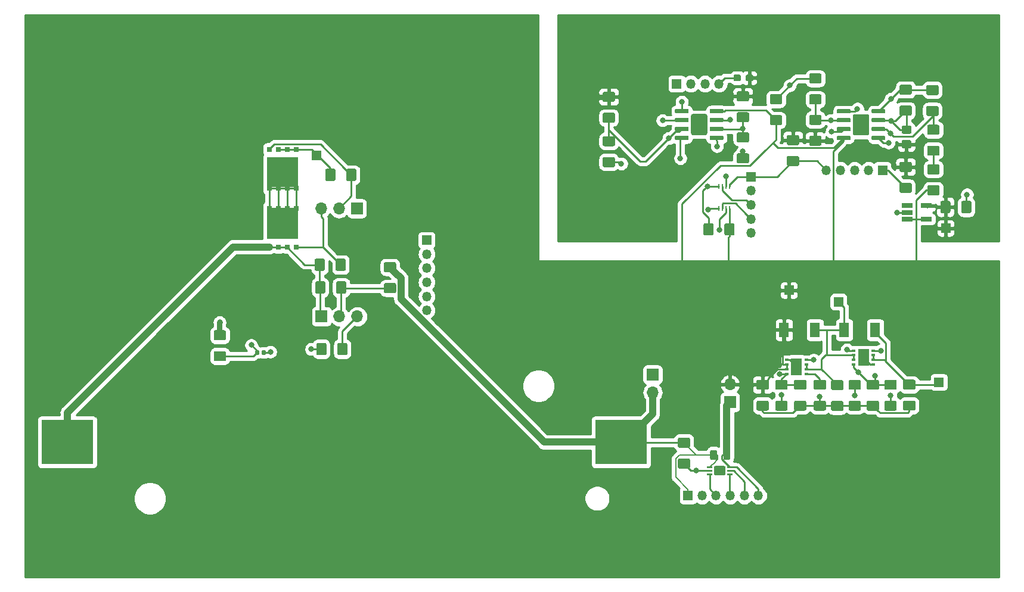
<source format=gbr>
G04 #@! TF.GenerationSoftware,KiCad,Pcbnew,(5.1.0)-1*
G04 #@! TF.CreationDate,2020-01-06T22:35:46-04:00*
G04 #@! TF.ProjectId,Main,4d61696e-2e6b-4696-9361-645f70636258,rev?*
G04 #@! TF.SameCoordinates,Original*
G04 #@! TF.FileFunction,Copper,L1,Top*
G04 #@! TF.FilePolarity,Positive*
%FSLAX46Y46*%
G04 Gerber Fmt 4.6, Leading zero omitted, Abs format (unit mm)*
G04 Created by KiCad (PCBNEW (5.1.0)-1) date 2020-01-06 22:35:46*
%MOMM*%
%LPD*%
G04 APERTURE LIST*
%ADD10C,0.100000*%
%ADD11C,0.975000*%
%ADD12C,1.425000*%
%ADD13R,0.250000X0.750000*%
%ADD14C,1.150000*%
%ADD15C,0.950000*%
%ADD16R,1.400000X2.100000*%
%ADD17O,1.350000X1.350000*%
%ADD18R,1.350000X1.350000*%
%ADD19R,1.560000X0.650000*%
%ADD20O,1.700000X1.700000*%
%ADD21R,1.700000X1.700000*%
%ADD22R,7.340000X6.350000*%
%ADD23R,4.500000X4.290000*%
%ADD24R,0.700000X0.800000*%
%ADD25C,0.590000*%
%ADD26C,1.350000*%
%ADD27C,0.250000*%
%ADD28C,0.600000*%
%ADD29C,2.290000*%
%ADD30R,0.600000X0.400000*%
%ADD31R,1.650000X2.400000*%
%ADD32C,0.800000*%
%ADD33C,0.250000*%
%ADD34C,0.750000*%
%ADD35C,1.000000*%
%ADD36C,0.200000*%
%ADD37C,0.254000*%
G04 APERTURE END LIST*
D10*
G36*
X177716642Y-101663174D02*
G01*
X177740303Y-101666684D01*
X177763507Y-101672496D01*
X177786029Y-101680554D01*
X177807653Y-101690782D01*
X177828170Y-101703079D01*
X177847383Y-101717329D01*
X177865107Y-101733393D01*
X177881171Y-101751117D01*
X177895421Y-101770330D01*
X177907718Y-101790847D01*
X177917946Y-101812471D01*
X177926004Y-101834993D01*
X177931816Y-101858197D01*
X177935326Y-101881858D01*
X177936500Y-101905750D01*
X177936500Y-102818250D01*
X177935326Y-102842142D01*
X177931816Y-102865803D01*
X177926004Y-102889007D01*
X177917946Y-102911529D01*
X177907718Y-102933153D01*
X177895421Y-102953670D01*
X177881171Y-102972883D01*
X177865107Y-102990607D01*
X177847383Y-103006671D01*
X177828170Y-103020921D01*
X177807653Y-103033218D01*
X177786029Y-103043446D01*
X177763507Y-103051504D01*
X177740303Y-103057316D01*
X177716642Y-103060826D01*
X177692750Y-103062000D01*
X177205250Y-103062000D01*
X177181358Y-103060826D01*
X177157697Y-103057316D01*
X177134493Y-103051504D01*
X177111971Y-103043446D01*
X177090347Y-103033218D01*
X177069830Y-103020921D01*
X177050617Y-103006671D01*
X177032893Y-102990607D01*
X177016829Y-102972883D01*
X177002579Y-102953670D01*
X176990282Y-102933153D01*
X176980054Y-102911529D01*
X176971996Y-102889007D01*
X176966184Y-102865803D01*
X176962674Y-102842142D01*
X176961500Y-102818250D01*
X176961500Y-101905750D01*
X176962674Y-101881858D01*
X176966184Y-101858197D01*
X176971996Y-101834993D01*
X176980054Y-101812471D01*
X176990282Y-101790847D01*
X177002579Y-101770330D01*
X177016829Y-101751117D01*
X177032893Y-101733393D01*
X177050617Y-101717329D01*
X177069830Y-101703079D01*
X177090347Y-101690782D01*
X177111971Y-101680554D01*
X177134493Y-101672496D01*
X177157697Y-101666684D01*
X177181358Y-101663174D01*
X177205250Y-101662000D01*
X177692750Y-101662000D01*
X177716642Y-101663174D01*
X177716642Y-101663174D01*
G37*
D11*
X177449000Y-102362000D03*
D10*
G36*
X179591642Y-101663174D02*
G01*
X179615303Y-101666684D01*
X179638507Y-101672496D01*
X179661029Y-101680554D01*
X179682653Y-101690782D01*
X179703170Y-101703079D01*
X179722383Y-101717329D01*
X179740107Y-101733393D01*
X179756171Y-101751117D01*
X179770421Y-101770330D01*
X179782718Y-101790847D01*
X179792946Y-101812471D01*
X179801004Y-101834993D01*
X179806816Y-101858197D01*
X179810326Y-101881858D01*
X179811500Y-101905750D01*
X179811500Y-102818250D01*
X179810326Y-102842142D01*
X179806816Y-102865803D01*
X179801004Y-102889007D01*
X179792946Y-102911529D01*
X179782718Y-102933153D01*
X179770421Y-102953670D01*
X179756171Y-102972883D01*
X179740107Y-102990607D01*
X179722383Y-103006671D01*
X179703170Y-103020921D01*
X179682653Y-103033218D01*
X179661029Y-103043446D01*
X179638507Y-103051504D01*
X179615303Y-103057316D01*
X179591642Y-103060826D01*
X179567750Y-103062000D01*
X179080250Y-103062000D01*
X179056358Y-103060826D01*
X179032697Y-103057316D01*
X179009493Y-103051504D01*
X178986971Y-103043446D01*
X178965347Y-103033218D01*
X178944830Y-103020921D01*
X178925617Y-103006671D01*
X178907893Y-102990607D01*
X178891829Y-102972883D01*
X178877579Y-102953670D01*
X178865282Y-102933153D01*
X178855054Y-102911529D01*
X178846996Y-102889007D01*
X178841184Y-102865803D01*
X178837674Y-102842142D01*
X178836500Y-102818250D01*
X178836500Y-101905750D01*
X178837674Y-101881858D01*
X178841184Y-101858197D01*
X178846996Y-101834993D01*
X178855054Y-101812471D01*
X178865282Y-101790847D01*
X178877579Y-101770330D01*
X178891829Y-101751117D01*
X178907893Y-101733393D01*
X178925617Y-101717329D01*
X178944830Y-101703079D01*
X178965347Y-101690782D01*
X178986971Y-101680554D01*
X179009493Y-101672496D01*
X179032697Y-101666684D01*
X179056358Y-101663174D01*
X179080250Y-101662000D01*
X179567750Y-101662000D01*
X179591642Y-101663174D01*
X179591642Y-101663174D01*
G37*
D11*
X179324000Y-102362000D03*
D10*
G36*
X209310504Y-55422704D02*
G01*
X209334773Y-55426304D01*
X209358571Y-55432265D01*
X209381671Y-55440530D01*
X209403849Y-55451020D01*
X209424893Y-55463633D01*
X209444598Y-55478247D01*
X209462777Y-55494723D01*
X209479253Y-55512902D01*
X209493867Y-55532607D01*
X209506480Y-55553651D01*
X209516970Y-55575829D01*
X209525235Y-55598929D01*
X209531196Y-55622727D01*
X209534796Y-55646996D01*
X209536000Y-55671500D01*
X209536000Y-56596500D01*
X209534796Y-56621004D01*
X209531196Y-56645273D01*
X209525235Y-56669071D01*
X209516970Y-56692171D01*
X209506480Y-56714349D01*
X209493867Y-56735393D01*
X209479253Y-56755098D01*
X209462777Y-56773277D01*
X209444598Y-56789753D01*
X209424893Y-56804367D01*
X209403849Y-56816980D01*
X209381671Y-56827470D01*
X209358571Y-56835735D01*
X209334773Y-56841696D01*
X209310504Y-56845296D01*
X209286000Y-56846500D01*
X208036000Y-56846500D01*
X208011496Y-56845296D01*
X207987227Y-56841696D01*
X207963429Y-56835735D01*
X207940329Y-56827470D01*
X207918151Y-56816980D01*
X207897107Y-56804367D01*
X207877402Y-56789753D01*
X207859223Y-56773277D01*
X207842747Y-56755098D01*
X207828133Y-56735393D01*
X207815520Y-56714349D01*
X207805030Y-56692171D01*
X207796765Y-56669071D01*
X207790804Y-56645273D01*
X207787204Y-56621004D01*
X207786000Y-56596500D01*
X207786000Y-55671500D01*
X207787204Y-55646996D01*
X207790804Y-55622727D01*
X207796765Y-55598929D01*
X207805030Y-55575829D01*
X207815520Y-55553651D01*
X207828133Y-55532607D01*
X207842747Y-55512902D01*
X207859223Y-55494723D01*
X207877402Y-55478247D01*
X207897107Y-55463633D01*
X207918151Y-55451020D01*
X207940329Y-55440530D01*
X207963429Y-55432265D01*
X207987227Y-55426304D01*
X208011496Y-55422704D01*
X208036000Y-55421500D01*
X209286000Y-55421500D01*
X209310504Y-55422704D01*
X209310504Y-55422704D01*
G37*
D12*
X208661000Y-56134000D03*
D10*
G36*
X209310504Y-58397704D02*
G01*
X209334773Y-58401304D01*
X209358571Y-58407265D01*
X209381671Y-58415530D01*
X209403849Y-58426020D01*
X209424893Y-58438633D01*
X209444598Y-58453247D01*
X209462777Y-58469723D01*
X209479253Y-58487902D01*
X209493867Y-58507607D01*
X209506480Y-58528651D01*
X209516970Y-58550829D01*
X209525235Y-58573929D01*
X209531196Y-58597727D01*
X209534796Y-58621996D01*
X209536000Y-58646500D01*
X209536000Y-59571500D01*
X209534796Y-59596004D01*
X209531196Y-59620273D01*
X209525235Y-59644071D01*
X209516970Y-59667171D01*
X209506480Y-59689349D01*
X209493867Y-59710393D01*
X209479253Y-59730098D01*
X209462777Y-59748277D01*
X209444598Y-59764753D01*
X209424893Y-59779367D01*
X209403849Y-59791980D01*
X209381671Y-59802470D01*
X209358571Y-59810735D01*
X209334773Y-59816696D01*
X209310504Y-59820296D01*
X209286000Y-59821500D01*
X208036000Y-59821500D01*
X208011496Y-59820296D01*
X207987227Y-59816696D01*
X207963429Y-59810735D01*
X207940329Y-59802470D01*
X207918151Y-59791980D01*
X207897107Y-59779367D01*
X207877402Y-59764753D01*
X207859223Y-59748277D01*
X207842747Y-59730098D01*
X207828133Y-59710393D01*
X207815520Y-59689349D01*
X207805030Y-59667171D01*
X207796765Y-59644071D01*
X207790804Y-59620273D01*
X207787204Y-59596004D01*
X207786000Y-59571500D01*
X207786000Y-58646500D01*
X207787204Y-58621996D01*
X207790804Y-58597727D01*
X207796765Y-58573929D01*
X207805030Y-58550829D01*
X207815520Y-58528651D01*
X207828133Y-58507607D01*
X207842747Y-58487902D01*
X207859223Y-58469723D01*
X207877402Y-58453247D01*
X207897107Y-58438633D01*
X207918151Y-58426020D01*
X207940329Y-58415530D01*
X207963429Y-58407265D01*
X207987227Y-58401304D01*
X208011496Y-58397704D01*
X208036000Y-58396500D01*
X209286000Y-58396500D01*
X209310504Y-58397704D01*
X209310504Y-58397704D01*
G37*
D12*
X208661000Y-59109000D03*
D10*
G36*
X209310504Y-61047204D02*
G01*
X209334773Y-61050804D01*
X209358571Y-61056765D01*
X209381671Y-61065030D01*
X209403849Y-61075520D01*
X209424893Y-61088133D01*
X209444598Y-61102747D01*
X209462777Y-61119223D01*
X209479253Y-61137402D01*
X209493867Y-61157107D01*
X209506480Y-61178151D01*
X209516970Y-61200329D01*
X209525235Y-61223429D01*
X209531196Y-61247227D01*
X209534796Y-61271496D01*
X209536000Y-61296000D01*
X209536000Y-62221000D01*
X209534796Y-62245504D01*
X209531196Y-62269773D01*
X209525235Y-62293571D01*
X209516970Y-62316671D01*
X209506480Y-62338849D01*
X209493867Y-62359893D01*
X209479253Y-62379598D01*
X209462777Y-62397777D01*
X209444598Y-62414253D01*
X209424893Y-62428867D01*
X209403849Y-62441480D01*
X209381671Y-62451970D01*
X209358571Y-62460235D01*
X209334773Y-62466196D01*
X209310504Y-62469796D01*
X209286000Y-62471000D01*
X208036000Y-62471000D01*
X208011496Y-62469796D01*
X207987227Y-62466196D01*
X207963429Y-62460235D01*
X207940329Y-62451970D01*
X207918151Y-62441480D01*
X207897107Y-62428867D01*
X207877402Y-62414253D01*
X207859223Y-62397777D01*
X207842747Y-62379598D01*
X207828133Y-62359893D01*
X207815520Y-62338849D01*
X207805030Y-62316671D01*
X207796765Y-62293571D01*
X207790804Y-62269773D01*
X207787204Y-62245504D01*
X207786000Y-62221000D01*
X207786000Y-61296000D01*
X207787204Y-61271496D01*
X207790804Y-61247227D01*
X207796765Y-61223429D01*
X207805030Y-61200329D01*
X207815520Y-61178151D01*
X207828133Y-61157107D01*
X207842747Y-61137402D01*
X207859223Y-61119223D01*
X207877402Y-61102747D01*
X207897107Y-61088133D01*
X207918151Y-61075520D01*
X207940329Y-61065030D01*
X207963429Y-61056765D01*
X207987227Y-61050804D01*
X208011496Y-61047204D01*
X208036000Y-61046000D01*
X209286000Y-61046000D01*
X209310504Y-61047204D01*
X209310504Y-61047204D01*
G37*
D12*
X208661000Y-61758500D03*
D10*
G36*
X209310504Y-64022204D02*
G01*
X209334773Y-64025804D01*
X209358571Y-64031765D01*
X209381671Y-64040030D01*
X209403849Y-64050520D01*
X209424893Y-64063133D01*
X209444598Y-64077747D01*
X209462777Y-64094223D01*
X209479253Y-64112402D01*
X209493867Y-64132107D01*
X209506480Y-64153151D01*
X209516970Y-64175329D01*
X209525235Y-64198429D01*
X209531196Y-64222227D01*
X209534796Y-64246496D01*
X209536000Y-64271000D01*
X209536000Y-65196000D01*
X209534796Y-65220504D01*
X209531196Y-65244773D01*
X209525235Y-65268571D01*
X209516970Y-65291671D01*
X209506480Y-65313849D01*
X209493867Y-65334893D01*
X209479253Y-65354598D01*
X209462777Y-65372777D01*
X209444598Y-65389253D01*
X209424893Y-65403867D01*
X209403849Y-65416480D01*
X209381671Y-65426970D01*
X209358571Y-65435235D01*
X209334773Y-65441196D01*
X209310504Y-65444796D01*
X209286000Y-65446000D01*
X208036000Y-65446000D01*
X208011496Y-65444796D01*
X207987227Y-65441196D01*
X207963429Y-65435235D01*
X207940329Y-65426970D01*
X207918151Y-65416480D01*
X207897107Y-65403867D01*
X207877402Y-65389253D01*
X207859223Y-65372777D01*
X207842747Y-65354598D01*
X207828133Y-65334893D01*
X207815520Y-65313849D01*
X207805030Y-65291671D01*
X207796765Y-65268571D01*
X207790804Y-65244773D01*
X207787204Y-65220504D01*
X207786000Y-65196000D01*
X207786000Y-64271000D01*
X207787204Y-64246496D01*
X207790804Y-64222227D01*
X207796765Y-64198429D01*
X207805030Y-64175329D01*
X207815520Y-64153151D01*
X207828133Y-64132107D01*
X207842747Y-64112402D01*
X207859223Y-64094223D01*
X207877402Y-64077747D01*
X207897107Y-64063133D01*
X207918151Y-64050520D01*
X207940329Y-64040030D01*
X207963429Y-64031765D01*
X207987227Y-64025804D01*
X208011496Y-64022204D01*
X208036000Y-64021000D01*
X209286000Y-64021000D01*
X209310504Y-64022204D01*
X209310504Y-64022204D01*
G37*
D12*
X208661000Y-64733500D03*
D10*
G36*
X107964504Y-87607704D02*
G01*
X107988773Y-87611304D01*
X108012571Y-87617265D01*
X108035671Y-87625530D01*
X108057849Y-87636020D01*
X108078893Y-87648633D01*
X108098598Y-87663247D01*
X108116777Y-87679723D01*
X108133253Y-87697902D01*
X108147867Y-87717607D01*
X108160480Y-87738651D01*
X108170970Y-87760829D01*
X108179235Y-87783929D01*
X108185196Y-87807727D01*
X108188796Y-87831996D01*
X108190000Y-87856500D01*
X108190000Y-88781500D01*
X108188796Y-88806004D01*
X108185196Y-88830273D01*
X108179235Y-88854071D01*
X108170970Y-88877171D01*
X108160480Y-88899349D01*
X108147867Y-88920393D01*
X108133253Y-88940098D01*
X108116777Y-88958277D01*
X108098598Y-88974753D01*
X108078893Y-88989367D01*
X108057849Y-89001980D01*
X108035671Y-89012470D01*
X108012571Y-89020735D01*
X107988773Y-89026696D01*
X107964504Y-89030296D01*
X107940000Y-89031500D01*
X106690000Y-89031500D01*
X106665496Y-89030296D01*
X106641227Y-89026696D01*
X106617429Y-89020735D01*
X106594329Y-89012470D01*
X106572151Y-89001980D01*
X106551107Y-88989367D01*
X106531402Y-88974753D01*
X106513223Y-88958277D01*
X106496747Y-88940098D01*
X106482133Y-88920393D01*
X106469520Y-88899349D01*
X106459030Y-88877171D01*
X106450765Y-88854071D01*
X106444804Y-88830273D01*
X106441204Y-88806004D01*
X106440000Y-88781500D01*
X106440000Y-87856500D01*
X106441204Y-87831996D01*
X106444804Y-87807727D01*
X106450765Y-87783929D01*
X106459030Y-87760829D01*
X106469520Y-87738651D01*
X106482133Y-87717607D01*
X106496747Y-87697902D01*
X106513223Y-87679723D01*
X106531402Y-87663247D01*
X106551107Y-87648633D01*
X106572151Y-87636020D01*
X106594329Y-87625530D01*
X106617429Y-87617265D01*
X106641227Y-87611304D01*
X106665496Y-87607704D01*
X106690000Y-87606500D01*
X107940000Y-87606500D01*
X107964504Y-87607704D01*
X107964504Y-87607704D01*
G37*
D12*
X107315000Y-88319000D03*
D10*
G36*
X107964504Y-84632704D02*
G01*
X107988773Y-84636304D01*
X108012571Y-84642265D01*
X108035671Y-84650530D01*
X108057849Y-84661020D01*
X108078893Y-84673633D01*
X108098598Y-84688247D01*
X108116777Y-84704723D01*
X108133253Y-84722902D01*
X108147867Y-84742607D01*
X108160480Y-84763651D01*
X108170970Y-84785829D01*
X108179235Y-84808929D01*
X108185196Y-84832727D01*
X108188796Y-84856996D01*
X108190000Y-84881500D01*
X108190000Y-85806500D01*
X108188796Y-85831004D01*
X108185196Y-85855273D01*
X108179235Y-85879071D01*
X108170970Y-85902171D01*
X108160480Y-85924349D01*
X108147867Y-85945393D01*
X108133253Y-85965098D01*
X108116777Y-85983277D01*
X108098598Y-85999753D01*
X108078893Y-86014367D01*
X108057849Y-86026980D01*
X108035671Y-86037470D01*
X108012571Y-86045735D01*
X107988773Y-86051696D01*
X107964504Y-86055296D01*
X107940000Y-86056500D01*
X106690000Y-86056500D01*
X106665496Y-86055296D01*
X106641227Y-86051696D01*
X106617429Y-86045735D01*
X106594329Y-86037470D01*
X106572151Y-86026980D01*
X106551107Y-86014367D01*
X106531402Y-85999753D01*
X106513223Y-85983277D01*
X106496747Y-85965098D01*
X106482133Y-85945393D01*
X106469520Y-85924349D01*
X106459030Y-85902171D01*
X106450765Y-85879071D01*
X106444804Y-85855273D01*
X106441204Y-85831004D01*
X106440000Y-85806500D01*
X106440000Y-84881500D01*
X106441204Y-84856996D01*
X106444804Y-84832727D01*
X106450765Y-84808929D01*
X106459030Y-84785829D01*
X106469520Y-84763651D01*
X106482133Y-84742607D01*
X106496747Y-84722902D01*
X106513223Y-84704723D01*
X106531402Y-84688247D01*
X106551107Y-84673633D01*
X106572151Y-84661020D01*
X106594329Y-84650530D01*
X106617429Y-84642265D01*
X106641227Y-84636304D01*
X106665496Y-84632704D01*
X106690000Y-84631500D01*
X107940000Y-84631500D01*
X107964504Y-84632704D01*
X107964504Y-84632704D01*
G37*
D12*
X107315000Y-85344000D03*
D13*
X178708000Y-67276000D03*
X178208000Y-67276000D03*
X179208000Y-67276000D03*
X179708000Y-67276000D03*
X179708000Y-64176000D03*
X179208000Y-64176000D03*
X178708000Y-64176000D03*
X178208000Y-64176000D03*
D10*
G36*
X205324505Y-55551204D02*
G01*
X205348773Y-55554804D01*
X205372572Y-55560765D01*
X205395671Y-55569030D01*
X205417850Y-55579520D01*
X205438893Y-55592132D01*
X205458599Y-55606747D01*
X205476777Y-55623223D01*
X205493253Y-55641401D01*
X205507868Y-55661107D01*
X205520480Y-55682150D01*
X205530970Y-55704329D01*
X205539235Y-55727428D01*
X205545196Y-55751227D01*
X205548796Y-55775495D01*
X205550000Y-55799999D01*
X205550000Y-56450001D01*
X205548796Y-56474505D01*
X205545196Y-56498773D01*
X205539235Y-56522572D01*
X205530970Y-56545671D01*
X205520480Y-56567850D01*
X205507868Y-56588893D01*
X205493253Y-56608599D01*
X205476777Y-56626777D01*
X205458599Y-56643253D01*
X205438893Y-56657868D01*
X205417850Y-56670480D01*
X205395671Y-56680970D01*
X205372572Y-56689235D01*
X205348773Y-56695196D01*
X205324505Y-56698796D01*
X205300001Y-56700000D01*
X204399999Y-56700000D01*
X204375495Y-56698796D01*
X204351227Y-56695196D01*
X204327428Y-56689235D01*
X204304329Y-56680970D01*
X204282150Y-56670480D01*
X204261107Y-56657868D01*
X204241401Y-56643253D01*
X204223223Y-56626777D01*
X204206747Y-56608599D01*
X204192132Y-56588893D01*
X204179520Y-56567850D01*
X204169030Y-56545671D01*
X204160765Y-56522572D01*
X204154804Y-56498773D01*
X204151204Y-56474505D01*
X204150000Y-56450001D01*
X204150000Y-55799999D01*
X204151204Y-55775495D01*
X204154804Y-55751227D01*
X204160765Y-55727428D01*
X204169030Y-55704329D01*
X204179520Y-55682150D01*
X204192132Y-55661107D01*
X204206747Y-55641401D01*
X204223223Y-55623223D01*
X204241401Y-55606747D01*
X204261107Y-55592132D01*
X204282150Y-55579520D01*
X204304329Y-55569030D01*
X204327428Y-55560765D01*
X204351227Y-55554804D01*
X204375495Y-55551204D01*
X204399999Y-55550000D01*
X205300001Y-55550000D01*
X205324505Y-55551204D01*
X205324505Y-55551204D01*
G37*
D14*
X204850000Y-56125000D03*
D10*
G36*
X205324505Y-57601204D02*
G01*
X205348773Y-57604804D01*
X205372572Y-57610765D01*
X205395671Y-57619030D01*
X205417850Y-57629520D01*
X205438893Y-57642132D01*
X205458599Y-57656747D01*
X205476777Y-57673223D01*
X205493253Y-57691401D01*
X205507868Y-57711107D01*
X205520480Y-57732150D01*
X205530970Y-57754329D01*
X205539235Y-57777428D01*
X205545196Y-57801227D01*
X205548796Y-57825495D01*
X205550000Y-57849999D01*
X205550000Y-58500001D01*
X205548796Y-58524505D01*
X205545196Y-58548773D01*
X205539235Y-58572572D01*
X205530970Y-58595671D01*
X205520480Y-58617850D01*
X205507868Y-58638893D01*
X205493253Y-58658599D01*
X205476777Y-58676777D01*
X205458599Y-58693253D01*
X205438893Y-58707868D01*
X205417850Y-58720480D01*
X205395671Y-58730970D01*
X205372572Y-58739235D01*
X205348773Y-58745196D01*
X205324505Y-58748796D01*
X205300001Y-58750000D01*
X204399999Y-58750000D01*
X204375495Y-58748796D01*
X204351227Y-58745196D01*
X204327428Y-58739235D01*
X204304329Y-58730970D01*
X204282150Y-58720480D01*
X204261107Y-58707868D01*
X204241401Y-58693253D01*
X204223223Y-58676777D01*
X204206747Y-58658599D01*
X204192132Y-58638893D01*
X204179520Y-58617850D01*
X204169030Y-58595671D01*
X204160765Y-58572572D01*
X204154804Y-58548773D01*
X204151204Y-58524505D01*
X204150000Y-58500001D01*
X204150000Y-57849999D01*
X204151204Y-57825495D01*
X204154804Y-57801227D01*
X204160765Y-57777428D01*
X204169030Y-57754329D01*
X204179520Y-57732150D01*
X204192132Y-57711107D01*
X204206747Y-57691401D01*
X204223223Y-57673223D01*
X204241401Y-57656747D01*
X204261107Y-57642132D01*
X204282150Y-57629520D01*
X204304329Y-57619030D01*
X204327428Y-57610765D01*
X204351227Y-57604804D01*
X204375495Y-57601204D01*
X204399999Y-57600000D01*
X205300001Y-57600000D01*
X205324505Y-57601204D01*
X205324505Y-57601204D01*
G37*
D14*
X204850000Y-58175000D03*
D10*
G36*
X181110779Y-48276144D02*
G01*
X181133834Y-48279563D01*
X181156443Y-48285227D01*
X181178387Y-48293079D01*
X181199457Y-48303044D01*
X181219448Y-48315026D01*
X181238168Y-48328910D01*
X181255438Y-48344562D01*
X181271090Y-48361832D01*
X181284974Y-48380552D01*
X181296956Y-48400543D01*
X181306921Y-48421613D01*
X181314773Y-48443557D01*
X181320437Y-48466166D01*
X181323856Y-48489221D01*
X181325000Y-48512500D01*
X181325000Y-48987500D01*
X181323856Y-49010779D01*
X181320437Y-49033834D01*
X181314773Y-49056443D01*
X181306921Y-49078387D01*
X181296956Y-49099457D01*
X181284974Y-49119448D01*
X181271090Y-49138168D01*
X181255438Y-49155438D01*
X181238168Y-49171090D01*
X181219448Y-49184974D01*
X181199457Y-49196956D01*
X181178387Y-49206921D01*
X181156443Y-49214773D01*
X181133834Y-49220437D01*
X181110779Y-49223856D01*
X181087500Y-49225000D01*
X180512500Y-49225000D01*
X180489221Y-49223856D01*
X180466166Y-49220437D01*
X180443557Y-49214773D01*
X180421613Y-49206921D01*
X180400543Y-49196956D01*
X180380552Y-49184974D01*
X180361832Y-49171090D01*
X180344562Y-49155438D01*
X180328910Y-49138168D01*
X180315026Y-49119448D01*
X180303044Y-49099457D01*
X180293079Y-49078387D01*
X180285227Y-49056443D01*
X180279563Y-49033834D01*
X180276144Y-49010779D01*
X180275000Y-48987500D01*
X180275000Y-48512500D01*
X180276144Y-48489221D01*
X180279563Y-48466166D01*
X180285227Y-48443557D01*
X180293079Y-48421613D01*
X180303044Y-48400543D01*
X180315026Y-48380552D01*
X180328910Y-48361832D01*
X180344562Y-48344562D01*
X180361832Y-48328910D01*
X180380552Y-48315026D01*
X180400543Y-48303044D01*
X180421613Y-48293079D01*
X180443557Y-48285227D01*
X180466166Y-48279563D01*
X180489221Y-48276144D01*
X180512500Y-48275000D01*
X181087500Y-48275000D01*
X181110779Y-48276144D01*
X181110779Y-48276144D01*
G37*
D15*
X180800000Y-48750000D03*
D10*
G36*
X182860779Y-48276144D02*
G01*
X182883834Y-48279563D01*
X182906443Y-48285227D01*
X182928387Y-48293079D01*
X182949457Y-48303044D01*
X182969448Y-48315026D01*
X182988168Y-48328910D01*
X183005438Y-48344562D01*
X183021090Y-48361832D01*
X183034974Y-48380552D01*
X183046956Y-48400543D01*
X183056921Y-48421613D01*
X183064773Y-48443557D01*
X183070437Y-48466166D01*
X183073856Y-48489221D01*
X183075000Y-48512500D01*
X183075000Y-48987500D01*
X183073856Y-49010779D01*
X183070437Y-49033834D01*
X183064773Y-49056443D01*
X183056921Y-49078387D01*
X183046956Y-49099457D01*
X183034974Y-49119448D01*
X183021090Y-49138168D01*
X183005438Y-49155438D01*
X182988168Y-49171090D01*
X182969448Y-49184974D01*
X182949457Y-49196956D01*
X182928387Y-49206921D01*
X182906443Y-49214773D01*
X182883834Y-49220437D01*
X182860779Y-49223856D01*
X182837500Y-49225000D01*
X182262500Y-49225000D01*
X182239221Y-49223856D01*
X182216166Y-49220437D01*
X182193557Y-49214773D01*
X182171613Y-49206921D01*
X182150543Y-49196956D01*
X182130552Y-49184974D01*
X182111832Y-49171090D01*
X182094562Y-49155438D01*
X182078910Y-49138168D01*
X182065026Y-49119448D01*
X182053044Y-49099457D01*
X182043079Y-49078387D01*
X182035227Y-49056443D01*
X182029563Y-49033834D01*
X182026144Y-49010779D01*
X182025000Y-48987500D01*
X182025000Y-48512500D01*
X182026144Y-48489221D01*
X182029563Y-48466166D01*
X182035227Y-48443557D01*
X182043079Y-48421613D01*
X182053044Y-48400543D01*
X182065026Y-48380552D01*
X182078910Y-48361832D01*
X182094562Y-48344562D01*
X182111832Y-48328910D01*
X182130552Y-48315026D01*
X182150543Y-48303044D01*
X182171613Y-48293079D01*
X182193557Y-48285227D01*
X182216166Y-48279563D01*
X182239221Y-48276144D01*
X182262500Y-48275000D01*
X182837500Y-48275000D01*
X182860779Y-48276144D01*
X182860779Y-48276144D01*
G37*
D15*
X182550000Y-48750000D03*
D16*
X196006000Y-84582000D03*
X200406000Y-84582000D03*
X191852000Y-84582000D03*
X187452000Y-84582000D03*
D17*
X182753000Y-70801500D03*
X182753000Y-68801500D03*
X182753000Y-66801500D03*
X182753000Y-64801500D03*
D18*
X182753000Y-62801500D03*
D17*
X178212000Y-49593500D03*
X176212000Y-49593500D03*
X174212000Y-49593500D03*
D18*
X172212000Y-49593500D03*
X210426300Y-70116700D03*
D19*
X204961500Y-66931500D03*
X204961500Y-67881500D03*
X204961500Y-68831500D03*
X207661500Y-68831500D03*
X207661500Y-66931500D03*
D20*
X179768500Y-92329000D03*
D21*
X179768500Y-94869000D03*
D20*
X168795700Y-93484700D03*
D21*
X168795700Y-90944700D03*
D17*
X193460100Y-61861700D03*
X195460100Y-61861700D03*
X197460100Y-61861700D03*
X199460100Y-61861700D03*
D18*
X201460100Y-61861700D03*
X188163200Y-78943200D03*
D10*
G36*
X177217004Y-69420704D02*
G01*
X177241273Y-69424304D01*
X177265071Y-69430265D01*
X177288171Y-69438530D01*
X177310349Y-69449020D01*
X177331393Y-69461633D01*
X177351098Y-69476247D01*
X177369277Y-69492723D01*
X177385753Y-69510902D01*
X177400367Y-69530607D01*
X177412980Y-69551651D01*
X177423470Y-69573829D01*
X177431735Y-69596929D01*
X177437696Y-69620727D01*
X177441296Y-69644996D01*
X177442500Y-69669500D01*
X177442500Y-70919500D01*
X177441296Y-70944004D01*
X177437696Y-70968273D01*
X177431735Y-70992071D01*
X177423470Y-71015171D01*
X177412980Y-71037349D01*
X177400367Y-71058393D01*
X177385753Y-71078098D01*
X177369277Y-71096277D01*
X177351098Y-71112753D01*
X177331393Y-71127367D01*
X177310349Y-71139980D01*
X177288171Y-71150470D01*
X177265071Y-71158735D01*
X177241273Y-71164696D01*
X177217004Y-71168296D01*
X177192500Y-71169500D01*
X176267500Y-71169500D01*
X176242996Y-71168296D01*
X176218727Y-71164696D01*
X176194929Y-71158735D01*
X176171829Y-71150470D01*
X176149651Y-71139980D01*
X176128607Y-71127367D01*
X176108902Y-71112753D01*
X176090723Y-71096277D01*
X176074247Y-71078098D01*
X176059633Y-71058393D01*
X176047020Y-71037349D01*
X176036530Y-71015171D01*
X176028265Y-70992071D01*
X176022304Y-70968273D01*
X176018704Y-70944004D01*
X176017500Y-70919500D01*
X176017500Y-69669500D01*
X176018704Y-69644996D01*
X176022304Y-69620727D01*
X176028265Y-69596929D01*
X176036530Y-69573829D01*
X176047020Y-69551651D01*
X176059633Y-69530607D01*
X176074247Y-69510902D01*
X176090723Y-69492723D01*
X176108902Y-69476247D01*
X176128607Y-69461633D01*
X176149651Y-69449020D01*
X176171829Y-69438530D01*
X176194929Y-69430265D01*
X176218727Y-69424304D01*
X176242996Y-69420704D01*
X176267500Y-69419500D01*
X177192500Y-69419500D01*
X177217004Y-69420704D01*
X177217004Y-69420704D01*
G37*
D12*
X176730000Y-70294500D03*
D10*
G36*
X180192004Y-69420704D02*
G01*
X180216273Y-69424304D01*
X180240071Y-69430265D01*
X180263171Y-69438530D01*
X180285349Y-69449020D01*
X180306393Y-69461633D01*
X180326098Y-69476247D01*
X180344277Y-69492723D01*
X180360753Y-69510902D01*
X180375367Y-69530607D01*
X180387980Y-69551651D01*
X180398470Y-69573829D01*
X180406735Y-69596929D01*
X180412696Y-69620727D01*
X180416296Y-69644996D01*
X180417500Y-69669500D01*
X180417500Y-70919500D01*
X180416296Y-70944004D01*
X180412696Y-70968273D01*
X180406735Y-70992071D01*
X180398470Y-71015171D01*
X180387980Y-71037349D01*
X180375367Y-71058393D01*
X180360753Y-71078098D01*
X180344277Y-71096277D01*
X180326098Y-71112753D01*
X180306393Y-71127367D01*
X180285349Y-71139980D01*
X180263171Y-71150470D01*
X180240071Y-71158735D01*
X180216273Y-71164696D01*
X180192004Y-71168296D01*
X180167500Y-71169500D01*
X179242500Y-71169500D01*
X179217996Y-71168296D01*
X179193727Y-71164696D01*
X179169929Y-71158735D01*
X179146829Y-71150470D01*
X179124651Y-71139980D01*
X179103607Y-71127367D01*
X179083902Y-71112753D01*
X179065723Y-71096277D01*
X179049247Y-71078098D01*
X179034633Y-71058393D01*
X179022020Y-71037349D01*
X179011530Y-71015171D01*
X179003265Y-70992071D01*
X178997304Y-70968273D01*
X178993704Y-70944004D01*
X178992500Y-70919500D01*
X178992500Y-69669500D01*
X178993704Y-69644996D01*
X178997304Y-69620727D01*
X179003265Y-69596929D01*
X179011530Y-69573829D01*
X179022020Y-69551651D01*
X179034633Y-69530607D01*
X179049247Y-69510902D01*
X179065723Y-69492723D01*
X179083902Y-69476247D01*
X179103607Y-69461633D01*
X179124651Y-69449020D01*
X179146829Y-69438530D01*
X179169929Y-69430265D01*
X179193727Y-69424304D01*
X179217996Y-69420704D01*
X179242500Y-69419500D01*
X180167500Y-69419500D01*
X180192004Y-69420704D01*
X180192004Y-69420704D01*
G37*
D12*
X179705000Y-70294500D03*
D17*
X183812700Y-108153200D03*
X181812700Y-108153200D03*
X179812700Y-108153200D03*
X177812700Y-108153200D03*
X175812700Y-108153200D03*
D18*
X173812700Y-108153200D03*
D10*
G36*
X186958504Y-51077704D02*
G01*
X186982773Y-51081304D01*
X187006571Y-51087265D01*
X187029671Y-51095530D01*
X187051849Y-51106020D01*
X187072893Y-51118633D01*
X187092598Y-51133247D01*
X187110777Y-51149723D01*
X187127253Y-51167902D01*
X187141867Y-51187607D01*
X187154480Y-51208651D01*
X187164970Y-51230829D01*
X187173235Y-51253929D01*
X187179196Y-51277727D01*
X187182796Y-51301996D01*
X187184000Y-51326500D01*
X187184000Y-52251500D01*
X187182796Y-52276004D01*
X187179196Y-52300273D01*
X187173235Y-52324071D01*
X187164970Y-52347171D01*
X187154480Y-52369349D01*
X187141867Y-52390393D01*
X187127253Y-52410098D01*
X187110777Y-52428277D01*
X187092598Y-52444753D01*
X187072893Y-52459367D01*
X187051849Y-52471980D01*
X187029671Y-52482470D01*
X187006571Y-52490735D01*
X186982773Y-52496696D01*
X186958504Y-52500296D01*
X186934000Y-52501500D01*
X185684000Y-52501500D01*
X185659496Y-52500296D01*
X185635227Y-52496696D01*
X185611429Y-52490735D01*
X185588329Y-52482470D01*
X185566151Y-52471980D01*
X185545107Y-52459367D01*
X185525402Y-52444753D01*
X185507223Y-52428277D01*
X185490747Y-52410098D01*
X185476133Y-52390393D01*
X185463520Y-52369349D01*
X185453030Y-52347171D01*
X185444765Y-52324071D01*
X185438804Y-52300273D01*
X185435204Y-52276004D01*
X185434000Y-52251500D01*
X185434000Y-51326500D01*
X185435204Y-51301996D01*
X185438804Y-51277727D01*
X185444765Y-51253929D01*
X185453030Y-51230829D01*
X185463520Y-51208651D01*
X185476133Y-51187607D01*
X185490747Y-51167902D01*
X185507223Y-51149723D01*
X185525402Y-51133247D01*
X185545107Y-51118633D01*
X185566151Y-51106020D01*
X185588329Y-51095530D01*
X185611429Y-51087265D01*
X185635227Y-51081304D01*
X185659496Y-51077704D01*
X185684000Y-51076500D01*
X186934000Y-51076500D01*
X186958504Y-51077704D01*
X186958504Y-51077704D01*
G37*
D12*
X186309000Y-51789000D03*
D10*
G36*
X186958504Y-54052704D02*
G01*
X186982773Y-54056304D01*
X187006571Y-54062265D01*
X187029671Y-54070530D01*
X187051849Y-54081020D01*
X187072893Y-54093633D01*
X187092598Y-54108247D01*
X187110777Y-54124723D01*
X187127253Y-54142902D01*
X187141867Y-54162607D01*
X187154480Y-54183651D01*
X187164970Y-54205829D01*
X187173235Y-54228929D01*
X187179196Y-54252727D01*
X187182796Y-54276996D01*
X187184000Y-54301500D01*
X187184000Y-55226500D01*
X187182796Y-55251004D01*
X187179196Y-55275273D01*
X187173235Y-55299071D01*
X187164970Y-55322171D01*
X187154480Y-55344349D01*
X187141867Y-55365393D01*
X187127253Y-55385098D01*
X187110777Y-55403277D01*
X187092598Y-55419753D01*
X187072893Y-55434367D01*
X187051849Y-55446980D01*
X187029671Y-55457470D01*
X187006571Y-55465735D01*
X186982773Y-55471696D01*
X186958504Y-55475296D01*
X186934000Y-55476500D01*
X185684000Y-55476500D01*
X185659496Y-55475296D01*
X185635227Y-55471696D01*
X185611429Y-55465735D01*
X185588329Y-55457470D01*
X185566151Y-55446980D01*
X185545107Y-55434367D01*
X185525402Y-55419753D01*
X185507223Y-55403277D01*
X185490747Y-55385098D01*
X185476133Y-55365393D01*
X185463520Y-55344349D01*
X185453030Y-55322171D01*
X185444765Y-55299071D01*
X185438804Y-55275273D01*
X185435204Y-55251004D01*
X185434000Y-55226500D01*
X185434000Y-54301500D01*
X185435204Y-54276996D01*
X185438804Y-54252727D01*
X185444765Y-54228929D01*
X185453030Y-54205829D01*
X185463520Y-54183651D01*
X185476133Y-54162607D01*
X185490747Y-54142902D01*
X185507223Y-54124723D01*
X185525402Y-54108247D01*
X185545107Y-54093633D01*
X185566151Y-54081020D01*
X185588329Y-54070530D01*
X185611429Y-54062265D01*
X185635227Y-54056304D01*
X185659496Y-54052704D01*
X185684000Y-54051500D01*
X186934000Y-54051500D01*
X186958504Y-54052704D01*
X186958504Y-54052704D01*
G37*
D12*
X186309000Y-54764000D03*
D10*
G36*
X126472604Y-61673704D02*
G01*
X126496873Y-61677304D01*
X126520671Y-61683265D01*
X126543771Y-61691530D01*
X126565949Y-61702020D01*
X126586993Y-61714633D01*
X126606698Y-61729247D01*
X126624877Y-61745723D01*
X126641353Y-61763902D01*
X126655967Y-61783607D01*
X126668580Y-61804651D01*
X126679070Y-61826829D01*
X126687335Y-61849929D01*
X126693296Y-61873727D01*
X126696896Y-61897996D01*
X126698100Y-61922500D01*
X126698100Y-63172500D01*
X126696896Y-63197004D01*
X126693296Y-63221273D01*
X126687335Y-63245071D01*
X126679070Y-63268171D01*
X126668580Y-63290349D01*
X126655967Y-63311393D01*
X126641353Y-63331098D01*
X126624877Y-63349277D01*
X126606698Y-63365753D01*
X126586993Y-63380367D01*
X126565949Y-63392980D01*
X126543771Y-63403470D01*
X126520671Y-63411735D01*
X126496873Y-63417696D01*
X126472604Y-63421296D01*
X126448100Y-63422500D01*
X125523100Y-63422500D01*
X125498596Y-63421296D01*
X125474327Y-63417696D01*
X125450529Y-63411735D01*
X125427429Y-63403470D01*
X125405251Y-63392980D01*
X125384207Y-63380367D01*
X125364502Y-63365753D01*
X125346323Y-63349277D01*
X125329847Y-63331098D01*
X125315233Y-63311393D01*
X125302620Y-63290349D01*
X125292130Y-63268171D01*
X125283865Y-63245071D01*
X125277904Y-63221273D01*
X125274304Y-63197004D01*
X125273100Y-63172500D01*
X125273100Y-61922500D01*
X125274304Y-61897996D01*
X125277904Y-61873727D01*
X125283865Y-61849929D01*
X125292130Y-61826829D01*
X125302620Y-61804651D01*
X125315233Y-61783607D01*
X125329847Y-61763902D01*
X125346323Y-61745723D01*
X125364502Y-61729247D01*
X125384207Y-61714633D01*
X125405251Y-61702020D01*
X125427429Y-61691530D01*
X125450529Y-61683265D01*
X125474327Y-61677304D01*
X125498596Y-61673704D01*
X125523100Y-61672500D01*
X126448100Y-61672500D01*
X126472604Y-61673704D01*
X126472604Y-61673704D01*
G37*
D12*
X125985600Y-62547500D03*
D10*
G36*
X123497604Y-61673704D02*
G01*
X123521873Y-61677304D01*
X123545671Y-61683265D01*
X123568771Y-61691530D01*
X123590949Y-61702020D01*
X123611993Y-61714633D01*
X123631698Y-61729247D01*
X123649877Y-61745723D01*
X123666353Y-61763902D01*
X123680967Y-61783607D01*
X123693580Y-61804651D01*
X123704070Y-61826829D01*
X123712335Y-61849929D01*
X123718296Y-61873727D01*
X123721896Y-61897996D01*
X123723100Y-61922500D01*
X123723100Y-63172500D01*
X123721896Y-63197004D01*
X123718296Y-63221273D01*
X123712335Y-63245071D01*
X123704070Y-63268171D01*
X123693580Y-63290349D01*
X123680967Y-63311393D01*
X123666353Y-63331098D01*
X123649877Y-63349277D01*
X123631698Y-63365753D01*
X123611993Y-63380367D01*
X123590949Y-63392980D01*
X123568771Y-63403470D01*
X123545671Y-63411735D01*
X123521873Y-63417696D01*
X123497604Y-63421296D01*
X123473100Y-63422500D01*
X122548100Y-63422500D01*
X122523596Y-63421296D01*
X122499327Y-63417696D01*
X122475529Y-63411735D01*
X122452429Y-63403470D01*
X122430251Y-63392980D01*
X122409207Y-63380367D01*
X122389502Y-63365753D01*
X122371323Y-63349277D01*
X122354847Y-63331098D01*
X122340233Y-63311393D01*
X122327620Y-63290349D01*
X122317130Y-63268171D01*
X122308865Y-63245071D01*
X122302904Y-63221273D01*
X122299304Y-63197004D01*
X122298100Y-63172500D01*
X122298100Y-61922500D01*
X122299304Y-61897996D01*
X122302904Y-61873727D01*
X122308865Y-61849929D01*
X122317130Y-61826829D01*
X122327620Y-61804651D01*
X122340233Y-61783607D01*
X122354847Y-61763902D01*
X122371323Y-61745723D01*
X122389502Y-61729247D01*
X122409207Y-61714633D01*
X122430251Y-61702020D01*
X122452429Y-61691530D01*
X122475529Y-61683265D01*
X122499327Y-61677304D01*
X122523596Y-61673704D01*
X122548100Y-61672500D01*
X123473100Y-61672500D01*
X123497604Y-61673704D01*
X123497604Y-61673704D01*
G37*
D12*
X123010600Y-62547500D03*
D22*
X164310700Y-100533200D03*
X85650700Y-100533200D03*
D10*
G36*
X210862504Y-66245704D02*
G01*
X210886773Y-66249304D01*
X210910571Y-66255265D01*
X210933671Y-66263530D01*
X210955849Y-66274020D01*
X210976893Y-66286633D01*
X210996598Y-66301247D01*
X211014777Y-66317723D01*
X211031253Y-66335902D01*
X211045867Y-66355607D01*
X211058480Y-66376651D01*
X211068970Y-66398829D01*
X211077235Y-66421929D01*
X211083196Y-66445727D01*
X211086796Y-66469996D01*
X211088000Y-66494500D01*
X211088000Y-67744500D01*
X211086796Y-67769004D01*
X211083196Y-67793273D01*
X211077235Y-67817071D01*
X211068970Y-67840171D01*
X211058480Y-67862349D01*
X211045867Y-67883393D01*
X211031253Y-67903098D01*
X211014777Y-67921277D01*
X210996598Y-67937753D01*
X210976893Y-67952367D01*
X210955849Y-67964980D01*
X210933671Y-67975470D01*
X210910571Y-67983735D01*
X210886773Y-67989696D01*
X210862504Y-67993296D01*
X210838000Y-67994500D01*
X209913000Y-67994500D01*
X209888496Y-67993296D01*
X209864227Y-67989696D01*
X209840429Y-67983735D01*
X209817329Y-67975470D01*
X209795151Y-67964980D01*
X209774107Y-67952367D01*
X209754402Y-67937753D01*
X209736223Y-67921277D01*
X209719747Y-67903098D01*
X209705133Y-67883393D01*
X209692520Y-67862349D01*
X209682030Y-67840171D01*
X209673765Y-67817071D01*
X209667804Y-67793273D01*
X209664204Y-67769004D01*
X209663000Y-67744500D01*
X209663000Y-66494500D01*
X209664204Y-66469996D01*
X209667804Y-66445727D01*
X209673765Y-66421929D01*
X209682030Y-66398829D01*
X209692520Y-66376651D01*
X209705133Y-66355607D01*
X209719747Y-66335902D01*
X209736223Y-66317723D01*
X209754402Y-66301247D01*
X209774107Y-66286633D01*
X209795151Y-66274020D01*
X209817329Y-66263530D01*
X209840429Y-66255265D01*
X209864227Y-66249304D01*
X209888496Y-66245704D01*
X209913000Y-66244500D01*
X210838000Y-66244500D01*
X210862504Y-66245704D01*
X210862504Y-66245704D01*
G37*
D12*
X210375500Y-67119500D03*
D10*
G36*
X213837504Y-66245704D02*
G01*
X213861773Y-66249304D01*
X213885571Y-66255265D01*
X213908671Y-66263530D01*
X213930849Y-66274020D01*
X213951893Y-66286633D01*
X213971598Y-66301247D01*
X213989777Y-66317723D01*
X214006253Y-66335902D01*
X214020867Y-66355607D01*
X214033480Y-66376651D01*
X214043970Y-66398829D01*
X214052235Y-66421929D01*
X214058196Y-66445727D01*
X214061796Y-66469996D01*
X214063000Y-66494500D01*
X214063000Y-67744500D01*
X214061796Y-67769004D01*
X214058196Y-67793273D01*
X214052235Y-67817071D01*
X214043970Y-67840171D01*
X214033480Y-67862349D01*
X214020867Y-67883393D01*
X214006253Y-67903098D01*
X213989777Y-67921277D01*
X213971598Y-67937753D01*
X213951893Y-67952367D01*
X213930849Y-67964980D01*
X213908671Y-67975470D01*
X213885571Y-67983735D01*
X213861773Y-67989696D01*
X213837504Y-67993296D01*
X213813000Y-67994500D01*
X212888000Y-67994500D01*
X212863496Y-67993296D01*
X212839227Y-67989696D01*
X212815429Y-67983735D01*
X212792329Y-67975470D01*
X212770151Y-67964980D01*
X212749107Y-67952367D01*
X212729402Y-67937753D01*
X212711223Y-67921277D01*
X212694747Y-67903098D01*
X212680133Y-67883393D01*
X212667520Y-67862349D01*
X212657030Y-67840171D01*
X212648765Y-67817071D01*
X212642804Y-67793273D01*
X212639204Y-67769004D01*
X212638000Y-67744500D01*
X212638000Y-66494500D01*
X212639204Y-66469996D01*
X212642804Y-66445727D01*
X212648765Y-66421929D01*
X212657030Y-66398829D01*
X212667520Y-66376651D01*
X212680133Y-66355607D01*
X212694747Y-66335902D01*
X212711223Y-66317723D01*
X212729402Y-66301247D01*
X212749107Y-66286633D01*
X212770151Y-66274020D01*
X212792329Y-66263530D01*
X212815429Y-66255265D01*
X212839227Y-66249304D01*
X212863496Y-66245704D01*
X212888000Y-66244500D01*
X213813000Y-66244500D01*
X213837504Y-66245704D01*
X213837504Y-66245704D01*
G37*
D12*
X213350500Y-67119500D03*
D10*
G36*
X173890204Y-99894904D02*
G01*
X173914473Y-99898504D01*
X173938271Y-99904465D01*
X173961371Y-99912730D01*
X173983549Y-99923220D01*
X174004593Y-99935833D01*
X174024298Y-99950447D01*
X174042477Y-99966923D01*
X174058953Y-99985102D01*
X174073567Y-100004807D01*
X174086180Y-100025851D01*
X174096670Y-100048029D01*
X174104935Y-100071129D01*
X174110896Y-100094927D01*
X174114496Y-100119196D01*
X174115700Y-100143700D01*
X174115700Y-101068700D01*
X174114496Y-101093204D01*
X174110896Y-101117473D01*
X174104935Y-101141271D01*
X174096670Y-101164371D01*
X174086180Y-101186549D01*
X174073567Y-101207593D01*
X174058953Y-101227298D01*
X174042477Y-101245477D01*
X174024298Y-101261953D01*
X174004593Y-101276567D01*
X173983549Y-101289180D01*
X173961371Y-101299670D01*
X173938271Y-101307935D01*
X173914473Y-101313896D01*
X173890204Y-101317496D01*
X173865700Y-101318700D01*
X172615700Y-101318700D01*
X172591196Y-101317496D01*
X172566927Y-101313896D01*
X172543129Y-101307935D01*
X172520029Y-101299670D01*
X172497851Y-101289180D01*
X172476807Y-101276567D01*
X172457102Y-101261953D01*
X172438923Y-101245477D01*
X172422447Y-101227298D01*
X172407833Y-101207593D01*
X172395220Y-101186549D01*
X172384730Y-101164371D01*
X172376465Y-101141271D01*
X172370504Y-101117473D01*
X172366904Y-101093204D01*
X172365700Y-101068700D01*
X172365700Y-100143700D01*
X172366904Y-100119196D01*
X172370504Y-100094927D01*
X172376465Y-100071129D01*
X172384730Y-100048029D01*
X172395220Y-100025851D01*
X172407833Y-100004807D01*
X172422447Y-99985102D01*
X172438923Y-99966923D01*
X172457102Y-99950447D01*
X172476807Y-99935833D01*
X172497851Y-99923220D01*
X172520029Y-99912730D01*
X172543129Y-99904465D01*
X172566927Y-99898504D01*
X172591196Y-99894904D01*
X172615700Y-99893700D01*
X173865700Y-99893700D01*
X173890204Y-99894904D01*
X173890204Y-99894904D01*
G37*
D12*
X173240700Y-100606200D03*
D10*
G36*
X173890204Y-102869904D02*
G01*
X173914473Y-102873504D01*
X173938271Y-102879465D01*
X173961371Y-102887730D01*
X173983549Y-102898220D01*
X174004593Y-102910833D01*
X174024298Y-102925447D01*
X174042477Y-102941923D01*
X174058953Y-102960102D01*
X174073567Y-102979807D01*
X174086180Y-103000851D01*
X174096670Y-103023029D01*
X174104935Y-103046129D01*
X174110896Y-103069927D01*
X174114496Y-103094196D01*
X174115700Y-103118700D01*
X174115700Y-104043700D01*
X174114496Y-104068204D01*
X174110896Y-104092473D01*
X174104935Y-104116271D01*
X174096670Y-104139371D01*
X174086180Y-104161549D01*
X174073567Y-104182593D01*
X174058953Y-104202298D01*
X174042477Y-104220477D01*
X174024298Y-104236953D01*
X174004593Y-104251567D01*
X173983549Y-104264180D01*
X173961371Y-104274670D01*
X173938271Y-104282935D01*
X173914473Y-104288896D01*
X173890204Y-104292496D01*
X173865700Y-104293700D01*
X172615700Y-104293700D01*
X172591196Y-104292496D01*
X172566927Y-104288896D01*
X172543129Y-104282935D01*
X172520029Y-104274670D01*
X172497851Y-104264180D01*
X172476807Y-104251567D01*
X172457102Y-104236953D01*
X172438923Y-104220477D01*
X172422447Y-104202298D01*
X172407833Y-104182593D01*
X172395220Y-104161549D01*
X172384730Y-104139371D01*
X172376465Y-104116271D01*
X172370504Y-104092473D01*
X172366904Y-104068204D01*
X172365700Y-104043700D01*
X172365700Y-103118700D01*
X172366904Y-103094196D01*
X172370504Y-103069927D01*
X172376465Y-103046129D01*
X172384730Y-103023029D01*
X172395220Y-103000851D01*
X172407833Y-102979807D01*
X172422447Y-102960102D01*
X172438923Y-102941923D01*
X172457102Y-102925447D01*
X172476807Y-102910833D01*
X172497851Y-102898220D01*
X172520029Y-102887730D01*
X172543129Y-102879465D01*
X172566927Y-102873504D01*
X172591196Y-102869904D01*
X172615700Y-102868700D01*
X173865700Y-102868700D01*
X173890204Y-102869904D01*
X173890204Y-102869904D01*
G37*
D12*
X173240700Y-103581200D03*
D10*
G36*
X125039104Y-77675704D02*
G01*
X125063373Y-77679304D01*
X125087171Y-77685265D01*
X125110271Y-77693530D01*
X125132449Y-77704020D01*
X125153493Y-77716633D01*
X125173198Y-77731247D01*
X125191377Y-77747723D01*
X125207853Y-77765902D01*
X125222467Y-77785607D01*
X125235080Y-77806651D01*
X125245570Y-77828829D01*
X125253835Y-77851929D01*
X125259796Y-77875727D01*
X125263396Y-77899996D01*
X125264600Y-77924500D01*
X125264600Y-79174500D01*
X125263396Y-79199004D01*
X125259796Y-79223273D01*
X125253835Y-79247071D01*
X125245570Y-79270171D01*
X125235080Y-79292349D01*
X125222467Y-79313393D01*
X125207853Y-79333098D01*
X125191377Y-79351277D01*
X125173198Y-79367753D01*
X125153493Y-79382367D01*
X125132449Y-79394980D01*
X125110271Y-79405470D01*
X125087171Y-79413735D01*
X125063373Y-79419696D01*
X125039104Y-79423296D01*
X125014600Y-79424500D01*
X124089600Y-79424500D01*
X124065096Y-79423296D01*
X124040827Y-79419696D01*
X124017029Y-79413735D01*
X123993929Y-79405470D01*
X123971751Y-79394980D01*
X123950707Y-79382367D01*
X123931002Y-79367753D01*
X123912823Y-79351277D01*
X123896347Y-79333098D01*
X123881733Y-79313393D01*
X123869120Y-79292349D01*
X123858630Y-79270171D01*
X123850365Y-79247071D01*
X123844404Y-79223273D01*
X123840804Y-79199004D01*
X123839600Y-79174500D01*
X123839600Y-77924500D01*
X123840804Y-77899996D01*
X123844404Y-77875727D01*
X123850365Y-77851929D01*
X123858630Y-77828829D01*
X123869120Y-77806651D01*
X123881733Y-77785607D01*
X123896347Y-77765902D01*
X123912823Y-77747723D01*
X123931002Y-77731247D01*
X123950707Y-77716633D01*
X123971751Y-77704020D01*
X123993929Y-77693530D01*
X124017029Y-77685265D01*
X124040827Y-77679304D01*
X124065096Y-77675704D01*
X124089600Y-77674500D01*
X125014600Y-77674500D01*
X125039104Y-77675704D01*
X125039104Y-77675704D01*
G37*
D12*
X124552100Y-78549500D03*
D10*
G36*
X122064104Y-77675704D02*
G01*
X122088373Y-77679304D01*
X122112171Y-77685265D01*
X122135271Y-77693530D01*
X122157449Y-77704020D01*
X122178493Y-77716633D01*
X122198198Y-77731247D01*
X122216377Y-77747723D01*
X122232853Y-77765902D01*
X122247467Y-77785607D01*
X122260080Y-77806651D01*
X122270570Y-77828829D01*
X122278835Y-77851929D01*
X122284796Y-77875727D01*
X122288396Y-77899996D01*
X122289600Y-77924500D01*
X122289600Y-79174500D01*
X122288396Y-79199004D01*
X122284796Y-79223273D01*
X122278835Y-79247071D01*
X122270570Y-79270171D01*
X122260080Y-79292349D01*
X122247467Y-79313393D01*
X122232853Y-79333098D01*
X122216377Y-79351277D01*
X122198198Y-79367753D01*
X122178493Y-79382367D01*
X122157449Y-79394980D01*
X122135271Y-79405470D01*
X122112171Y-79413735D01*
X122088373Y-79419696D01*
X122064104Y-79423296D01*
X122039600Y-79424500D01*
X121114600Y-79424500D01*
X121090096Y-79423296D01*
X121065827Y-79419696D01*
X121042029Y-79413735D01*
X121018929Y-79405470D01*
X120996751Y-79394980D01*
X120975707Y-79382367D01*
X120956002Y-79367753D01*
X120937823Y-79351277D01*
X120921347Y-79333098D01*
X120906733Y-79313393D01*
X120894120Y-79292349D01*
X120883630Y-79270171D01*
X120875365Y-79247071D01*
X120869404Y-79223273D01*
X120865804Y-79199004D01*
X120864600Y-79174500D01*
X120864600Y-77924500D01*
X120865804Y-77899996D01*
X120869404Y-77875727D01*
X120875365Y-77851929D01*
X120883630Y-77828829D01*
X120894120Y-77806651D01*
X120906733Y-77785607D01*
X120921347Y-77765902D01*
X120937823Y-77747723D01*
X120956002Y-77731247D01*
X120975707Y-77716633D01*
X120996751Y-77704020D01*
X121018929Y-77693530D01*
X121042029Y-77685265D01*
X121065827Y-77679304D01*
X121090096Y-77675704D01*
X121114600Y-77674500D01*
X122039600Y-77674500D01*
X122064104Y-77675704D01*
X122064104Y-77675704D01*
G37*
D12*
X121577100Y-78549500D03*
D10*
G36*
X185066204Y-94641404D02*
G01*
X185090473Y-94645004D01*
X185114271Y-94650965D01*
X185137371Y-94659230D01*
X185159549Y-94669720D01*
X185180593Y-94682333D01*
X185200298Y-94696947D01*
X185218477Y-94713423D01*
X185234953Y-94731602D01*
X185249567Y-94751307D01*
X185262180Y-94772351D01*
X185272670Y-94794529D01*
X185280935Y-94817629D01*
X185286896Y-94841427D01*
X185290496Y-94865696D01*
X185291700Y-94890200D01*
X185291700Y-95815200D01*
X185290496Y-95839704D01*
X185286896Y-95863973D01*
X185280935Y-95887771D01*
X185272670Y-95910871D01*
X185262180Y-95933049D01*
X185249567Y-95954093D01*
X185234953Y-95973798D01*
X185218477Y-95991977D01*
X185200298Y-96008453D01*
X185180593Y-96023067D01*
X185159549Y-96035680D01*
X185137371Y-96046170D01*
X185114271Y-96054435D01*
X185090473Y-96060396D01*
X185066204Y-96063996D01*
X185041700Y-96065200D01*
X183791700Y-96065200D01*
X183767196Y-96063996D01*
X183742927Y-96060396D01*
X183719129Y-96054435D01*
X183696029Y-96046170D01*
X183673851Y-96035680D01*
X183652807Y-96023067D01*
X183633102Y-96008453D01*
X183614923Y-95991977D01*
X183598447Y-95973798D01*
X183583833Y-95954093D01*
X183571220Y-95933049D01*
X183560730Y-95910871D01*
X183552465Y-95887771D01*
X183546504Y-95863973D01*
X183542904Y-95839704D01*
X183541700Y-95815200D01*
X183541700Y-94890200D01*
X183542904Y-94865696D01*
X183546504Y-94841427D01*
X183552465Y-94817629D01*
X183560730Y-94794529D01*
X183571220Y-94772351D01*
X183583833Y-94751307D01*
X183598447Y-94731602D01*
X183614923Y-94713423D01*
X183633102Y-94696947D01*
X183652807Y-94682333D01*
X183673851Y-94669720D01*
X183696029Y-94659230D01*
X183719129Y-94650965D01*
X183742927Y-94645004D01*
X183767196Y-94641404D01*
X183791700Y-94640200D01*
X185041700Y-94640200D01*
X185066204Y-94641404D01*
X185066204Y-94641404D01*
G37*
D12*
X184416700Y-95352700D03*
D10*
G36*
X185066204Y-91666404D02*
G01*
X185090473Y-91670004D01*
X185114271Y-91675965D01*
X185137371Y-91684230D01*
X185159549Y-91694720D01*
X185180593Y-91707333D01*
X185200298Y-91721947D01*
X185218477Y-91738423D01*
X185234953Y-91756602D01*
X185249567Y-91776307D01*
X185262180Y-91797351D01*
X185272670Y-91819529D01*
X185280935Y-91842629D01*
X185286896Y-91866427D01*
X185290496Y-91890696D01*
X185291700Y-91915200D01*
X185291700Y-92840200D01*
X185290496Y-92864704D01*
X185286896Y-92888973D01*
X185280935Y-92912771D01*
X185272670Y-92935871D01*
X185262180Y-92958049D01*
X185249567Y-92979093D01*
X185234953Y-92998798D01*
X185218477Y-93016977D01*
X185200298Y-93033453D01*
X185180593Y-93048067D01*
X185159549Y-93060680D01*
X185137371Y-93071170D01*
X185114271Y-93079435D01*
X185090473Y-93085396D01*
X185066204Y-93088996D01*
X185041700Y-93090200D01*
X183791700Y-93090200D01*
X183767196Y-93088996D01*
X183742927Y-93085396D01*
X183719129Y-93079435D01*
X183696029Y-93071170D01*
X183673851Y-93060680D01*
X183652807Y-93048067D01*
X183633102Y-93033453D01*
X183614923Y-93016977D01*
X183598447Y-92998798D01*
X183583833Y-92979093D01*
X183571220Y-92958049D01*
X183560730Y-92935871D01*
X183552465Y-92912771D01*
X183546504Y-92888973D01*
X183542904Y-92864704D01*
X183541700Y-92840200D01*
X183541700Y-91915200D01*
X183542904Y-91890696D01*
X183546504Y-91866427D01*
X183552465Y-91842629D01*
X183560730Y-91819529D01*
X183571220Y-91797351D01*
X183583833Y-91776307D01*
X183598447Y-91756602D01*
X183614923Y-91738423D01*
X183633102Y-91721947D01*
X183652807Y-91707333D01*
X183673851Y-91694720D01*
X183696029Y-91684230D01*
X183719129Y-91675965D01*
X183742927Y-91670004D01*
X183767196Y-91666404D01*
X183791700Y-91665200D01*
X185041700Y-91665200D01*
X185066204Y-91666404D01*
X185066204Y-91666404D01*
G37*
D12*
X184416700Y-92377700D03*
D10*
G36*
X190400204Y-94641404D02*
G01*
X190424473Y-94645004D01*
X190448271Y-94650965D01*
X190471371Y-94659230D01*
X190493549Y-94669720D01*
X190514593Y-94682333D01*
X190534298Y-94696947D01*
X190552477Y-94713423D01*
X190568953Y-94731602D01*
X190583567Y-94751307D01*
X190596180Y-94772351D01*
X190606670Y-94794529D01*
X190614935Y-94817629D01*
X190620896Y-94841427D01*
X190624496Y-94865696D01*
X190625700Y-94890200D01*
X190625700Y-95815200D01*
X190624496Y-95839704D01*
X190620896Y-95863973D01*
X190614935Y-95887771D01*
X190606670Y-95910871D01*
X190596180Y-95933049D01*
X190583567Y-95954093D01*
X190568953Y-95973798D01*
X190552477Y-95991977D01*
X190534298Y-96008453D01*
X190514593Y-96023067D01*
X190493549Y-96035680D01*
X190471371Y-96046170D01*
X190448271Y-96054435D01*
X190424473Y-96060396D01*
X190400204Y-96063996D01*
X190375700Y-96065200D01*
X189125700Y-96065200D01*
X189101196Y-96063996D01*
X189076927Y-96060396D01*
X189053129Y-96054435D01*
X189030029Y-96046170D01*
X189007851Y-96035680D01*
X188986807Y-96023067D01*
X188967102Y-96008453D01*
X188948923Y-95991977D01*
X188932447Y-95973798D01*
X188917833Y-95954093D01*
X188905220Y-95933049D01*
X188894730Y-95910871D01*
X188886465Y-95887771D01*
X188880504Y-95863973D01*
X188876904Y-95839704D01*
X188875700Y-95815200D01*
X188875700Y-94890200D01*
X188876904Y-94865696D01*
X188880504Y-94841427D01*
X188886465Y-94817629D01*
X188894730Y-94794529D01*
X188905220Y-94772351D01*
X188917833Y-94751307D01*
X188932447Y-94731602D01*
X188948923Y-94713423D01*
X188967102Y-94696947D01*
X188986807Y-94682333D01*
X189007851Y-94669720D01*
X189030029Y-94659230D01*
X189053129Y-94650965D01*
X189076927Y-94645004D01*
X189101196Y-94641404D01*
X189125700Y-94640200D01*
X190375700Y-94640200D01*
X190400204Y-94641404D01*
X190400204Y-94641404D01*
G37*
D12*
X189750700Y-95352700D03*
D10*
G36*
X190400204Y-91666404D02*
G01*
X190424473Y-91670004D01*
X190448271Y-91675965D01*
X190471371Y-91684230D01*
X190493549Y-91694720D01*
X190514593Y-91707333D01*
X190534298Y-91721947D01*
X190552477Y-91738423D01*
X190568953Y-91756602D01*
X190583567Y-91776307D01*
X190596180Y-91797351D01*
X190606670Y-91819529D01*
X190614935Y-91842629D01*
X190620896Y-91866427D01*
X190624496Y-91890696D01*
X190625700Y-91915200D01*
X190625700Y-92840200D01*
X190624496Y-92864704D01*
X190620896Y-92888973D01*
X190614935Y-92912771D01*
X190606670Y-92935871D01*
X190596180Y-92958049D01*
X190583567Y-92979093D01*
X190568953Y-92998798D01*
X190552477Y-93016977D01*
X190534298Y-93033453D01*
X190514593Y-93048067D01*
X190493549Y-93060680D01*
X190471371Y-93071170D01*
X190448271Y-93079435D01*
X190424473Y-93085396D01*
X190400204Y-93088996D01*
X190375700Y-93090200D01*
X189125700Y-93090200D01*
X189101196Y-93088996D01*
X189076927Y-93085396D01*
X189053129Y-93079435D01*
X189030029Y-93071170D01*
X189007851Y-93060680D01*
X188986807Y-93048067D01*
X188967102Y-93033453D01*
X188948923Y-93016977D01*
X188932447Y-92998798D01*
X188917833Y-92979093D01*
X188905220Y-92958049D01*
X188894730Y-92935871D01*
X188886465Y-92912771D01*
X188880504Y-92888973D01*
X188876904Y-92864704D01*
X188875700Y-92840200D01*
X188875700Y-91915200D01*
X188876904Y-91890696D01*
X188880504Y-91866427D01*
X188886465Y-91842629D01*
X188894730Y-91819529D01*
X188905220Y-91797351D01*
X188917833Y-91776307D01*
X188932447Y-91756602D01*
X188948923Y-91738423D01*
X188967102Y-91721947D01*
X188986807Y-91707333D01*
X189007851Y-91694720D01*
X189030029Y-91684230D01*
X189053129Y-91675965D01*
X189076927Y-91670004D01*
X189101196Y-91666404D01*
X189125700Y-91665200D01*
X190375700Y-91665200D01*
X190400204Y-91666404D01*
X190400204Y-91666404D01*
G37*
D12*
X189750700Y-92377700D03*
D10*
G36*
X195658004Y-94680004D02*
G01*
X195682273Y-94683604D01*
X195706071Y-94689565D01*
X195729171Y-94697830D01*
X195751349Y-94708320D01*
X195772393Y-94720933D01*
X195792098Y-94735547D01*
X195810277Y-94752023D01*
X195826753Y-94770202D01*
X195841367Y-94789907D01*
X195853980Y-94810951D01*
X195864470Y-94833129D01*
X195872735Y-94856229D01*
X195878696Y-94880027D01*
X195882296Y-94904296D01*
X195883500Y-94928800D01*
X195883500Y-95853800D01*
X195882296Y-95878304D01*
X195878696Y-95902573D01*
X195872735Y-95926371D01*
X195864470Y-95949471D01*
X195853980Y-95971649D01*
X195841367Y-95992693D01*
X195826753Y-96012398D01*
X195810277Y-96030577D01*
X195792098Y-96047053D01*
X195772393Y-96061667D01*
X195751349Y-96074280D01*
X195729171Y-96084770D01*
X195706071Y-96093035D01*
X195682273Y-96098996D01*
X195658004Y-96102596D01*
X195633500Y-96103800D01*
X194383500Y-96103800D01*
X194358996Y-96102596D01*
X194334727Y-96098996D01*
X194310929Y-96093035D01*
X194287829Y-96084770D01*
X194265651Y-96074280D01*
X194244607Y-96061667D01*
X194224902Y-96047053D01*
X194206723Y-96030577D01*
X194190247Y-96012398D01*
X194175633Y-95992693D01*
X194163020Y-95971649D01*
X194152530Y-95949471D01*
X194144265Y-95926371D01*
X194138304Y-95902573D01*
X194134704Y-95878304D01*
X194133500Y-95853800D01*
X194133500Y-94928800D01*
X194134704Y-94904296D01*
X194138304Y-94880027D01*
X194144265Y-94856229D01*
X194152530Y-94833129D01*
X194163020Y-94810951D01*
X194175633Y-94789907D01*
X194190247Y-94770202D01*
X194206723Y-94752023D01*
X194224902Y-94735547D01*
X194244607Y-94720933D01*
X194265651Y-94708320D01*
X194287829Y-94697830D01*
X194310929Y-94689565D01*
X194334727Y-94683604D01*
X194358996Y-94680004D01*
X194383500Y-94678800D01*
X195633500Y-94678800D01*
X195658004Y-94680004D01*
X195658004Y-94680004D01*
G37*
D12*
X195008500Y-95391300D03*
D10*
G36*
X195658004Y-91705004D02*
G01*
X195682273Y-91708604D01*
X195706071Y-91714565D01*
X195729171Y-91722830D01*
X195751349Y-91733320D01*
X195772393Y-91745933D01*
X195792098Y-91760547D01*
X195810277Y-91777023D01*
X195826753Y-91795202D01*
X195841367Y-91814907D01*
X195853980Y-91835951D01*
X195864470Y-91858129D01*
X195872735Y-91881229D01*
X195878696Y-91905027D01*
X195882296Y-91929296D01*
X195883500Y-91953800D01*
X195883500Y-92878800D01*
X195882296Y-92903304D01*
X195878696Y-92927573D01*
X195872735Y-92951371D01*
X195864470Y-92974471D01*
X195853980Y-92996649D01*
X195841367Y-93017693D01*
X195826753Y-93037398D01*
X195810277Y-93055577D01*
X195792098Y-93072053D01*
X195772393Y-93086667D01*
X195751349Y-93099280D01*
X195729171Y-93109770D01*
X195706071Y-93118035D01*
X195682273Y-93123996D01*
X195658004Y-93127596D01*
X195633500Y-93128800D01*
X194383500Y-93128800D01*
X194358996Y-93127596D01*
X194334727Y-93123996D01*
X194310929Y-93118035D01*
X194287829Y-93109770D01*
X194265651Y-93099280D01*
X194244607Y-93086667D01*
X194224902Y-93072053D01*
X194206723Y-93055577D01*
X194190247Y-93037398D01*
X194175633Y-93017693D01*
X194163020Y-92996649D01*
X194152530Y-92974471D01*
X194144265Y-92951371D01*
X194138304Y-92927573D01*
X194134704Y-92903304D01*
X194133500Y-92878800D01*
X194133500Y-91953800D01*
X194134704Y-91929296D01*
X194138304Y-91905027D01*
X194144265Y-91881229D01*
X194152530Y-91858129D01*
X194163020Y-91835951D01*
X194175633Y-91814907D01*
X194190247Y-91795202D01*
X194206723Y-91777023D01*
X194224902Y-91760547D01*
X194244607Y-91745933D01*
X194265651Y-91733320D01*
X194287829Y-91722830D01*
X194310929Y-91714565D01*
X194334727Y-91708604D01*
X194358996Y-91705004D01*
X194383500Y-91703800D01*
X195633500Y-91703800D01*
X195658004Y-91705004D01*
X195658004Y-91705004D01*
G37*
D12*
X195008500Y-92416300D03*
D10*
G36*
X200718204Y-91666404D02*
G01*
X200742473Y-91670004D01*
X200766271Y-91675965D01*
X200789371Y-91684230D01*
X200811549Y-91694720D01*
X200832593Y-91707333D01*
X200852298Y-91721947D01*
X200870477Y-91738423D01*
X200886953Y-91756602D01*
X200901567Y-91776307D01*
X200914180Y-91797351D01*
X200924670Y-91819529D01*
X200932935Y-91842629D01*
X200938896Y-91866427D01*
X200942496Y-91890696D01*
X200943700Y-91915200D01*
X200943700Y-92840200D01*
X200942496Y-92864704D01*
X200938896Y-92888973D01*
X200932935Y-92912771D01*
X200924670Y-92935871D01*
X200914180Y-92958049D01*
X200901567Y-92979093D01*
X200886953Y-92998798D01*
X200870477Y-93016977D01*
X200852298Y-93033453D01*
X200832593Y-93048067D01*
X200811549Y-93060680D01*
X200789371Y-93071170D01*
X200766271Y-93079435D01*
X200742473Y-93085396D01*
X200718204Y-93088996D01*
X200693700Y-93090200D01*
X199443700Y-93090200D01*
X199419196Y-93088996D01*
X199394927Y-93085396D01*
X199371129Y-93079435D01*
X199348029Y-93071170D01*
X199325851Y-93060680D01*
X199304807Y-93048067D01*
X199285102Y-93033453D01*
X199266923Y-93016977D01*
X199250447Y-92998798D01*
X199235833Y-92979093D01*
X199223220Y-92958049D01*
X199212730Y-92935871D01*
X199204465Y-92912771D01*
X199198504Y-92888973D01*
X199194904Y-92864704D01*
X199193700Y-92840200D01*
X199193700Y-91915200D01*
X199194904Y-91890696D01*
X199198504Y-91866427D01*
X199204465Y-91842629D01*
X199212730Y-91819529D01*
X199223220Y-91797351D01*
X199235833Y-91776307D01*
X199250447Y-91756602D01*
X199266923Y-91738423D01*
X199285102Y-91721947D01*
X199304807Y-91707333D01*
X199325851Y-91694720D01*
X199348029Y-91684230D01*
X199371129Y-91675965D01*
X199394927Y-91670004D01*
X199419196Y-91666404D01*
X199443700Y-91665200D01*
X200693700Y-91665200D01*
X200718204Y-91666404D01*
X200718204Y-91666404D01*
G37*
D12*
X200068700Y-92377700D03*
D10*
G36*
X200718204Y-94641404D02*
G01*
X200742473Y-94645004D01*
X200766271Y-94650965D01*
X200789371Y-94659230D01*
X200811549Y-94669720D01*
X200832593Y-94682333D01*
X200852298Y-94696947D01*
X200870477Y-94713423D01*
X200886953Y-94731602D01*
X200901567Y-94751307D01*
X200914180Y-94772351D01*
X200924670Y-94794529D01*
X200932935Y-94817629D01*
X200938896Y-94841427D01*
X200942496Y-94865696D01*
X200943700Y-94890200D01*
X200943700Y-95815200D01*
X200942496Y-95839704D01*
X200938896Y-95863973D01*
X200932935Y-95887771D01*
X200924670Y-95910871D01*
X200914180Y-95933049D01*
X200901567Y-95954093D01*
X200886953Y-95973798D01*
X200870477Y-95991977D01*
X200852298Y-96008453D01*
X200832593Y-96023067D01*
X200811549Y-96035680D01*
X200789371Y-96046170D01*
X200766271Y-96054435D01*
X200742473Y-96060396D01*
X200718204Y-96063996D01*
X200693700Y-96065200D01*
X199443700Y-96065200D01*
X199419196Y-96063996D01*
X199394927Y-96060396D01*
X199371129Y-96054435D01*
X199348029Y-96046170D01*
X199325851Y-96035680D01*
X199304807Y-96023067D01*
X199285102Y-96008453D01*
X199266923Y-95991977D01*
X199250447Y-95973798D01*
X199235833Y-95954093D01*
X199223220Y-95933049D01*
X199212730Y-95910871D01*
X199204465Y-95887771D01*
X199198504Y-95863973D01*
X199194904Y-95839704D01*
X199193700Y-95815200D01*
X199193700Y-94890200D01*
X199194904Y-94865696D01*
X199198504Y-94841427D01*
X199204465Y-94817629D01*
X199212730Y-94794529D01*
X199223220Y-94772351D01*
X199235833Y-94751307D01*
X199250447Y-94731602D01*
X199266923Y-94713423D01*
X199285102Y-94696947D01*
X199304807Y-94682333D01*
X199325851Y-94669720D01*
X199348029Y-94659230D01*
X199371129Y-94650965D01*
X199394927Y-94645004D01*
X199419196Y-94641404D01*
X199443700Y-94640200D01*
X200693700Y-94640200D01*
X200718204Y-94641404D01*
X200718204Y-94641404D01*
G37*
D12*
X200068700Y-95352700D03*
D10*
G36*
X205894204Y-94635224D02*
G01*
X205918473Y-94638824D01*
X205942271Y-94644785D01*
X205965371Y-94653050D01*
X205987549Y-94663540D01*
X206008593Y-94676153D01*
X206028298Y-94690767D01*
X206046477Y-94707243D01*
X206062953Y-94725422D01*
X206077567Y-94745127D01*
X206090180Y-94766171D01*
X206100670Y-94788349D01*
X206108935Y-94811449D01*
X206114896Y-94835247D01*
X206118496Y-94859516D01*
X206119700Y-94884020D01*
X206119700Y-95809020D01*
X206118496Y-95833524D01*
X206114896Y-95857793D01*
X206108935Y-95881591D01*
X206100670Y-95904691D01*
X206090180Y-95926869D01*
X206077567Y-95947913D01*
X206062953Y-95967618D01*
X206046477Y-95985797D01*
X206028298Y-96002273D01*
X206008593Y-96016887D01*
X205987549Y-96029500D01*
X205965371Y-96039990D01*
X205942271Y-96048255D01*
X205918473Y-96054216D01*
X205894204Y-96057816D01*
X205869700Y-96059020D01*
X204619700Y-96059020D01*
X204595196Y-96057816D01*
X204570927Y-96054216D01*
X204547129Y-96048255D01*
X204524029Y-96039990D01*
X204501851Y-96029500D01*
X204480807Y-96016887D01*
X204461102Y-96002273D01*
X204442923Y-95985797D01*
X204426447Y-95967618D01*
X204411833Y-95947913D01*
X204399220Y-95926869D01*
X204388730Y-95904691D01*
X204380465Y-95881591D01*
X204374504Y-95857793D01*
X204370904Y-95833524D01*
X204369700Y-95809020D01*
X204369700Y-94884020D01*
X204370904Y-94859516D01*
X204374504Y-94835247D01*
X204380465Y-94811449D01*
X204388730Y-94788349D01*
X204399220Y-94766171D01*
X204411833Y-94745127D01*
X204426447Y-94725422D01*
X204442923Y-94707243D01*
X204461102Y-94690767D01*
X204480807Y-94676153D01*
X204501851Y-94663540D01*
X204524029Y-94653050D01*
X204547129Y-94644785D01*
X204570927Y-94638824D01*
X204595196Y-94635224D01*
X204619700Y-94634020D01*
X205869700Y-94634020D01*
X205894204Y-94635224D01*
X205894204Y-94635224D01*
G37*
D12*
X205244700Y-95346520D03*
D10*
G36*
X205894204Y-91660224D02*
G01*
X205918473Y-91663824D01*
X205942271Y-91669785D01*
X205965371Y-91678050D01*
X205987549Y-91688540D01*
X206008593Y-91701153D01*
X206028298Y-91715767D01*
X206046477Y-91732243D01*
X206062953Y-91750422D01*
X206077567Y-91770127D01*
X206090180Y-91791171D01*
X206100670Y-91813349D01*
X206108935Y-91836449D01*
X206114896Y-91860247D01*
X206118496Y-91884516D01*
X206119700Y-91909020D01*
X206119700Y-92834020D01*
X206118496Y-92858524D01*
X206114896Y-92882793D01*
X206108935Y-92906591D01*
X206100670Y-92929691D01*
X206090180Y-92951869D01*
X206077567Y-92972913D01*
X206062953Y-92992618D01*
X206046477Y-93010797D01*
X206028298Y-93027273D01*
X206008593Y-93041887D01*
X205987549Y-93054500D01*
X205965371Y-93064990D01*
X205942271Y-93073255D01*
X205918473Y-93079216D01*
X205894204Y-93082816D01*
X205869700Y-93084020D01*
X204619700Y-93084020D01*
X204595196Y-93082816D01*
X204570927Y-93079216D01*
X204547129Y-93073255D01*
X204524029Y-93064990D01*
X204501851Y-93054500D01*
X204480807Y-93041887D01*
X204461102Y-93027273D01*
X204442923Y-93010797D01*
X204426447Y-92992618D01*
X204411833Y-92972913D01*
X204399220Y-92951869D01*
X204388730Y-92929691D01*
X204380465Y-92906591D01*
X204374504Y-92882793D01*
X204370904Y-92858524D01*
X204369700Y-92834020D01*
X204369700Y-91909020D01*
X204370904Y-91884516D01*
X204374504Y-91860247D01*
X204380465Y-91836449D01*
X204388730Y-91813349D01*
X204399220Y-91791171D01*
X204411833Y-91770127D01*
X204426447Y-91750422D01*
X204442923Y-91732243D01*
X204461102Y-91715767D01*
X204480807Y-91701153D01*
X204501851Y-91688540D01*
X204524029Y-91678050D01*
X204547129Y-91669785D01*
X204570927Y-91663824D01*
X204595196Y-91660224D01*
X204619700Y-91659020D01*
X205869700Y-91659020D01*
X205894204Y-91660224D01*
X205894204Y-91660224D01*
G37*
D12*
X205244700Y-92371520D03*
D18*
X195211700Y-80594200D03*
X121043700Y-59753500D03*
D21*
X126784100Y-67319500D03*
D20*
X124244100Y-67319500D03*
X121704100Y-67319500D03*
X126827280Y-82669500D03*
X124287280Y-82669500D03*
D21*
X121747280Y-82669500D03*
D18*
X136690100Y-71819500D03*
D17*
X136690100Y-73819500D03*
X136690100Y-75819500D03*
X136690100Y-77819500D03*
X136690100Y-79819500D03*
X136690100Y-81819500D03*
D18*
X209461100Y-92003880D03*
D23*
X116243100Y-62158500D03*
D24*
X118153100Y-64408500D03*
X116883100Y-64408500D03*
X115603100Y-64408500D03*
X114333100Y-64408500D03*
X114333100Y-58908500D03*
X115603100Y-58908500D03*
X116883100Y-58908500D03*
X118153100Y-58908500D03*
X114333100Y-72790500D03*
X115603100Y-72790500D03*
X116883100Y-72790500D03*
X118153100Y-72790500D03*
X118153100Y-67290500D03*
X116883100Y-67290500D03*
X115603100Y-67290500D03*
X114333100Y-67290500D03*
D23*
X116243100Y-69540500D03*
D10*
G36*
X163209504Y-53708204D02*
G01*
X163233773Y-53711804D01*
X163257571Y-53717765D01*
X163280671Y-53726030D01*
X163302849Y-53736520D01*
X163323893Y-53749133D01*
X163343598Y-53763747D01*
X163361777Y-53780223D01*
X163378253Y-53798402D01*
X163392867Y-53818107D01*
X163405480Y-53839151D01*
X163415970Y-53861329D01*
X163424235Y-53884429D01*
X163430196Y-53908227D01*
X163433796Y-53932496D01*
X163435000Y-53957000D01*
X163435000Y-54882000D01*
X163433796Y-54906504D01*
X163430196Y-54930773D01*
X163424235Y-54954571D01*
X163415970Y-54977671D01*
X163405480Y-54999849D01*
X163392867Y-55020893D01*
X163378253Y-55040598D01*
X163361777Y-55058777D01*
X163343598Y-55075253D01*
X163323893Y-55089867D01*
X163302849Y-55102480D01*
X163280671Y-55112970D01*
X163257571Y-55121235D01*
X163233773Y-55127196D01*
X163209504Y-55130796D01*
X163185000Y-55132000D01*
X161935000Y-55132000D01*
X161910496Y-55130796D01*
X161886227Y-55127196D01*
X161862429Y-55121235D01*
X161839329Y-55112970D01*
X161817151Y-55102480D01*
X161796107Y-55089867D01*
X161776402Y-55075253D01*
X161758223Y-55058777D01*
X161741747Y-55040598D01*
X161727133Y-55020893D01*
X161714520Y-54999849D01*
X161704030Y-54977671D01*
X161695765Y-54954571D01*
X161689804Y-54930773D01*
X161686204Y-54906504D01*
X161685000Y-54882000D01*
X161685000Y-53957000D01*
X161686204Y-53932496D01*
X161689804Y-53908227D01*
X161695765Y-53884429D01*
X161704030Y-53861329D01*
X161714520Y-53839151D01*
X161727133Y-53818107D01*
X161741747Y-53798402D01*
X161758223Y-53780223D01*
X161776402Y-53763747D01*
X161796107Y-53749133D01*
X161817151Y-53736520D01*
X161839329Y-53726030D01*
X161862429Y-53717765D01*
X161886227Y-53711804D01*
X161910496Y-53708204D01*
X161935000Y-53707000D01*
X163185000Y-53707000D01*
X163209504Y-53708204D01*
X163209504Y-53708204D01*
G37*
D12*
X162560000Y-54419500D03*
D10*
G36*
X163209504Y-50733204D02*
G01*
X163233773Y-50736804D01*
X163257571Y-50742765D01*
X163280671Y-50751030D01*
X163302849Y-50761520D01*
X163323893Y-50774133D01*
X163343598Y-50788747D01*
X163361777Y-50805223D01*
X163378253Y-50823402D01*
X163392867Y-50843107D01*
X163405480Y-50864151D01*
X163415970Y-50886329D01*
X163424235Y-50909429D01*
X163430196Y-50933227D01*
X163433796Y-50957496D01*
X163435000Y-50982000D01*
X163435000Y-51907000D01*
X163433796Y-51931504D01*
X163430196Y-51955773D01*
X163424235Y-51979571D01*
X163415970Y-52002671D01*
X163405480Y-52024849D01*
X163392867Y-52045893D01*
X163378253Y-52065598D01*
X163361777Y-52083777D01*
X163343598Y-52100253D01*
X163323893Y-52114867D01*
X163302849Y-52127480D01*
X163280671Y-52137970D01*
X163257571Y-52146235D01*
X163233773Y-52152196D01*
X163209504Y-52155796D01*
X163185000Y-52157000D01*
X161935000Y-52157000D01*
X161910496Y-52155796D01*
X161886227Y-52152196D01*
X161862429Y-52146235D01*
X161839329Y-52137970D01*
X161817151Y-52127480D01*
X161796107Y-52114867D01*
X161776402Y-52100253D01*
X161758223Y-52083777D01*
X161741747Y-52065598D01*
X161727133Y-52045893D01*
X161714520Y-52024849D01*
X161704030Y-52002671D01*
X161695765Y-51979571D01*
X161689804Y-51955773D01*
X161686204Y-51931504D01*
X161685000Y-51907000D01*
X161685000Y-50982000D01*
X161686204Y-50957496D01*
X161689804Y-50933227D01*
X161695765Y-50909429D01*
X161704030Y-50886329D01*
X161714520Y-50864151D01*
X161727133Y-50843107D01*
X161741747Y-50823402D01*
X161758223Y-50805223D01*
X161776402Y-50788747D01*
X161796107Y-50774133D01*
X161817151Y-50761520D01*
X161839329Y-50751030D01*
X161862429Y-50742765D01*
X161886227Y-50736804D01*
X161910496Y-50733204D01*
X161935000Y-50732000D01*
X163185000Y-50732000D01*
X163209504Y-50733204D01*
X163209504Y-50733204D01*
G37*
D12*
X162560000Y-51444500D03*
D10*
G36*
X125202604Y-86438704D02*
G01*
X125226873Y-86442304D01*
X125250671Y-86448265D01*
X125273771Y-86456530D01*
X125295949Y-86467020D01*
X125316993Y-86479633D01*
X125336698Y-86494247D01*
X125354877Y-86510723D01*
X125371353Y-86528902D01*
X125385967Y-86548607D01*
X125398580Y-86569651D01*
X125409070Y-86591829D01*
X125417335Y-86614929D01*
X125423296Y-86638727D01*
X125426896Y-86662996D01*
X125428100Y-86687500D01*
X125428100Y-87937500D01*
X125426896Y-87962004D01*
X125423296Y-87986273D01*
X125417335Y-88010071D01*
X125409070Y-88033171D01*
X125398580Y-88055349D01*
X125385967Y-88076393D01*
X125371353Y-88096098D01*
X125354877Y-88114277D01*
X125336698Y-88130753D01*
X125316993Y-88145367D01*
X125295949Y-88157980D01*
X125273771Y-88168470D01*
X125250671Y-88176735D01*
X125226873Y-88182696D01*
X125202604Y-88186296D01*
X125178100Y-88187500D01*
X124253100Y-88187500D01*
X124228596Y-88186296D01*
X124204327Y-88182696D01*
X124180529Y-88176735D01*
X124157429Y-88168470D01*
X124135251Y-88157980D01*
X124114207Y-88145367D01*
X124094502Y-88130753D01*
X124076323Y-88114277D01*
X124059847Y-88096098D01*
X124045233Y-88076393D01*
X124032620Y-88055349D01*
X124022130Y-88033171D01*
X124013865Y-88010071D01*
X124007904Y-87986273D01*
X124004304Y-87962004D01*
X124003100Y-87937500D01*
X124003100Y-86687500D01*
X124004304Y-86662996D01*
X124007904Y-86638727D01*
X124013865Y-86614929D01*
X124022130Y-86591829D01*
X124032620Y-86569651D01*
X124045233Y-86548607D01*
X124059847Y-86528902D01*
X124076323Y-86510723D01*
X124094502Y-86494247D01*
X124114207Y-86479633D01*
X124135251Y-86467020D01*
X124157429Y-86456530D01*
X124180529Y-86448265D01*
X124204327Y-86442304D01*
X124228596Y-86438704D01*
X124253100Y-86437500D01*
X125178100Y-86437500D01*
X125202604Y-86438704D01*
X125202604Y-86438704D01*
G37*
D12*
X124715600Y-87312500D03*
D10*
G36*
X122227604Y-86438704D02*
G01*
X122251873Y-86442304D01*
X122275671Y-86448265D01*
X122298771Y-86456530D01*
X122320949Y-86467020D01*
X122341993Y-86479633D01*
X122361698Y-86494247D01*
X122379877Y-86510723D01*
X122396353Y-86528902D01*
X122410967Y-86548607D01*
X122423580Y-86569651D01*
X122434070Y-86591829D01*
X122442335Y-86614929D01*
X122448296Y-86638727D01*
X122451896Y-86662996D01*
X122453100Y-86687500D01*
X122453100Y-87937500D01*
X122451896Y-87962004D01*
X122448296Y-87986273D01*
X122442335Y-88010071D01*
X122434070Y-88033171D01*
X122423580Y-88055349D01*
X122410967Y-88076393D01*
X122396353Y-88096098D01*
X122379877Y-88114277D01*
X122361698Y-88130753D01*
X122341993Y-88145367D01*
X122320949Y-88157980D01*
X122298771Y-88168470D01*
X122275671Y-88176735D01*
X122251873Y-88182696D01*
X122227604Y-88186296D01*
X122203100Y-88187500D01*
X121278100Y-88187500D01*
X121253596Y-88186296D01*
X121229327Y-88182696D01*
X121205529Y-88176735D01*
X121182429Y-88168470D01*
X121160251Y-88157980D01*
X121139207Y-88145367D01*
X121119502Y-88130753D01*
X121101323Y-88114277D01*
X121084847Y-88096098D01*
X121070233Y-88076393D01*
X121057620Y-88055349D01*
X121047130Y-88033171D01*
X121038865Y-88010071D01*
X121032904Y-87986273D01*
X121029304Y-87962004D01*
X121028100Y-87937500D01*
X121028100Y-86687500D01*
X121029304Y-86662996D01*
X121032904Y-86638727D01*
X121038865Y-86614929D01*
X121047130Y-86591829D01*
X121057620Y-86569651D01*
X121070233Y-86548607D01*
X121084847Y-86528902D01*
X121101323Y-86510723D01*
X121119502Y-86494247D01*
X121139207Y-86479633D01*
X121160251Y-86467020D01*
X121182429Y-86456530D01*
X121205529Y-86448265D01*
X121229327Y-86442304D01*
X121253596Y-86438704D01*
X121278100Y-86437500D01*
X122203100Y-86437500D01*
X122227604Y-86438704D01*
X122227604Y-86438704D01*
G37*
D12*
X121740600Y-87312500D03*
D10*
G36*
X121989604Y-74445704D02*
G01*
X122013873Y-74449304D01*
X122037671Y-74455265D01*
X122060771Y-74463530D01*
X122082949Y-74474020D01*
X122103993Y-74486633D01*
X122123698Y-74501247D01*
X122141877Y-74517723D01*
X122158353Y-74535902D01*
X122172967Y-74555607D01*
X122185580Y-74576651D01*
X122196070Y-74598829D01*
X122204335Y-74621929D01*
X122210296Y-74645727D01*
X122213896Y-74669996D01*
X122215100Y-74694500D01*
X122215100Y-75944500D01*
X122213896Y-75969004D01*
X122210296Y-75993273D01*
X122204335Y-76017071D01*
X122196070Y-76040171D01*
X122185580Y-76062349D01*
X122172967Y-76083393D01*
X122158353Y-76103098D01*
X122141877Y-76121277D01*
X122123698Y-76137753D01*
X122103993Y-76152367D01*
X122082949Y-76164980D01*
X122060771Y-76175470D01*
X122037671Y-76183735D01*
X122013873Y-76189696D01*
X121989604Y-76193296D01*
X121965100Y-76194500D01*
X121040100Y-76194500D01*
X121015596Y-76193296D01*
X120991327Y-76189696D01*
X120967529Y-76183735D01*
X120944429Y-76175470D01*
X120922251Y-76164980D01*
X120901207Y-76152367D01*
X120881502Y-76137753D01*
X120863323Y-76121277D01*
X120846847Y-76103098D01*
X120832233Y-76083393D01*
X120819620Y-76062349D01*
X120809130Y-76040171D01*
X120800865Y-76017071D01*
X120794904Y-75993273D01*
X120791304Y-75969004D01*
X120790100Y-75944500D01*
X120790100Y-74694500D01*
X120791304Y-74669996D01*
X120794904Y-74645727D01*
X120800865Y-74621929D01*
X120809130Y-74598829D01*
X120819620Y-74576651D01*
X120832233Y-74555607D01*
X120846847Y-74535902D01*
X120863323Y-74517723D01*
X120881502Y-74501247D01*
X120901207Y-74486633D01*
X120922251Y-74474020D01*
X120944429Y-74463530D01*
X120967529Y-74455265D01*
X120991327Y-74449304D01*
X121015596Y-74445704D01*
X121040100Y-74444500D01*
X121965100Y-74444500D01*
X121989604Y-74445704D01*
X121989604Y-74445704D01*
G37*
D12*
X121502600Y-75319500D03*
D10*
G36*
X124964604Y-74445704D02*
G01*
X124988873Y-74449304D01*
X125012671Y-74455265D01*
X125035771Y-74463530D01*
X125057949Y-74474020D01*
X125078993Y-74486633D01*
X125098698Y-74501247D01*
X125116877Y-74517723D01*
X125133353Y-74535902D01*
X125147967Y-74555607D01*
X125160580Y-74576651D01*
X125171070Y-74598829D01*
X125179335Y-74621929D01*
X125185296Y-74645727D01*
X125188896Y-74669996D01*
X125190100Y-74694500D01*
X125190100Y-75944500D01*
X125188896Y-75969004D01*
X125185296Y-75993273D01*
X125179335Y-76017071D01*
X125171070Y-76040171D01*
X125160580Y-76062349D01*
X125147967Y-76083393D01*
X125133353Y-76103098D01*
X125116877Y-76121277D01*
X125098698Y-76137753D01*
X125078993Y-76152367D01*
X125057949Y-76164980D01*
X125035771Y-76175470D01*
X125012671Y-76183735D01*
X124988873Y-76189696D01*
X124964604Y-76193296D01*
X124940100Y-76194500D01*
X124015100Y-76194500D01*
X123990596Y-76193296D01*
X123966327Y-76189696D01*
X123942529Y-76183735D01*
X123919429Y-76175470D01*
X123897251Y-76164980D01*
X123876207Y-76152367D01*
X123856502Y-76137753D01*
X123838323Y-76121277D01*
X123821847Y-76103098D01*
X123807233Y-76083393D01*
X123794620Y-76062349D01*
X123784130Y-76040171D01*
X123775865Y-76017071D01*
X123769904Y-75993273D01*
X123766304Y-75969004D01*
X123765100Y-75944500D01*
X123765100Y-74694500D01*
X123766304Y-74669996D01*
X123769904Y-74645727D01*
X123775865Y-74621929D01*
X123784130Y-74598829D01*
X123794620Y-74576651D01*
X123807233Y-74555607D01*
X123821847Y-74535902D01*
X123838323Y-74517723D01*
X123856502Y-74501247D01*
X123876207Y-74486633D01*
X123897251Y-74474020D01*
X123919429Y-74463530D01*
X123942529Y-74455265D01*
X123966327Y-74449304D01*
X123990596Y-74445704D01*
X124015100Y-74444500D01*
X124940100Y-74444500D01*
X124964604Y-74445704D01*
X124964604Y-74445704D01*
G37*
D12*
X124477600Y-75319500D03*
D10*
G36*
X163209504Y-57046704D02*
G01*
X163233773Y-57050304D01*
X163257571Y-57056265D01*
X163280671Y-57064530D01*
X163302849Y-57075020D01*
X163323893Y-57087633D01*
X163343598Y-57102247D01*
X163361777Y-57118723D01*
X163378253Y-57136902D01*
X163392867Y-57156607D01*
X163405480Y-57177651D01*
X163415970Y-57199829D01*
X163424235Y-57222929D01*
X163430196Y-57246727D01*
X163433796Y-57270996D01*
X163435000Y-57295500D01*
X163435000Y-58220500D01*
X163433796Y-58245004D01*
X163430196Y-58269273D01*
X163424235Y-58293071D01*
X163415970Y-58316171D01*
X163405480Y-58338349D01*
X163392867Y-58359393D01*
X163378253Y-58379098D01*
X163361777Y-58397277D01*
X163343598Y-58413753D01*
X163323893Y-58428367D01*
X163302849Y-58440980D01*
X163280671Y-58451470D01*
X163257571Y-58459735D01*
X163233773Y-58465696D01*
X163209504Y-58469296D01*
X163185000Y-58470500D01*
X161935000Y-58470500D01*
X161910496Y-58469296D01*
X161886227Y-58465696D01*
X161862429Y-58459735D01*
X161839329Y-58451470D01*
X161817151Y-58440980D01*
X161796107Y-58428367D01*
X161776402Y-58413753D01*
X161758223Y-58397277D01*
X161741747Y-58379098D01*
X161727133Y-58359393D01*
X161714520Y-58338349D01*
X161704030Y-58316171D01*
X161695765Y-58293071D01*
X161689804Y-58269273D01*
X161686204Y-58245004D01*
X161685000Y-58220500D01*
X161685000Y-57295500D01*
X161686204Y-57270996D01*
X161689804Y-57246727D01*
X161695765Y-57222929D01*
X161704030Y-57199829D01*
X161714520Y-57177651D01*
X161727133Y-57156607D01*
X161741747Y-57136902D01*
X161758223Y-57118723D01*
X161776402Y-57102247D01*
X161796107Y-57087633D01*
X161817151Y-57075020D01*
X161839329Y-57064530D01*
X161862429Y-57056265D01*
X161886227Y-57050304D01*
X161910496Y-57046704D01*
X161935000Y-57045500D01*
X163185000Y-57045500D01*
X163209504Y-57046704D01*
X163209504Y-57046704D01*
G37*
D12*
X162560000Y-57758000D03*
D10*
G36*
X163209504Y-60021704D02*
G01*
X163233773Y-60025304D01*
X163257571Y-60031265D01*
X163280671Y-60039530D01*
X163302849Y-60050020D01*
X163323893Y-60062633D01*
X163343598Y-60077247D01*
X163361777Y-60093723D01*
X163378253Y-60111902D01*
X163392867Y-60131607D01*
X163405480Y-60152651D01*
X163415970Y-60174829D01*
X163424235Y-60197929D01*
X163430196Y-60221727D01*
X163433796Y-60245996D01*
X163435000Y-60270500D01*
X163435000Y-61195500D01*
X163433796Y-61220004D01*
X163430196Y-61244273D01*
X163424235Y-61268071D01*
X163415970Y-61291171D01*
X163405480Y-61313349D01*
X163392867Y-61334393D01*
X163378253Y-61354098D01*
X163361777Y-61372277D01*
X163343598Y-61388753D01*
X163323893Y-61403367D01*
X163302849Y-61415980D01*
X163280671Y-61426470D01*
X163257571Y-61434735D01*
X163233773Y-61440696D01*
X163209504Y-61444296D01*
X163185000Y-61445500D01*
X161935000Y-61445500D01*
X161910496Y-61444296D01*
X161886227Y-61440696D01*
X161862429Y-61434735D01*
X161839329Y-61426470D01*
X161817151Y-61415980D01*
X161796107Y-61403367D01*
X161776402Y-61388753D01*
X161758223Y-61372277D01*
X161741747Y-61354098D01*
X161727133Y-61334393D01*
X161714520Y-61313349D01*
X161704030Y-61291171D01*
X161695765Y-61268071D01*
X161689804Y-61244273D01*
X161686204Y-61220004D01*
X161685000Y-61195500D01*
X161685000Y-60270500D01*
X161686204Y-60245996D01*
X161689804Y-60221727D01*
X161695765Y-60197929D01*
X161704030Y-60174829D01*
X161714520Y-60152651D01*
X161727133Y-60131607D01*
X161741747Y-60111902D01*
X161758223Y-60093723D01*
X161776402Y-60077247D01*
X161796107Y-60062633D01*
X161817151Y-60050020D01*
X161839329Y-60039530D01*
X161862429Y-60031265D01*
X161886227Y-60025304D01*
X161910496Y-60021704D01*
X161935000Y-60020500D01*
X163185000Y-60020500D01*
X163209504Y-60021704D01*
X163209504Y-60021704D01*
G37*
D12*
X162560000Y-60733000D03*
D10*
G36*
X132132604Y-74953704D02*
G01*
X132156873Y-74957304D01*
X132180671Y-74963265D01*
X132203771Y-74971530D01*
X132225949Y-74982020D01*
X132246993Y-74994633D01*
X132266698Y-75009247D01*
X132284877Y-75025723D01*
X132301353Y-75043902D01*
X132315967Y-75063607D01*
X132328580Y-75084651D01*
X132339070Y-75106829D01*
X132347335Y-75129929D01*
X132353296Y-75153727D01*
X132356896Y-75177996D01*
X132358100Y-75202500D01*
X132358100Y-76127500D01*
X132356896Y-76152004D01*
X132353296Y-76176273D01*
X132347335Y-76200071D01*
X132339070Y-76223171D01*
X132328580Y-76245349D01*
X132315967Y-76266393D01*
X132301353Y-76286098D01*
X132284877Y-76304277D01*
X132266698Y-76320753D01*
X132246993Y-76335367D01*
X132225949Y-76347980D01*
X132203771Y-76358470D01*
X132180671Y-76366735D01*
X132156873Y-76372696D01*
X132132604Y-76376296D01*
X132108100Y-76377500D01*
X130858100Y-76377500D01*
X130833596Y-76376296D01*
X130809327Y-76372696D01*
X130785529Y-76366735D01*
X130762429Y-76358470D01*
X130740251Y-76347980D01*
X130719207Y-76335367D01*
X130699502Y-76320753D01*
X130681323Y-76304277D01*
X130664847Y-76286098D01*
X130650233Y-76266393D01*
X130637620Y-76245349D01*
X130627130Y-76223171D01*
X130618865Y-76200071D01*
X130612904Y-76176273D01*
X130609304Y-76152004D01*
X130608100Y-76127500D01*
X130608100Y-75202500D01*
X130609304Y-75177996D01*
X130612904Y-75153727D01*
X130618865Y-75129929D01*
X130627130Y-75106829D01*
X130637620Y-75084651D01*
X130650233Y-75063607D01*
X130664847Y-75043902D01*
X130681323Y-75025723D01*
X130699502Y-75009247D01*
X130719207Y-74994633D01*
X130740251Y-74982020D01*
X130762429Y-74971530D01*
X130785529Y-74963265D01*
X130809327Y-74957304D01*
X130833596Y-74953704D01*
X130858100Y-74952500D01*
X132108100Y-74952500D01*
X132132604Y-74953704D01*
X132132604Y-74953704D01*
G37*
D12*
X131483100Y-75665000D03*
D10*
G36*
X132132604Y-77928704D02*
G01*
X132156873Y-77932304D01*
X132180671Y-77938265D01*
X132203771Y-77946530D01*
X132225949Y-77957020D01*
X132246993Y-77969633D01*
X132266698Y-77984247D01*
X132284877Y-78000723D01*
X132301353Y-78018902D01*
X132315967Y-78038607D01*
X132328580Y-78059651D01*
X132339070Y-78081829D01*
X132347335Y-78104929D01*
X132353296Y-78128727D01*
X132356896Y-78152996D01*
X132358100Y-78177500D01*
X132358100Y-79102500D01*
X132356896Y-79127004D01*
X132353296Y-79151273D01*
X132347335Y-79175071D01*
X132339070Y-79198171D01*
X132328580Y-79220349D01*
X132315967Y-79241393D01*
X132301353Y-79261098D01*
X132284877Y-79279277D01*
X132266698Y-79295753D01*
X132246993Y-79310367D01*
X132225949Y-79322980D01*
X132203771Y-79333470D01*
X132180671Y-79341735D01*
X132156873Y-79347696D01*
X132132604Y-79351296D01*
X132108100Y-79352500D01*
X130858100Y-79352500D01*
X130833596Y-79351296D01*
X130809327Y-79347696D01*
X130785529Y-79341735D01*
X130762429Y-79333470D01*
X130740251Y-79322980D01*
X130719207Y-79310367D01*
X130699502Y-79295753D01*
X130681323Y-79279277D01*
X130664847Y-79261098D01*
X130650233Y-79241393D01*
X130637620Y-79220349D01*
X130627130Y-79198171D01*
X130618865Y-79175071D01*
X130612904Y-79151273D01*
X130609304Y-79127004D01*
X130608100Y-79102500D01*
X130608100Y-78177500D01*
X130609304Y-78152996D01*
X130612904Y-78128727D01*
X130618865Y-78104929D01*
X130627130Y-78081829D01*
X130637620Y-78059651D01*
X130650233Y-78038607D01*
X130664847Y-78018902D01*
X130681323Y-78000723D01*
X130699502Y-77984247D01*
X130719207Y-77969633D01*
X130740251Y-77957020D01*
X130762429Y-77946530D01*
X130785529Y-77938265D01*
X130809327Y-77932304D01*
X130833596Y-77928704D01*
X130858100Y-77927500D01*
X132108100Y-77927500D01*
X132132604Y-77928704D01*
X132132604Y-77928704D01*
G37*
D12*
X131483100Y-78640000D03*
D10*
G36*
X182259504Y-53635204D02*
G01*
X182283773Y-53638804D01*
X182307571Y-53644765D01*
X182330671Y-53653030D01*
X182352849Y-53663520D01*
X182373893Y-53676133D01*
X182393598Y-53690747D01*
X182411777Y-53707223D01*
X182428253Y-53725402D01*
X182442867Y-53745107D01*
X182455480Y-53766151D01*
X182465970Y-53788329D01*
X182474235Y-53811429D01*
X182480196Y-53835227D01*
X182483796Y-53859496D01*
X182485000Y-53884000D01*
X182485000Y-54809000D01*
X182483796Y-54833504D01*
X182480196Y-54857773D01*
X182474235Y-54881571D01*
X182465970Y-54904671D01*
X182455480Y-54926849D01*
X182442867Y-54947893D01*
X182428253Y-54967598D01*
X182411777Y-54985777D01*
X182393598Y-55002253D01*
X182373893Y-55016867D01*
X182352849Y-55029480D01*
X182330671Y-55039970D01*
X182307571Y-55048235D01*
X182283773Y-55054196D01*
X182259504Y-55057796D01*
X182235000Y-55059000D01*
X180985000Y-55059000D01*
X180960496Y-55057796D01*
X180936227Y-55054196D01*
X180912429Y-55048235D01*
X180889329Y-55039970D01*
X180867151Y-55029480D01*
X180846107Y-55016867D01*
X180826402Y-55002253D01*
X180808223Y-54985777D01*
X180791747Y-54967598D01*
X180777133Y-54947893D01*
X180764520Y-54926849D01*
X180754030Y-54904671D01*
X180745765Y-54881571D01*
X180739804Y-54857773D01*
X180736204Y-54833504D01*
X180735000Y-54809000D01*
X180735000Y-53884000D01*
X180736204Y-53859496D01*
X180739804Y-53835227D01*
X180745765Y-53811429D01*
X180754030Y-53788329D01*
X180764520Y-53766151D01*
X180777133Y-53745107D01*
X180791747Y-53725402D01*
X180808223Y-53707223D01*
X180826402Y-53690747D01*
X180846107Y-53676133D01*
X180867151Y-53663520D01*
X180889329Y-53653030D01*
X180912429Y-53644765D01*
X180936227Y-53638804D01*
X180960496Y-53635204D01*
X180985000Y-53634000D01*
X182235000Y-53634000D01*
X182259504Y-53635204D01*
X182259504Y-53635204D01*
G37*
D12*
X181610000Y-54346500D03*
D10*
G36*
X182259504Y-50660204D02*
G01*
X182283773Y-50663804D01*
X182307571Y-50669765D01*
X182330671Y-50678030D01*
X182352849Y-50688520D01*
X182373893Y-50701133D01*
X182393598Y-50715747D01*
X182411777Y-50732223D01*
X182428253Y-50750402D01*
X182442867Y-50770107D01*
X182455480Y-50791151D01*
X182465970Y-50813329D01*
X182474235Y-50836429D01*
X182480196Y-50860227D01*
X182483796Y-50884496D01*
X182485000Y-50909000D01*
X182485000Y-51834000D01*
X182483796Y-51858504D01*
X182480196Y-51882773D01*
X182474235Y-51906571D01*
X182465970Y-51929671D01*
X182455480Y-51951849D01*
X182442867Y-51972893D01*
X182428253Y-51992598D01*
X182411777Y-52010777D01*
X182393598Y-52027253D01*
X182373893Y-52041867D01*
X182352849Y-52054480D01*
X182330671Y-52064970D01*
X182307571Y-52073235D01*
X182283773Y-52079196D01*
X182259504Y-52082796D01*
X182235000Y-52084000D01*
X180985000Y-52084000D01*
X180960496Y-52082796D01*
X180936227Y-52079196D01*
X180912429Y-52073235D01*
X180889329Y-52064970D01*
X180867151Y-52054480D01*
X180846107Y-52041867D01*
X180826402Y-52027253D01*
X180808223Y-52010777D01*
X180791747Y-51992598D01*
X180777133Y-51972893D01*
X180764520Y-51951849D01*
X180754030Y-51929671D01*
X180745765Y-51906571D01*
X180739804Y-51882773D01*
X180736204Y-51858504D01*
X180735000Y-51834000D01*
X180735000Y-50909000D01*
X180736204Y-50884496D01*
X180739804Y-50860227D01*
X180745765Y-50836429D01*
X180754030Y-50813329D01*
X180764520Y-50791151D01*
X180777133Y-50770107D01*
X180791747Y-50750402D01*
X180808223Y-50732223D01*
X180826402Y-50715747D01*
X180846107Y-50701133D01*
X180867151Y-50688520D01*
X180889329Y-50678030D01*
X180912429Y-50669765D01*
X180936227Y-50663804D01*
X180960496Y-50660204D01*
X180985000Y-50659000D01*
X182235000Y-50659000D01*
X182259504Y-50660204D01*
X182259504Y-50660204D01*
G37*
D12*
X181610000Y-51371500D03*
D10*
G36*
X182259504Y-56502204D02*
G01*
X182283773Y-56505804D01*
X182307571Y-56511765D01*
X182330671Y-56520030D01*
X182352849Y-56530520D01*
X182373893Y-56543133D01*
X182393598Y-56557747D01*
X182411777Y-56574223D01*
X182428253Y-56592402D01*
X182442867Y-56612107D01*
X182455480Y-56633151D01*
X182465970Y-56655329D01*
X182474235Y-56678429D01*
X182480196Y-56702227D01*
X182483796Y-56726496D01*
X182485000Y-56751000D01*
X182485000Y-57676000D01*
X182483796Y-57700504D01*
X182480196Y-57724773D01*
X182474235Y-57748571D01*
X182465970Y-57771671D01*
X182455480Y-57793849D01*
X182442867Y-57814893D01*
X182428253Y-57834598D01*
X182411777Y-57852777D01*
X182393598Y-57869253D01*
X182373893Y-57883867D01*
X182352849Y-57896480D01*
X182330671Y-57906970D01*
X182307571Y-57915235D01*
X182283773Y-57921196D01*
X182259504Y-57924796D01*
X182235000Y-57926000D01*
X180985000Y-57926000D01*
X180960496Y-57924796D01*
X180936227Y-57921196D01*
X180912429Y-57915235D01*
X180889329Y-57906970D01*
X180867151Y-57896480D01*
X180846107Y-57883867D01*
X180826402Y-57869253D01*
X180808223Y-57852777D01*
X180791747Y-57834598D01*
X180777133Y-57814893D01*
X180764520Y-57793849D01*
X180754030Y-57771671D01*
X180745765Y-57748571D01*
X180739804Y-57724773D01*
X180736204Y-57700504D01*
X180735000Y-57676000D01*
X180735000Y-56751000D01*
X180736204Y-56726496D01*
X180739804Y-56702227D01*
X180745765Y-56678429D01*
X180754030Y-56655329D01*
X180764520Y-56633151D01*
X180777133Y-56612107D01*
X180791747Y-56592402D01*
X180808223Y-56574223D01*
X180826402Y-56557747D01*
X180846107Y-56543133D01*
X180867151Y-56530520D01*
X180889329Y-56520030D01*
X180912429Y-56511765D01*
X180936227Y-56505804D01*
X180960496Y-56502204D01*
X180985000Y-56501000D01*
X182235000Y-56501000D01*
X182259504Y-56502204D01*
X182259504Y-56502204D01*
G37*
D12*
X181610000Y-57213500D03*
D10*
G36*
X182259504Y-59477204D02*
G01*
X182283773Y-59480804D01*
X182307571Y-59486765D01*
X182330671Y-59495030D01*
X182352849Y-59505520D01*
X182373893Y-59518133D01*
X182393598Y-59532747D01*
X182411777Y-59549223D01*
X182428253Y-59567402D01*
X182442867Y-59587107D01*
X182455480Y-59608151D01*
X182465970Y-59630329D01*
X182474235Y-59653429D01*
X182480196Y-59677227D01*
X182483796Y-59701496D01*
X182485000Y-59726000D01*
X182485000Y-60651000D01*
X182483796Y-60675504D01*
X182480196Y-60699773D01*
X182474235Y-60723571D01*
X182465970Y-60746671D01*
X182455480Y-60768849D01*
X182442867Y-60789893D01*
X182428253Y-60809598D01*
X182411777Y-60827777D01*
X182393598Y-60844253D01*
X182373893Y-60858867D01*
X182352849Y-60871480D01*
X182330671Y-60881970D01*
X182307571Y-60890235D01*
X182283773Y-60896196D01*
X182259504Y-60899796D01*
X182235000Y-60901000D01*
X180985000Y-60901000D01*
X180960496Y-60899796D01*
X180936227Y-60896196D01*
X180912429Y-60890235D01*
X180889329Y-60881970D01*
X180867151Y-60871480D01*
X180846107Y-60858867D01*
X180826402Y-60844253D01*
X180808223Y-60827777D01*
X180791747Y-60809598D01*
X180777133Y-60789893D01*
X180764520Y-60768849D01*
X180754030Y-60746671D01*
X180745765Y-60723571D01*
X180739804Y-60699773D01*
X180736204Y-60675504D01*
X180735000Y-60651000D01*
X180735000Y-59726000D01*
X180736204Y-59701496D01*
X180739804Y-59677227D01*
X180745765Y-59653429D01*
X180754030Y-59630329D01*
X180764520Y-59608151D01*
X180777133Y-59587107D01*
X180791747Y-59567402D01*
X180808223Y-59549223D01*
X180826402Y-59532747D01*
X180846107Y-59518133D01*
X180867151Y-59505520D01*
X180889329Y-59495030D01*
X180912429Y-59486765D01*
X180936227Y-59480804D01*
X180960496Y-59477204D01*
X180985000Y-59476000D01*
X182235000Y-59476000D01*
X182259504Y-59477204D01*
X182259504Y-59477204D01*
G37*
D12*
X181610000Y-60188500D03*
D10*
G36*
X209183504Y-49771204D02*
G01*
X209207773Y-49774804D01*
X209231571Y-49780765D01*
X209254671Y-49789030D01*
X209276849Y-49799520D01*
X209297893Y-49812133D01*
X209317598Y-49826747D01*
X209335777Y-49843223D01*
X209352253Y-49861402D01*
X209366867Y-49881107D01*
X209379480Y-49902151D01*
X209389970Y-49924329D01*
X209398235Y-49947429D01*
X209404196Y-49971227D01*
X209407796Y-49995496D01*
X209409000Y-50020000D01*
X209409000Y-50945000D01*
X209407796Y-50969504D01*
X209404196Y-50993773D01*
X209398235Y-51017571D01*
X209389970Y-51040671D01*
X209379480Y-51062849D01*
X209366867Y-51083893D01*
X209352253Y-51103598D01*
X209335777Y-51121777D01*
X209317598Y-51138253D01*
X209297893Y-51152867D01*
X209276849Y-51165480D01*
X209254671Y-51175970D01*
X209231571Y-51184235D01*
X209207773Y-51190196D01*
X209183504Y-51193796D01*
X209159000Y-51195000D01*
X207909000Y-51195000D01*
X207884496Y-51193796D01*
X207860227Y-51190196D01*
X207836429Y-51184235D01*
X207813329Y-51175970D01*
X207791151Y-51165480D01*
X207770107Y-51152867D01*
X207750402Y-51138253D01*
X207732223Y-51121777D01*
X207715747Y-51103598D01*
X207701133Y-51083893D01*
X207688520Y-51062849D01*
X207678030Y-51040671D01*
X207669765Y-51017571D01*
X207663804Y-50993773D01*
X207660204Y-50969504D01*
X207659000Y-50945000D01*
X207659000Y-50020000D01*
X207660204Y-49995496D01*
X207663804Y-49971227D01*
X207669765Y-49947429D01*
X207678030Y-49924329D01*
X207688520Y-49902151D01*
X207701133Y-49881107D01*
X207715747Y-49861402D01*
X207732223Y-49843223D01*
X207750402Y-49826747D01*
X207770107Y-49812133D01*
X207791151Y-49799520D01*
X207813329Y-49789030D01*
X207836429Y-49780765D01*
X207860227Y-49774804D01*
X207884496Y-49771204D01*
X207909000Y-49770000D01*
X209159000Y-49770000D01*
X209183504Y-49771204D01*
X209183504Y-49771204D01*
G37*
D12*
X208534000Y-50482500D03*
D10*
G36*
X209183504Y-52746204D02*
G01*
X209207773Y-52749804D01*
X209231571Y-52755765D01*
X209254671Y-52764030D01*
X209276849Y-52774520D01*
X209297893Y-52787133D01*
X209317598Y-52801747D01*
X209335777Y-52818223D01*
X209352253Y-52836402D01*
X209366867Y-52856107D01*
X209379480Y-52877151D01*
X209389970Y-52899329D01*
X209398235Y-52922429D01*
X209404196Y-52946227D01*
X209407796Y-52970496D01*
X209409000Y-52995000D01*
X209409000Y-53920000D01*
X209407796Y-53944504D01*
X209404196Y-53968773D01*
X209398235Y-53992571D01*
X209389970Y-54015671D01*
X209379480Y-54037849D01*
X209366867Y-54058893D01*
X209352253Y-54078598D01*
X209335777Y-54096777D01*
X209317598Y-54113253D01*
X209297893Y-54127867D01*
X209276849Y-54140480D01*
X209254671Y-54150970D01*
X209231571Y-54159235D01*
X209207773Y-54165196D01*
X209183504Y-54168796D01*
X209159000Y-54170000D01*
X207909000Y-54170000D01*
X207884496Y-54168796D01*
X207860227Y-54165196D01*
X207836429Y-54159235D01*
X207813329Y-54150970D01*
X207791151Y-54140480D01*
X207770107Y-54127867D01*
X207750402Y-54113253D01*
X207732223Y-54096777D01*
X207715747Y-54078598D01*
X207701133Y-54058893D01*
X207688520Y-54037849D01*
X207678030Y-54015671D01*
X207669765Y-53992571D01*
X207663804Y-53968773D01*
X207660204Y-53944504D01*
X207659000Y-53920000D01*
X207659000Y-52995000D01*
X207660204Y-52970496D01*
X207663804Y-52946227D01*
X207669765Y-52922429D01*
X207678030Y-52899329D01*
X207688520Y-52877151D01*
X207701133Y-52856107D01*
X207715747Y-52836402D01*
X207732223Y-52818223D01*
X207750402Y-52801747D01*
X207770107Y-52787133D01*
X207791151Y-52774520D01*
X207813329Y-52764030D01*
X207836429Y-52755765D01*
X207860227Y-52749804D01*
X207884496Y-52746204D01*
X207909000Y-52745000D01*
X209159000Y-52745000D01*
X209183504Y-52746204D01*
X209183504Y-52746204D01*
G37*
D12*
X208534000Y-53457500D03*
D10*
G36*
X192546504Y-56973704D02*
G01*
X192570773Y-56977304D01*
X192594571Y-56983265D01*
X192617671Y-56991530D01*
X192639849Y-57002020D01*
X192660893Y-57014633D01*
X192680598Y-57029247D01*
X192698777Y-57045723D01*
X192715253Y-57063902D01*
X192729867Y-57083607D01*
X192742480Y-57104651D01*
X192752970Y-57126829D01*
X192761235Y-57149929D01*
X192767196Y-57173727D01*
X192770796Y-57197996D01*
X192772000Y-57222500D01*
X192772000Y-58147500D01*
X192770796Y-58172004D01*
X192767196Y-58196273D01*
X192761235Y-58220071D01*
X192752970Y-58243171D01*
X192742480Y-58265349D01*
X192729867Y-58286393D01*
X192715253Y-58306098D01*
X192698777Y-58324277D01*
X192680598Y-58340753D01*
X192660893Y-58355367D01*
X192639849Y-58367980D01*
X192617671Y-58378470D01*
X192594571Y-58386735D01*
X192570773Y-58392696D01*
X192546504Y-58396296D01*
X192522000Y-58397500D01*
X191272000Y-58397500D01*
X191247496Y-58396296D01*
X191223227Y-58392696D01*
X191199429Y-58386735D01*
X191176329Y-58378470D01*
X191154151Y-58367980D01*
X191133107Y-58355367D01*
X191113402Y-58340753D01*
X191095223Y-58324277D01*
X191078747Y-58306098D01*
X191064133Y-58286393D01*
X191051520Y-58265349D01*
X191041030Y-58243171D01*
X191032765Y-58220071D01*
X191026804Y-58196273D01*
X191023204Y-58172004D01*
X191022000Y-58147500D01*
X191022000Y-57222500D01*
X191023204Y-57197996D01*
X191026804Y-57173727D01*
X191032765Y-57149929D01*
X191041030Y-57126829D01*
X191051520Y-57104651D01*
X191064133Y-57083607D01*
X191078747Y-57063902D01*
X191095223Y-57045723D01*
X191113402Y-57029247D01*
X191133107Y-57014633D01*
X191154151Y-57002020D01*
X191176329Y-56991530D01*
X191199429Y-56983265D01*
X191223227Y-56977304D01*
X191247496Y-56973704D01*
X191272000Y-56972500D01*
X192522000Y-56972500D01*
X192546504Y-56973704D01*
X192546504Y-56973704D01*
G37*
D12*
X191897000Y-57685000D03*
D10*
G36*
X192546504Y-53998704D02*
G01*
X192570773Y-54002304D01*
X192594571Y-54008265D01*
X192617671Y-54016530D01*
X192639849Y-54027020D01*
X192660893Y-54039633D01*
X192680598Y-54054247D01*
X192698777Y-54070723D01*
X192715253Y-54088902D01*
X192729867Y-54108607D01*
X192742480Y-54129651D01*
X192752970Y-54151829D01*
X192761235Y-54174929D01*
X192767196Y-54198727D01*
X192770796Y-54222996D01*
X192772000Y-54247500D01*
X192772000Y-55172500D01*
X192770796Y-55197004D01*
X192767196Y-55221273D01*
X192761235Y-55245071D01*
X192752970Y-55268171D01*
X192742480Y-55290349D01*
X192729867Y-55311393D01*
X192715253Y-55331098D01*
X192698777Y-55349277D01*
X192680598Y-55365753D01*
X192660893Y-55380367D01*
X192639849Y-55392980D01*
X192617671Y-55403470D01*
X192594571Y-55411735D01*
X192570773Y-55417696D01*
X192546504Y-55421296D01*
X192522000Y-55422500D01*
X191272000Y-55422500D01*
X191247496Y-55421296D01*
X191223227Y-55417696D01*
X191199429Y-55411735D01*
X191176329Y-55403470D01*
X191154151Y-55392980D01*
X191133107Y-55380367D01*
X191113402Y-55365753D01*
X191095223Y-55349277D01*
X191078747Y-55331098D01*
X191064133Y-55311393D01*
X191051520Y-55290349D01*
X191041030Y-55268171D01*
X191032765Y-55245071D01*
X191026804Y-55221273D01*
X191023204Y-55197004D01*
X191022000Y-55172500D01*
X191022000Y-54247500D01*
X191023204Y-54222996D01*
X191026804Y-54198727D01*
X191032765Y-54174929D01*
X191041030Y-54151829D01*
X191051520Y-54129651D01*
X191064133Y-54108607D01*
X191078747Y-54088902D01*
X191095223Y-54070723D01*
X191113402Y-54054247D01*
X191133107Y-54039633D01*
X191154151Y-54027020D01*
X191176329Y-54016530D01*
X191199429Y-54008265D01*
X191223227Y-54002304D01*
X191247496Y-53998704D01*
X191272000Y-53997500D01*
X192522000Y-53997500D01*
X192546504Y-53998704D01*
X192546504Y-53998704D01*
G37*
D12*
X191897000Y-54710000D03*
D10*
G36*
X192546504Y-48120204D02*
G01*
X192570773Y-48123804D01*
X192594571Y-48129765D01*
X192617671Y-48138030D01*
X192639849Y-48148520D01*
X192660893Y-48161133D01*
X192680598Y-48175747D01*
X192698777Y-48192223D01*
X192715253Y-48210402D01*
X192729867Y-48230107D01*
X192742480Y-48251151D01*
X192752970Y-48273329D01*
X192761235Y-48296429D01*
X192767196Y-48320227D01*
X192770796Y-48344496D01*
X192772000Y-48369000D01*
X192772000Y-49294000D01*
X192770796Y-49318504D01*
X192767196Y-49342773D01*
X192761235Y-49366571D01*
X192752970Y-49389671D01*
X192742480Y-49411849D01*
X192729867Y-49432893D01*
X192715253Y-49452598D01*
X192698777Y-49470777D01*
X192680598Y-49487253D01*
X192660893Y-49501867D01*
X192639849Y-49514480D01*
X192617671Y-49524970D01*
X192594571Y-49533235D01*
X192570773Y-49539196D01*
X192546504Y-49542796D01*
X192522000Y-49544000D01*
X191272000Y-49544000D01*
X191247496Y-49542796D01*
X191223227Y-49539196D01*
X191199429Y-49533235D01*
X191176329Y-49524970D01*
X191154151Y-49514480D01*
X191133107Y-49501867D01*
X191113402Y-49487253D01*
X191095223Y-49470777D01*
X191078747Y-49452598D01*
X191064133Y-49432893D01*
X191051520Y-49411849D01*
X191041030Y-49389671D01*
X191032765Y-49366571D01*
X191026804Y-49342773D01*
X191023204Y-49318504D01*
X191022000Y-49294000D01*
X191022000Y-48369000D01*
X191023204Y-48344496D01*
X191026804Y-48320227D01*
X191032765Y-48296429D01*
X191041030Y-48273329D01*
X191051520Y-48251151D01*
X191064133Y-48230107D01*
X191078747Y-48210402D01*
X191095223Y-48192223D01*
X191113402Y-48175747D01*
X191133107Y-48161133D01*
X191154151Y-48148520D01*
X191176329Y-48138030D01*
X191199429Y-48129765D01*
X191223227Y-48123804D01*
X191247496Y-48120204D01*
X191272000Y-48119000D01*
X192522000Y-48119000D01*
X192546504Y-48120204D01*
X192546504Y-48120204D01*
G37*
D12*
X191897000Y-48831500D03*
D10*
G36*
X192546504Y-51095204D02*
G01*
X192570773Y-51098804D01*
X192594571Y-51104765D01*
X192617671Y-51113030D01*
X192639849Y-51123520D01*
X192660893Y-51136133D01*
X192680598Y-51150747D01*
X192698777Y-51167223D01*
X192715253Y-51185402D01*
X192729867Y-51205107D01*
X192742480Y-51226151D01*
X192752970Y-51248329D01*
X192761235Y-51271429D01*
X192767196Y-51295227D01*
X192770796Y-51319496D01*
X192772000Y-51344000D01*
X192772000Y-52269000D01*
X192770796Y-52293504D01*
X192767196Y-52317773D01*
X192761235Y-52341571D01*
X192752970Y-52364671D01*
X192742480Y-52386849D01*
X192729867Y-52407893D01*
X192715253Y-52427598D01*
X192698777Y-52445777D01*
X192680598Y-52462253D01*
X192660893Y-52476867D01*
X192639849Y-52489480D01*
X192617671Y-52499970D01*
X192594571Y-52508235D01*
X192570773Y-52514196D01*
X192546504Y-52517796D01*
X192522000Y-52519000D01*
X191272000Y-52519000D01*
X191247496Y-52517796D01*
X191223227Y-52514196D01*
X191199429Y-52508235D01*
X191176329Y-52499970D01*
X191154151Y-52489480D01*
X191133107Y-52476867D01*
X191113402Y-52462253D01*
X191095223Y-52445777D01*
X191078747Y-52427598D01*
X191064133Y-52407893D01*
X191051520Y-52386849D01*
X191041030Y-52364671D01*
X191032765Y-52341571D01*
X191026804Y-52317773D01*
X191023204Y-52293504D01*
X191022000Y-52269000D01*
X191022000Y-51344000D01*
X191023204Y-51319496D01*
X191026804Y-51295227D01*
X191032765Y-51271429D01*
X191041030Y-51248329D01*
X191051520Y-51226151D01*
X191064133Y-51205107D01*
X191078747Y-51185402D01*
X191095223Y-51167223D01*
X191113402Y-51150747D01*
X191133107Y-51136133D01*
X191154151Y-51123520D01*
X191176329Y-51113030D01*
X191199429Y-51104765D01*
X191223227Y-51098804D01*
X191247496Y-51095204D01*
X191272000Y-51094000D01*
X192522000Y-51094000D01*
X192546504Y-51095204D01*
X192546504Y-51095204D01*
G37*
D12*
X191897000Y-51806500D03*
D10*
G36*
X205373504Y-49717204D02*
G01*
X205397773Y-49720804D01*
X205421571Y-49726765D01*
X205444671Y-49735030D01*
X205466849Y-49745520D01*
X205487893Y-49758133D01*
X205507598Y-49772747D01*
X205525777Y-49789223D01*
X205542253Y-49807402D01*
X205556867Y-49827107D01*
X205569480Y-49848151D01*
X205579970Y-49870329D01*
X205588235Y-49893429D01*
X205594196Y-49917227D01*
X205597796Y-49941496D01*
X205599000Y-49966000D01*
X205599000Y-50891000D01*
X205597796Y-50915504D01*
X205594196Y-50939773D01*
X205588235Y-50963571D01*
X205579970Y-50986671D01*
X205569480Y-51008849D01*
X205556867Y-51029893D01*
X205542253Y-51049598D01*
X205525777Y-51067777D01*
X205507598Y-51084253D01*
X205487893Y-51098867D01*
X205466849Y-51111480D01*
X205444671Y-51121970D01*
X205421571Y-51130235D01*
X205397773Y-51136196D01*
X205373504Y-51139796D01*
X205349000Y-51141000D01*
X204099000Y-51141000D01*
X204074496Y-51139796D01*
X204050227Y-51136196D01*
X204026429Y-51130235D01*
X204003329Y-51121970D01*
X203981151Y-51111480D01*
X203960107Y-51098867D01*
X203940402Y-51084253D01*
X203922223Y-51067777D01*
X203905747Y-51049598D01*
X203891133Y-51029893D01*
X203878520Y-51008849D01*
X203868030Y-50986671D01*
X203859765Y-50963571D01*
X203853804Y-50939773D01*
X203850204Y-50915504D01*
X203849000Y-50891000D01*
X203849000Y-49966000D01*
X203850204Y-49941496D01*
X203853804Y-49917227D01*
X203859765Y-49893429D01*
X203868030Y-49870329D01*
X203878520Y-49848151D01*
X203891133Y-49827107D01*
X203905747Y-49807402D01*
X203922223Y-49789223D01*
X203940402Y-49772747D01*
X203960107Y-49758133D01*
X203981151Y-49745520D01*
X204003329Y-49735030D01*
X204026429Y-49726765D01*
X204050227Y-49720804D01*
X204074496Y-49717204D01*
X204099000Y-49716000D01*
X205349000Y-49716000D01*
X205373504Y-49717204D01*
X205373504Y-49717204D01*
G37*
D12*
X204724000Y-50428500D03*
D10*
G36*
X205373504Y-52692204D02*
G01*
X205397773Y-52695804D01*
X205421571Y-52701765D01*
X205444671Y-52710030D01*
X205466849Y-52720520D01*
X205487893Y-52733133D01*
X205507598Y-52747747D01*
X205525777Y-52764223D01*
X205542253Y-52782402D01*
X205556867Y-52802107D01*
X205569480Y-52823151D01*
X205579970Y-52845329D01*
X205588235Y-52868429D01*
X205594196Y-52892227D01*
X205597796Y-52916496D01*
X205599000Y-52941000D01*
X205599000Y-53866000D01*
X205597796Y-53890504D01*
X205594196Y-53914773D01*
X205588235Y-53938571D01*
X205579970Y-53961671D01*
X205569480Y-53983849D01*
X205556867Y-54004893D01*
X205542253Y-54024598D01*
X205525777Y-54042777D01*
X205507598Y-54059253D01*
X205487893Y-54073867D01*
X205466849Y-54086480D01*
X205444671Y-54096970D01*
X205421571Y-54105235D01*
X205397773Y-54111196D01*
X205373504Y-54114796D01*
X205349000Y-54116000D01*
X204099000Y-54116000D01*
X204074496Y-54114796D01*
X204050227Y-54111196D01*
X204026429Y-54105235D01*
X204003329Y-54096970D01*
X203981151Y-54086480D01*
X203960107Y-54073867D01*
X203940402Y-54059253D01*
X203922223Y-54042777D01*
X203905747Y-54024598D01*
X203891133Y-54004893D01*
X203878520Y-53983849D01*
X203868030Y-53961671D01*
X203859765Y-53938571D01*
X203853804Y-53914773D01*
X203850204Y-53890504D01*
X203849000Y-53866000D01*
X203849000Y-52941000D01*
X203850204Y-52916496D01*
X203853804Y-52892227D01*
X203859765Y-52868429D01*
X203868030Y-52845329D01*
X203878520Y-52823151D01*
X203891133Y-52802107D01*
X203905747Y-52782402D01*
X203922223Y-52764223D01*
X203940402Y-52747747D01*
X203960107Y-52733133D01*
X203981151Y-52720520D01*
X204003329Y-52710030D01*
X204026429Y-52701765D01*
X204050227Y-52695804D01*
X204074496Y-52692204D01*
X204099000Y-52691000D01*
X205349000Y-52691000D01*
X205373504Y-52692204D01*
X205373504Y-52692204D01*
G37*
D12*
X204724000Y-53403500D03*
D10*
G36*
X187733204Y-94641404D02*
G01*
X187757473Y-94645004D01*
X187781271Y-94650965D01*
X187804371Y-94659230D01*
X187826549Y-94669720D01*
X187847593Y-94682333D01*
X187867298Y-94696947D01*
X187885477Y-94713423D01*
X187901953Y-94731602D01*
X187916567Y-94751307D01*
X187929180Y-94772351D01*
X187939670Y-94794529D01*
X187947935Y-94817629D01*
X187953896Y-94841427D01*
X187957496Y-94865696D01*
X187958700Y-94890200D01*
X187958700Y-95815200D01*
X187957496Y-95839704D01*
X187953896Y-95863973D01*
X187947935Y-95887771D01*
X187939670Y-95910871D01*
X187929180Y-95933049D01*
X187916567Y-95954093D01*
X187901953Y-95973798D01*
X187885477Y-95991977D01*
X187867298Y-96008453D01*
X187847593Y-96023067D01*
X187826549Y-96035680D01*
X187804371Y-96046170D01*
X187781271Y-96054435D01*
X187757473Y-96060396D01*
X187733204Y-96063996D01*
X187708700Y-96065200D01*
X186458700Y-96065200D01*
X186434196Y-96063996D01*
X186409927Y-96060396D01*
X186386129Y-96054435D01*
X186363029Y-96046170D01*
X186340851Y-96035680D01*
X186319807Y-96023067D01*
X186300102Y-96008453D01*
X186281923Y-95991977D01*
X186265447Y-95973798D01*
X186250833Y-95954093D01*
X186238220Y-95933049D01*
X186227730Y-95910871D01*
X186219465Y-95887771D01*
X186213504Y-95863973D01*
X186209904Y-95839704D01*
X186208700Y-95815200D01*
X186208700Y-94890200D01*
X186209904Y-94865696D01*
X186213504Y-94841427D01*
X186219465Y-94817629D01*
X186227730Y-94794529D01*
X186238220Y-94772351D01*
X186250833Y-94751307D01*
X186265447Y-94731602D01*
X186281923Y-94713423D01*
X186300102Y-94696947D01*
X186319807Y-94682333D01*
X186340851Y-94669720D01*
X186363029Y-94659230D01*
X186386129Y-94650965D01*
X186409927Y-94645004D01*
X186434196Y-94641404D01*
X186458700Y-94640200D01*
X187708700Y-94640200D01*
X187733204Y-94641404D01*
X187733204Y-94641404D01*
G37*
D12*
X187083700Y-95352700D03*
D10*
G36*
X187733204Y-91666404D02*
G01*
X187757473Y-91670004D01*
X187781271Y-91675965D01*
X187804371Y-91684230D01*
X187826549Y-91694720D01*
X187847593Y-91707333D01*
X187867298Y-91721947D01*
X187885477Y-91738423D01*
X187901953Y-91756602D01*
X187916567Y-91776307D01*
X187929180Y-91797351D01*
X187939670Y-91819529D01*
X187947935Y-91842629D01*
X187953896Y-91866427D01*
X187957496Y-91890696D01*
X187958700Y-91915200D01*
X187958700Y-92840200D01*
X187957496Y-92864704D01*
X187953896Y-92888973D01*
X187947935Y-92912771D01*
X187939670Y-92935871D01*
X187929180Y-92958049D01*
X187916567Y-92979093D01*
X187901953Y-92998798D01*
X187885477Y-93016977D01*
X187867298Y-93033453D01*
X187847593Y-93048067D01*
X187826549Y-93060680D01*
X187804371Y-93071170D01*
X187781271Y-93079435D01*
X187757473Y-93085396D01*
X187733204Y-93088996D01*
X187708700Y-93090200D01*
X186458700Y-93090200D01*
X186434196Y-93088996D01*
X186409927Y-93085396D01*
X186386129Y-93079435D01*
X186363029Y-93071170D01*
X186340851Y-93060680D01*
X186319807Y-93048067D01*
X186300102Y-93033453D01*
X186281923Y-93016977D01*
X186265447Y-92998798D01*
X186250833Y-92979093D01*
X186238220Y-92958049D01*
X186227730Y-92935871D01*
X186219465Y-92912771D01*
X186213504Y-92888973D01*
X186209904Y-92864704D01*
X186208700Y-92840200D01*
X186208700Y-91915200D01*
X186209904Y-91890696D01*
X186213504Y-91866427D01*
X186219465Y-91842629D01*
X186227730Y-91819529D01*
X186238220Y-91797351D01*
X186250833Y-91776307D01*
X186265447Y-91756602D01*
X186281923Y-91738423D01*
X186300102Y-91721947D01*
X186319807Y-91707333D01*
X186340851Y-91694720D01*
X186363029Y-91684230D01*
X186386129Y-91675965D01*
X186409927Y-91670004D01*
X186434196Y-91666404D01*
X186458700Y-91665200D01*
X187708700Y-91665200D01*
X187733204Y-91666404D01*
X187733204Y-91666404D01*
G37*
D12*
X187083700Y-92377700D03*
D10*
G36*
X205373504Y-63668204D02*
G01*
X205397773Y-63671804D01*
X205421571Y-63677765D01*
X205444671Y-63686030D01*
X205466849Y-63696520D01*
X205487893Y-63709133D01*
X205507598Y-63723747D01*
X205525777Y-63740223D01*
X205542253Y-63758402D01*
X205556867Y-63778107D01*
X205569480Y-63799151D01*
X205579970Y-63821329D01*
X205588235Y-63844429D01*
X205594196Y-63868227D01*
X205597796Y-63892496D01*
X205599000Y-63917000D01*
X205599000Y-64842000D01*
X205597796Y-64866504D01*
X205594196Y-64890773D01*
X205588235Y-64914571D01*
X205579970Y-64937671D01*
X205569480Y-64959849D01*
X205556867Y-64980893D01*
X205542253Y-65000598D01*
X205525777Y-65018777D01*
X205507598Y-65035253D01*
X205487893Y-65049867D01*
X205466849Y-65062480D01*
X205444671Y-65072970D01*
X205421571Y-65081235D01*
X205397773Y-65087196D01*
X205373504Y-65090796D01*
X205349000Y-65092000D01*
X204099000Y-65092000D01*
X204074496Y-65090796D01*
X204050227Y-65087196D01*
X204026429Y-65081235D01*
X204003329Y-65072970D01*
X203981151Y-65062480D01*
X203960107Y-65049867D01*
X203940402Y-65035253D01*
X203922223Y-65018777D01*
X203905747Y-65000598D01*
X203891133Y-64980893D01*
X203878520Y-64959849D01*
X203868030Y-64937671D01*
X203859765Y-64914571D01*
X203853804Y-64890773D01*
X203850204Y-64866504D01*
X203849000Y-64842000D01*
X203849000Y-63917000D01*
X203850204Y-63892496D01*
X203853804Y-63868227D01*
X203859765Y-63844429D01*
X203868030Y-63821329D01*
X203878520Y-63799151D01*
X203891133Y-63778107D01*
X203905747Y-63758402D01*
X203922223Y-63740223D01*
X203940402Y-63723747D01*
X203960107Y-63709133D01*
X203981151Y-63696520D01*
X204003329Y-63686030D01*
X204026429Y-63677765D01*
X204050227Y-63671804D01*
X204074496Y-63668204D01*
X204099000Y-63667000D01*
X205349000Y-63667000D01*
X205373504Y-63668204D01*
X205373504Y-63668204D01*
G37*
D12*
X204724000Y-64379500D03*
D10*
G36*
X205373504Y-60693204D02*
G01*
X205397773Y-60696804D01*
X205421571Y-60702765D01*
X205444671Y-60711030D01*
X205466849Y-60721520D01*
X205487893Y-60734133D01*
X205507598Y-60748747D01*
X205525777Y-60765223D01*
X205542253Y-60783402D01*
X205556867Y-60803107D01*
X205569480Y-60824151D01*
X205579970Y-60846329D01*
X205588235Y-60869429D01*
X205594196Y-60893227D01*
X205597796Y-60917496D01*
X205599000Y-60942000D01*
X205599000Y-61867000D01*
X205597796Y-61891504D01*
X205594196Y-61915773D01*
X205588235Y-61939571D01*
X205579970Y-61962671D01*
X205569480Y-61984849D01*
X205556867Y-62005893D01*
X205542253Y-62025598D01*
X205525777Y-62043777D01*
X205507598Y-62060253D01*
X205487893Y-62074867D01*
X205466849Y-62087480D01*
X205444671Y-62097970D01*
X205421571Y-62106235D01*
X205397773Y-62112196D01*
X205373504Y-62115796D01*
X205349000Y-62117000D01*
X204099000Y-62117000D01*
X204074496Y-62115796D01*
X204050227Y-62112196D01*
X204026429Y-62106235D01*
X204003329Y-62097970D01*
X203981151Y-62087480D01*
X203960107Y-62074867D01*
X203940402Y-62060253D01*
X203922223Y-62043777D01*
X203905747Y-62025598D01*
X203891133Y-62005893D01*
X203878520Y-61984849D01*
X203868030Y-61962671D01*
X203859765Y-61939571D01*
X203853804Y-61915773D01*
X203850204Y-61891504D01*
X203849000Y-61867000D01*
X203849000Y-60942000D01*
X203850204Y-60917496D01*
X203853804Y-60893227D01*
X203859765Y-60869429D01*
X203868030Y-60846329D01*
X203878520Y-60824151D01*
X203891133Y-60803107D01*
X203905747Y-60783402D01*
X203922223Y-60765223D01*
X203940402Y-60748747D01*
X203960107Y-60734133D01*
X203981151Y-60721520D01*
X204003329Y-60711030D01*
X204026429Y-60702765D01*
X204050227Y-60696804D01*
X204074496Y-60693204D01*
X204099000Y-60692000D01*
X205349000Y-60692000D01*
X205373504Y-60693204D01*
X205373504Y-60693204D01*
G37*
D12*
X204724000Y-61404500D03*
D10*
G36*
X193194204Y-94641404D02*
G01*
X193218473Y-94645004D01*
X193242271Y-94650965D01*
X193265371Y-94659230D01*
X193287549Y-94669720D01*
X193308593Y-94682333D01*
X193328298Y-94696947D01*
X193346477Y-94713423D01*
X193362953Y-94731602D01*
X193377567Y-94751307D01*
X193390180Y-94772351D01*
X193400670Y-94794529D01*
X193408935Y-94817629D01*
X193414896Y-94841427D01*
X193418496Y-94865696D01*
X193419700Y-94890200D01*
X193419700Y-95815200D01*
X193418496Y-95839704D01*
X193414896Y-95863973D01*
X193408935Y-95887771D01*
X193400670Y-95910871D01*
X193390180Y-95933049D01*
X193377567Y-95954093D01*
X193362953Y-95973798D01*
X193346477Y-95991977D01*
X193328298Y-96008453D01*
X193308593Y-96023067D01*
X193287549Y-96035680D01*
X193265371Y-96046170D01*
X193242271Y-96054435D01*
X193218473Y-96060396D01*
X193194204Y-96063996D01*
X193169700Y-96065200D01*
X191919700Y-96065200D01*
X191895196Y-96063996D01*
X191870927Y-96060396D01*
X191847129Y-96054435D01*
X191824029Y-96046170D01*
X191801851Y-96035680D01*
X191780807Y-96023067D01*
X191761102Y-96008453D01*
X191742923Y-95991977D01*
X191726447Y-95973798D01*
X191711833Y-95954093D01*
X191699220Y-95933049D01*
X191688730Y-95910871D01*
X191680465Y-95887771D01*
X191674504Y-95863973D01*
X191670904Y-95839704D01*
X191669700Y-95815200D01*
X191669700Y-94890200D01*
X191670904Y-94865696D01*
X191674504Y-94841427D01*
X191680465Y-94817629D01*
X191688730Y-94794529D01*
X191699220Y-94772351D01*
X191711833Y-94751307D01*
X191726447Y-94731602D01*
X191742923Y-94713423D01*
X191761102Y-94696947D01*
X191780807Y-94682333D01*
X191801851Y-94669720D01*
X191824029Y-94659230D01*
X191847129Y-94650965D01*
X191870927Y-94645004D01*
X191895196Y-94641404D01*
X191919700Y-94640200D01*
X193169700Y-94640200D01*
X193194204Y-94641404D01*
X193194204Y-94641404D01*
G37*
D12*
X192544700Y-95352700D03*
D10*
G36*
X193194204Y-91666404D02*
G01*
X193218473Y-91670004D01*
X193242271Y-91675965D01*
X193265371Y-91684230D01*
X193287549Y-91694720D01*
X193308593Y-91707333D01*
X193328298Y-91721947D01*
X193346477Y-91738423D01*
X193362953Y-91756602D01*
X193377567Y-91776307D01*
X193390180Y-91797351D01*
X193400670Y-91819529D01*
X193408935Y-91842629D01*
X193414896Y-91866427D01*
X193418496Y-91890696D01*
X193419700Y-91915200D01*
X193419700Y-92840200D01*
X193418496Y-92864704D01*
X193414896Y-92888973D01*
X193408935Y-92912771D01*
X193400670Y-92935871D01*
X193390180Y-92958049D01*
X193377567Y-92979093D01*
X193362953Y-92998798D01*
X193346477Y-93016977D01*
X193328298Y-93033453D01*
X193308593Y-93048067D01*
X193287549Y-93060680D01*
X193265371Y-93071170D01*
X193242271Y-93079435D01*
X193218473Y-93085396D01*
X193194204Y-93088996D01*
X193169700Y-93090200D01*
X191919700Y-93090200D01*
X191895196Y-93088996D01*
X191870927Y-93085396D01*
X191847129Y-93079435D01*
X191824029Y-93071170D01*
X191801851Y-93060680D01*
X191780807Y-93048067D01*
X191761102Y-93033453D01*
X191742923Y-93016977D01*
X191726447Y-92998798D01*
X191711833Y-92979093D01*
X191699220Y-92958049D01*
X191688730Y-92935871D01*
X191680465Y-92912771D01*
X191674504Y-92888973D01*
X191670904Y-92864704D01*
X191669700Y-92840200D01*
X191669700Y-91915200D01*
X191670904Y-91890696D01*
X191674504Y-91866427D01*
X191680465Y-91842629D01*
X191688730Y-91819529D01*
X191699220Y-91797351D01*
X191711833Y-91776307D01*
X191726447Y-91756602D01*
X191742923Y-91738423D01*
X191761102Y-91721947D01*
X191780807Y-91707333D01*
X191801851Y-91694720D01*
X191824029Y-91684230D01*
X191847129Y-91675965D01*
X191870927Y-91670004D01*
X191895196Y-91666404D01*
X191919700Y-91665200D01*
X193169700Y-91665200D01*
X193194204Y-91666404D01*
X193194204Y-91666404D01*
G37*
D12*
X192544700Y-92377700D03*
D10*
G36*
X198147204Y-91666404D02*
G01*
X198171473Y-91670004D01*
X198195271Y-91675965D01*
X198218371Y-91684230D01*
X198240549Y-91694720D01*
X198261593Y-91707333D01*
X198281298Y-91721947D01*
X198299477Y-91738423D01*
X198315953Y-91756602D01*
X198330567Y-91776307D01*
X198343180Y-91797351D01*
X198353670Y-91819529D01*
X198361935Y-91842629D01*
X198367896Y-91866427D01*
X198371496Y-91890696D01*
X198372700Y-91915200D01*
X198372700Y-92840200D01*
X198371496Y-92864704D01*
X198367896Y-92888973D01*
X198361935Y-92912771D01*
X198353670Y-92935871D01*
X198343180Y-92958049D01*
X198330567Y-92979093D01*
X198315953Y-92998798D01*
X198299477Y-93016977D01*
X198281298Y-93033453D01*
X198261593Y-93048067D01*
X198240549Y-93060680D01*
X198218371Y-93071170D01*
X198195271Y-93079435D01*
X198171473Y-93085396D01*
X198147204Y-93088996D01*
X198122700Y-93090200D01*
X196872700Y-93090200D01*
X196848196Y-93088996D01*
X196823927Y-93085396D01*
X196800129Y-93079435D01*
X196777029Y-93071170D01*
X196754851Y-93060680D01*
X196733807Y-93048067D01*
X196714102Y-93033453D01*
X196695923Y-93016977D01*
X196679447Y-92998798D01*
X196664833Y-92979093D01*
X196652220Y-92958049D01*
X196641730Y-92935871D01*
X196633465Y-92912771D01*
X196627504Y-92888973D01*
X196623904Y-92864704D01*
X196622700Y-92840200D01*
X196622700Y-91915200D01*
X196623904Y-91890696D01*
X196627504Y-91866427D01*
X196633465Y-91842629D01*
X196641730Y-91819529D01*
X196652220Y-91797351D01*
X196664833Y-91776307D01*
X196679447Y-91756602D01*
X196695923Y-91738423D01*
X196714102Y-91721947D01*
X196733807Y-91707333D01*
X196754851Y-91694720D01*
X196777029Y-91684230D01*
X196800129Y-91675965D01*
X196823927Y-91670004D01*
X196848196Y-91666404D01*
X196872700Y-91665200D01*
X198122700Y-91665200D01*
X198147204Y-91666404D01*
X198147204Y-91666404D01*
G37*
D12*
X197497700Y-92377700D03*
D10*
G36*
X198147204Y-94641404D02*
G01*
X198171473Y-94645004D01*
X198195271Y-94650965D01*
X198218371Y-94659230D01*
X198240549Y-94669720D01*
X198261593Y-94682333D01*
X198281298Y-94696947D01*
X198299477Y-94713423D01*
X198315953Y-94731602D01*
X198330567Y-94751307D01*
X198343180Y-94772351D01*
X198353670Y-94794529D01*
X198361935Y-94817629D01*
X198367896Y-94841427D01*
X198371496Y-94865696D01*
X198372700Y-94890200D01*
X198372700Y-95815200D01*
X198371496Y-95839704D01*
X198367896Y-95863973D01*
X198361935Y-95887771D01*
X198353670Y-95910871D01*
X198343180Y-95933049D01*
X198330567Y-95954093D01*
X198315953Y-95973798D01*
X198299477Y-95991977D01*
X198281298Y-96008453D01*
X198261593Y-96023067D01*
X198240549Y-96035680D01*
X198218371Y-96046170D01*
X198195271Y-96054435D01*
X198171473Y-96060396D01*
X198147204Y-96063996D01*
X198122700Y-96065200D01*
X196872700Y-96065200D01*
X196848196Y-96063996D01*
X196823927Y-96060396D01*
X196800129Y-96054435D01*
X196777029Y-96046170D01*
X196754851Y-96035680D01*
X196733807Y-96023067D01*
X196714102Y-96008453D01*
X196695923Y-95991977D01*
X196679447Y-95973798D01*
X196664833Y-95954093D01*
X196652220Y-95933049D01*
X196641730Y-95910871D01*
X196633465Y-95887771D01*
X196627504Y-95863973D01*
X196623904Y-95839704D01*
X196622700Y-95815200D01*
X196622700Y-94890200D01*
X196623904Y-94865696D01*
X196627504Y-94841427D01*
X196633465Y-94817629D01*
X196641730Y-94794529D01*
X196652220Y-94772351D01*
X196664833Y-94751307D01*
X196679447Y-94731602D01*
X196695923Y-94713423D01*
X196714102Y-94696947D01*
X196733807Y-94682333D01*
X196754851Y-94669720D01*
X196777029Y-94659230D01*
X196800129Y-94650965D01*
X196823927Y-94645004D01*
X196848196Y-94641404D01*
X196872700Y-94640200D01*
X198122700Y-94640200D01*
X198147204Y-94641404D01*
X198147204Y-94641404D01*
G37*
D12*
X197497700Y-95352700D03*
D10*
G36*
X189371504Y-56883204D02*
G01*
X189395773Y-56886804D01*
X189419571Y-56892765D01*
X189442671Y-56901030D01*
X189464849Y-56911520D01*
X189485893Y-56924133D01*
X189505598Y-56938747D01*
X189523777Y-56955223D01*
X189540253Y-56973402D01*
X189554867Y-56993107D01*
X189567480Y-57014151D01*
X189577970Y-57036329D01*
X189586235Y-57059429D01*
X189592196Y-57083227D01*
X189595796Y-57107496D01*
X189597000Y-57132000D01*
X189597000Y-58057000D01*
X189595796Y-58081504D01*
X189592196Y-58105773D01*
X189586235Y-58129571D01*
X189577970Y-58152671D01*
X189567480Y-58174849D01*
X189554867Y-58195893D01*
X189540253Y-58215598D01*
X189523777Y-58233777D01*
X189505598Y-58250253D01*
X189485893Y-58264867D01*
X189464849Y-58277480D01*
X189442671Y-58287970D01*
X189419571Y-58296235D01*
X189395773Y-58302196D01*
X189371504Y-58305796D01*
X189347000Y-58307000D01*
X188097000Y-58307000D01*
X188072496Y-58305796D01*
X188048227Y-58302196D01*
X188024429Y-58296235D01*
X188001329Y-58287970D01*
X187979151Y-58277480D01*
X187958107Y-58264867D01*
X187938402Y-58250253D01*
X187920223Y-58233777D01*
X187903747Y-58215598D01*
X187889133Y-58195893D01*
X187876520Y-58174849D01*
X187866030Y-58152671D01*
X187857765Y-58129571D01*
X187851804Y-58105773D01*
X187848204Y-58081504D01*
X187847000Y-58057000D01*
X187847000Y-57132000D01*
X187848204Y-57107496D01*
X187851804Y-57083227D01*
X187857765Y-57059429D01*
X187866030Y-57036329D01*
X187876520Y-57014151D01*
X187889133Y-56993107D01*
X187903747Y-56973402D01*
X187920223Y-56955223D01*
X187938402Y-56938747D01*
X187958107Y-56924133D01*
X187979151Y-56911520D01*
X188001329Y-56901030D01*
X188024429Y-56892765D01*
X188048227Y-56886804D01*
X188072496Y-56883204D01*
X188097000Y-56882000D01*
X189347000Y-56882000D01*
X189371504Y-56883204D01*
X189371504Y-56883204D01*
G37*
D12*
X188722000Y-57594500D03*
D10*
G36*
X189371504Y-59858204D02*
G01*
X189395773Y-59861804D01*
X189419571Y-59867765D01*
X189442671Y-59876030D01*
X189464849Y-59886520D01*
X189485893Y-59899133D01*
X189505598Y-59913747D01*
X189523777Y-59930223D01*
X189540253Y-59948402D01*
X189554867Y-59968107D01*
X189567480Y-59989151D01*
X189577970Y-60011329D01*
X189586235Y-60034429D01*
X189592196Y-60058227D01*
X189595796Y-60082496D01*
X189597000Y-60107000D01*
X189597000Y-61032000D01*
X189595796Y-61056504D01*
X189592196Y-61080773D01*
X189586235Y-61104571D01*
X189577970Y-61127671D01*
X189567480Y-61149849D01*
X189554867Y-61170893D01*
X189540253Y-61190598D01*
X189523777Y-61208777D01*
X189505598Y-61225253D01*
X189485893Y-61239867D01*
X189464849Y-61252480D01*
X189442671Y-61262970D01*
X189419571Y-61271235D01*
X189395773Y-61277196D01*
X189371504Y-61280796D01*
X189347000Y-61282000D01*
X188097000Y-61282000D01*
X188072496Y-61280796D01*
X188048227Y-61277196D01*
X188024429Y-61271235D01*
X188001329Y-61262970D01*
X187979151Y-61252480D01*
X187958107Y-61239867D01*
X187938402Y-61225253D01*
X187920223Y-61208777D01*
X187903747Y-61190598D01*
X187889133Y-61170893D01*
X187876520Y-61149849D01*
X187866030Y-61127671D01*
X187857765Y-61104571D01*
X187851804Y-61080773D01*
X187848204Y-61056504D01*
X187847000Y-61032000D01*
X187847000Y-60107000D01*
X187848204Y-60082496D01*
X187851804Y-60058227D01*
X187857765Y-60034429D01*
X187866030Y-60011329D01*
X187876520Y-59989151D01*
X187889133Y-59968107D01*
X187903747Y-59948402D01*
X187920223Y-59930223D01*
X187938402Y-59913747D01*
X187958107Y-59899133D01*
X187979151Y-59886520D01*
X188001329Y-59876030D01*
X188024429Y-59867765D01*
X188048227Y-59861804D01*
X188072496Y-59858204D01*
X188097000Y-59857000D01*
X189347000Y-59857000D01*
X189371504Y-59858204D01*
X189371504Y-59858204D01*
G37*
D12*
X188722000Y-60569500D03*
D10*
G36*
X203239904Y-91666404D02*
G01*
X203264173Y-91670004D01*
X203287971Y-91675965D01*
X203311071Y-91684230D01*
X203333249Y-91694720D01*
X203354293Y-91707333D01*
X203373998Y-91721947D01*
X203392177Y-91738423D01*
X203408653Y-91756602D01*
X203423267Y-91776307D01*
X203435880Y-91797351D01*
X203446370Y-91819529D01*
X203454635Y-91842629D01*
X203460596Y-91866427D01*
X203464196Y-91890696D01*
X203465400Y-91915200D01*
X203465400Y-92840200D01*
X203464196Y-92864704D01*
X203460596Y-92888973D01*
X203454635Y-92912771D01*
X203446370Y-92935871D01*
X203435880Y-92958049D01*
X203423267Y-92979093D01*
X203408653Y-92998798D01*
X203392177Y-93016977D01*
X203373998Y-93033453D01*
X203354293Y-93048067D01*
X203333249Y-93060680D01*
X203311071Y-93071170D01*
X203287971Y-93079435D01*
X203264173Y-93085396D01*
X203239904Y-93088996D01*
X203215400Y-93090200D01*
X201965400Y-93090200D01*
X201940896Y-93088996D01*
X201916627Y-93085396D01*
X201892829Y-93079435D01*
X201869729Y-93071170D01*
X201847551Y-93060680D01*
X201826507Y-93048067D01*
X201806802Y-93033453D01*
X201788623Y-93016977D01*
X201772147Y-92998798D01*
X201757533Y-92979093D01*
X201744920Y-92958049D01*
X201734430Y-92935871D01*
X201726165Y-92912771D01*
X201720204Y-92888973D01*
X201716604Y-92864704D01*
X201715400Y-92840200D01*
X201715400Y-91915200D01*
X201716604Y-91890696D01*
X201720204Y-91866427D01*
X201726165Y-91842629D01*
X201734430Y-91819529D01*
X201744920Y-91797351D01*
X201757533Y-91776307D01*
X201772147Y-91756602D01*
X201788623Y-91738423D01*
X201806802Y-91721947D01*
X201826507Y-91707333D01*
X201847551Y-91694720D01*
X201869729Y-91684230D01*
X201892829Y-91675965D01*
X201916627Y-91670004D01*
X201940896Y-91666404D01*
X201965400Y-91665200D01*
X203215400Y-91665200D01*
X203239904Y-91666404D01*
X203239904Y-91666404D01*
G37*
D12*
X202590400Y-92377700D03*
D10*
G36*
X203239904Y-94641404D02*
G01*
X203264173Y-94645004D01*
X203287971Y-94650965D01*
X203311071Y-94659230D01*
X203333249Y-94669720D01*
X203354293Y-94682333D01*
X203373998Y-94696947D01*
X203392177Y-94713423D01*
X203408653Y-94731602D01*
X203423267Y-94751307D01*
X203435880Y-94772351D01*
X203446370Y-94794529D01*
X203454635Y-94817629D01*
X203460596Y-94841427D01*
X203464196Y-94865696D01*
X203465400Y-94890200D01*
X203465400Y-95815200D01*
X203464196Y-95839704D01*
X203460596Y-95863973D01*
X203454635Y-95887771D01*
X203446370Y-95910871D01*
X203435880Y-95933049D01*
X203423267Y-95954093D01*
X203408653Y-95973798D01*
X203392177Y-95991977D01*
X203373998Y-96008453D01*
X203354293Y-96023067D01*
X203333249Y-96035680D01*
X203311071Y-96046170D01*
X203287971Y-96054435D01*
X203264173Y-96060396D01*
X203239904Y-96063996D01*
X203215400Y-96065200D01*
X201965400Y-96065200D01*
X201940896Y-96063996D01*
X201916627Y-96060396D01*
X201892829Y-96054435D01*
X201869729Y-96046170D01*
X201847551Y-96035680D01*
X201826507Y-96023067D01*
X201806802Y-96008453D01*
X201788623Y-95991977D01*
X201772147Y-95973798D01*
X201757533Y-95954093D01*
X201744920Y-95933049D01*
X201734430Y-95910871D01*
X201726165Y-95887771D01*
X201720204Y-95863973D01*
X201716604Y-95839704D01*
X201715400Y-95815200D01*
X201715400Y-94890200D01*
X201716604Y-94865696D01*
X201720204Y-94841427D01*
X201726165Y-94817629D01*
X201734430Y-94794529D01*
X201744920Y-94772351D01*
X201757533Y-94751307D01*
X201772147Y-94731602D01*
X201788623Y-94713423D01*
X201806802Y-94696947D01*
X201826507Y-94682333D01*
X201847551Y-94669720D01*
X201869729Y-94659230D01*
X201892829Y-94650965D01*
X201916627Y-94645004D01*
X201940896Y-94641404D01*
X201965400Y-94640200D01*
X203215400Y-94640200D01*
X203239904Y-94641404D01*
X203239904Y-94641404D01*
G37*
D12*
X202590400Y-95352700D03*
D10*
G36*
X112761958Y-87480710D02*
G01*
X112776276Y-87482834D01*
X112790317Y-87486351D01*
X112803946Y-87491228D01*
X112817031Y-87497417D01*
X112829447Y-87504858D01*
X112841073Y-87513481D01*
X112851798Y-87523202D01*
X112861519Y-87533927D01*
X112870142Y-87545553D01*
X112877583Y-87557969D01*
X112883772Y-87571054D01*
X112888649Y-87584683D01*
X112892166Y-87598724D01*
X112894290Y-87613042D01*
X112895000Y-87627500D01*
X112895000Y-87972500D01*
X112894290Y-87986958D01*
X112892166Y-88001276D01*
X112888649Y-88015317D01*
X112883772Y-88028946D01*
X112877583Y-88042031D01*
X112870142Y-88054447D01*
X112861519Y-88066073D01*
X112851798Y-88076798D01*
X112841073Y-88086519D01*
X112829447Y-88095142D01*
X112817031Y-88102583D01*
X112803946Y-88108772D01*
X112790317Y-88113649D01*
X112776276Y-88117166D01*
X112761958Y-88119290D01*
X112747500Y-88120000D01*
X112452500Y-88120000D01*
X112438042Y-88119290D01*
X112423724Y-88117166D01*
X112409683Y-88113649D01*
X112396054Y-88108772D01*
X112382969Y-88102583D01*
X112370553Y-88095142D01*
X112358927Y-88086519D01*
X112348202Y-88076798D01*
X112338481Y-88066073D01*
X112329858Y-88054447D01*
X112322417Y-88042031D01*
X112316228Y-88028946D01*
X112311351Y-88015317D01*
X112307834Y-88001276D01*
X112305710Y-87986958D01*
X112305000Y-87972500D01*
X112305000Y-87627500D01*
X112305710Y-87613042D01*
X112307834Y-87598724D01*
X112311351Y-87584683D01*
X112316228Y-87571054D01*
X112322417Y-87557969D01*
X112329858Y-87545553D01*
X112338481Y-87533927D01*
X112348202Y-87523202D01*
X112358927Y-87513481D01*
X112370553Y-87504858D01*
X112382969Y-87497417D01*
X112396054Y-87491228D01*
X112409683Y-87486351D01*
X112423724Y-87482834D01*
X112438042Y-87480710D01*
X112452500Y-87480000D01*
X112747500Y-87480000D01*
X112761958Y-87480710D01*
X112761958Y-87480710D01*
G37*
D25*
X112600000Y-87800000D03*
D10*
G36*
X113731958Y-87480710D02*
G01*
X113746276Y-87482834D01*
X113760317Y-87486351D01*
X113773946Y-87491228D01*
X113787031Y-87497417D01*
X113799447Y-87504858D01*
X113811073Y-87513481D01*
X113821798Y-87523202D01*
X113831519Y-87533927D01*
X113840142Y-87545553D01*
X113847583Y-87557969D01*
X113853772Y-87571054D01*
X113858649Y-87584683D01*
X113862166Y-87598724D01*
X113864290Y-87613042D01*
X113865000Y-87627500D01*
X113865000Y-87972500D01*
X113864290Y-87986958D01*
X113862166Y-88001276D01*
X113858649Y-88015317D01*
X113853772Y-88028946D01*
X113847583Y-88042031D01*
X113840142Y-88054447D01*
X113831519Y-88066073D01*
X113821798Y-88076798D01*
X113811073Y-88086519D01*
X113799447Y-88095142D01*
X113787031Y-88102583D01*
X113773946Y-88108772D01*
X113760317Y-88113649D01*
X113746276Y-88117166D01*
X113731958Y-88119290D01*
X113717500Y-88120000D01*
X113422500Y-88120000D01*
X113408042Y-88119290D01*
X113393724Y-88117166D01*
X113379683Y-88113649D01*
X113366054Y-88108772D01*
X113352969Y-88102583D01*
X113340553Y-88095142D01*
X113328927Y-88086519D01*
X113318202Y-88076798D01*
X113308481Y-88066073D01*
X113299858Y-88054447D01*
X113292417Y-88042031D01*
X113286228Y-88028946D01*
X113281351Y-88015317D01*
X113277834Y-88001276D01*
X113275710Y-87986958D01*
X113275000Y-87972500D01*
X113275000Y-87627500D01*
X113275710Y-87613042D01*
X113277834Y-87598724D01*
X113281351Y-87584683D01*
X113286228Y-87571054D01*
X113292417Y-87557969D01*
X113299858Y-87545553D01*
X113308481Y-87533927D01*
X113318202Y-87523202D01*
X113328927Y-87513481D01*
X113340553Y-87504858D01*
X113352969Y-87497417D01*
X113366054Y-87491228D01*
X113379683Y-87486351D01*
X113393724Y-87482834D01*
X113408042Y-87480710D01*
X113422500Y-87480000D01*
X113717500Y-87480000D01*
X113731958Y-87480710D01*
X113731958Y-87480710D01*
G37*
D25*
X113570000Y-87800000D03*
D10*
G36*
X178920205Y-103923404D02*
G01*
X178944473Y-103927004D01*
X178968272Y-103932965D01*
X178991371Y-103941230D01*
X179013550Y-103951720D01*
X179034593Y-103964332D01*
X179054299Y-103978947D01*
X179072477Y-103995423D01*
X179088953Y-104013601D01*
X179103568Y-104033307D01*
X179116180Y-104054350D01*
X179126670Y-104076529D01*
X179134935Y-104099628D01*
X179140896Y-104123427D01*
X179144496Y-104147695D01*
X179145700Y-104172199D01*
X179145700Y-105022201D01*
X179144496Y-105046705D01*
X179140896Y-105070973D01*
X179134935Y-105094772D01*
X179126670Y-105117871D01*
X179116180Y-105140050D01*
X179103568Y-105161093D01*
X179088953Y-105180799D01*
X179072477Y-105198977D01*
X179054299Y-105215453D01*
X179034593Y-105230068D01*
X179013550Y-105242680D01*
X178991371Y-105253170D01*
X178968272Y-105261435D01*
X178944473Y-105267396D01*
X178920205Y-105270996D01*
X178895701Y-105272200D01*
X177745699Y-105272200D01*
X177721195Y-105270996D01*
X177696927Y-105267396D01*
X177673128Y-105261435D01*
X177650029Y-105253170D01*
X177627850Y-105242680D01*
X177606807Y-105230068D01*
X177587101Y-105215453D01*
X177568923Y-105198977D01*
X177552447Y-105180799D01*
X177537832Y-105161093D01*
X177525220Y-105140050D01*
X177514730Y-105117871D01*
X177506465Y-105094772D01*
X177500504Y-105070973D01*
X177496904Y-105046705D01*
X177495700Y-105022201D01*
X177495700Y-104172199D01*
X177496904Y-104147695D01*
X177500504Y-104123427D01*
X177506465Y-104099628D01*
X177514730Y-104076529D01*
X177525220Y-104054350D01*
X177537832Y-104033307D01*
X177552447Y-104013601D01*
X177568923Y-103995423D01*
X177587101Y-103978947D01*
X177606807Y-103964332D01*
X177627850Y-103951720D01*
X177650029Y-103941230D01*
X177673128Y-103932965D01*
X177696927Y-103927004D01*
X177721195Y-103923404D01*
X177745699Y-103922200D01*
X178895701Y-103922200D01*
X178920205Y-103923404D01*
X178920205Y-103923404D01*
G37*
D26*
X178320700Y-104597200D03*
D10*
G36*
X177239326Y-103972501D02*
G01*
X177245393Y-103973401D01*
X177251343Y-103974891D01*
X177257118Y-103976958D01*
X177262662Y-103979580D01*
X177267923Y-103982733D01*
X177272850Y-103986387D01*
X177277394Y-103990506D01*
X177281513Y-103995050D01*
X177285167Y-103999977D01*
X177288320Y-104005238D01*
X177290942Y-104010782D01*
X177293009Y-104016557D01*
X177294499Y-104022507D01*
X177295399Y-104028574D01*
X177295700Y-104034700D01*
X177295700Y-104159700D01*
X177295399Y-104165826D01*
X177294499Y-104171893D01*
X177293009Y-104177843D01*
X177290942Y-104183618D01*
X177288320Y-104189162D01*
X177285167Y-104194423D01*
X177281513Y-104199350D01*
X177277394Y-104203894D01*
X177272850Y-104208013D01*
X177267923Y-104211667D01*
X177262662Y-104214820D01*
X177257118Y-104217442D01*
X177251343Y-104219509D01*
X177245393Y-104220999D01*
X177239326Y-104221899D01*
X177233200Y-104222200D01*
X176533200Y-104222200D01*
X176527074Y-104221899D01*
X176521007Y-104220999D01*
X176515057Y-104219509D01*
X176509282Y-104217442D01*
X176503738Y-104214820D01*
X176498477Y-104211667D01*
X176493550Y-104208013D01*
X176489006Y-104203894D01*
X176484887Y-104199350D01*
X176481233Y-104194423D01*
X176478080Y-104189162D01*
X176475458Y-104183618D01*
X176473391Y-104177843D01*
X176471901Y-104171893D01*
X176471001Y-104165826D01*
X176470700Y-104159700D01*
X176470700Y-104034700D01*
X176471001Y-104028574D01*
X176471901Y-104022507D01*
X176473391Y-104016557D01*
X176475458Y-104010782D01*
X176478080Y-104005238D01*
X176481233Y-103999977D01*
X176484887Y-103995050D01*
X176489006Y-103990506D01*
X176493550Y-103986387D01*
X176498477Y-103982733D01*
X176503738Y-103979580D01*
X176509282Y-103976958D01*
X176515057Y-103974891D01*
X176521007Y-103973401D01*
X176527074Y-103972501D01*
X176533200Y-103972200D01*
X177233200Y-103972200D01*
X177239326Y-103972501D01*
X177239326Y-103972501D01*
G37*
D27*
X176883200Y-104097200D03*
D10*
G36*
X177239326Y-104472501D02*
G01*
X177245393Y-104473401D01*
X177251343Y-104474891D01*
X177257118Y-104476958D01*
X177262662Y-104479580D01*
X177267923Y-104482733D01*
X177272850Y-104486387D01*
X177277394Y-104490506D01*
X177281513Y-104495050D01*
X177285167Y-104499977D01*
X177288320Y-104505238D01*
X177290942Y-104510782D01*
X177293009Y-104516557D01*
X177294499Y-104522507D01*
X177295399Y-104528574D01*
X177295700Y-104534700D01*
X177295700Y-104659700D01*
X177295399Y-104665826D01*
X177294499Y-104671893D01*
X177293009Y-104677843D01*
X177290942Y-104683618D01*
X177288320Y-104689162D01*
X177285167Y-104694423D01*
X177281513Y-104699350D01*
X177277394Y-104703894D01*
X177272850Y-104708013D01*
X177267923Y-104711667D01*
X177262662Y-104714820D01*
X177257118Y-104717442D01*
X177251343Y-104719509D01*
X177245393Y-104720999D01*
X177239326Y-104721899D01*
X177233200Y-104722200D01*
X176533200Y-104722200D01*
X176527074Y-104721899D01*
X176521007Y-104720999D01*
X176515057Y-104719509D01*
X176509282Y-104717442D01*
X176503738Y-104714820D01*
X176498477Y-104711667D01*
X176493550Y-104708013D01*
X176489006Y-104703894D01*
X176484887Y-104699350D01*
X176481233Y-104694423D01*
X176478080Y-104689162D01*
X176475458Y-104683618D01*
X176473391Y-104677843D01*
X176471901Y-104671893D01*
X176471001Y-104665826D01*
X176470700Y-104659700D01*
X176470700Y-104534700D01*
X176471001Y-104528574D01*
X176471901Y-104522507D01*
X176473391Y-104516557D01*
X176475458Y-104510782D01*
X176478080Y-104505238D01*
X176481233Y-104499977D01*
X176484887Y-104495050D01*
X176489006Y-104490506D01*
X176493550Y-104486387D01*
X176498477Y-104482733D01*
X176503738Y-104479580D01*
X176509282Y-104476958D01*
X176515057Y-104474891D01*
X176521007Y-104473401D01*
X176527074Y-104472501D01*
X176533200Y-104472200D01*
X177233200Y-104472200D01*
X177239326Y-104472501D01*
X177239326Y-104472501D01*
G37*
D27*
X176883200Y-104597200D03*
D10*
G36*
X177239326Y-104972501D02*
G01*
X177245393Y-104973401D01*
X177251343Y-104974891D01*
X177257118Y-104976958D01*
X177262662Y-104979580D01*
X177267923Y-104982733D01*
X177272850Y-104986387D01*
X177277394Y-104990506D01*
X177281513Y-104995050D01*
X177285167Y-104999977D01*
X177288320Y-105005238D01*
X177290942Y-105010782D01*
X177293009Y-105016557D01*
X177294499Y-105022507D01*
X177295399Y-105028574D01*
X177295700Y-105034700D01*
X177295700Y-105159700D01*
X177295399Y-105165826D01*
X177294499Y-105171893D01*
X177293009Y-105177843D01*
X177290942Y-105183618D01*
X177288320Y-105189162D01*
X177285167Y-105194423D01*
X177281513Y-105199350D01*
X177277394Y-105203894D01*
X177272850Y-105208013D01*
X177267923Y-105211667D01*
X177262662Y-105214820D01*
X177257118Y-105217442D01*
X177251343Y-105219509D01*
X177245393Y-105220999D01*
X177239326Y-105221899D01*
X177233200Y-105222200D01*
X176533200Y-105222200D01*
X176527074Y-105221899D01*
X176521007Y-105220999D01*
X176515057Y-105219509D01*
X176509282Y-105217442D01*
X176503738Y-105214820D01*
X176498477Y-105211667D01*
X176493550Y-105208013D01*
X176489006Y-105203894D01*
X176484887Y-105199350D01*
X176481233Y-105194423D01*
X176478080Y-105189162D01*
X176475458Y-105183618D01*
X176473391Y-105177843D01*
X176471901Y-105171893D01*
X176471001Y-105165826D01*
X176470700Y-105159700D01*
X176470700Y-105034700D01*
X176471001Y-105028574D01*
X176471901Y-105022507D01*
X176473391Y-105016557D01*
X176475458Y-105010782D01*
X176478080Y-105005238D01*
X176481233Y-104999977D01*
X176484887Y-104995050D01*
X176489006Y-104990506D01*
X176493550Y-104986387D01*
X176498477Y-104982733D01*
X176503738Y-104979580D01*
X176509282Y-104976958D01*
X176515057Y-104974891D01*
X176521007Y-104973401D01*
X176527074Y-104972501D01*
X176533200Y-104972200D01*
X177233200Y-104972200D01*
X177239326Y-104972501D01*
X177239326Y-104972501D01*
G37*
D27*
X176883200Y-105097200D03*
D10*
G36*
X180114326Y-104972501D02*
G01*
X180120393Y-104973401D01*
X180126343Y-104974891D01*
X180132118Y-104976958D01*
X180137662Y-104979580D01*
X180142923Y-104982733D01*
X180147850Y-104986387D01*
X180152394Y-104990506D01*
X180156513Y-104995050D01*
X180160167Y-104999977D01*
X180163320Y-105005238D01*
X180165942Y-105010782D01*
X180168009Y-105016557D01*
X180169499Y-105022507D01*
X180170399Y-105028574D01*
X180170700Y-105034700D01*
X180170700Y-105159700D01*
X180170399Y-105165826D01*
X180169499Y-105171893D01*
X180168009Y-105177843D01*
X180165942Y-105183618D01*
X180163320Y-105189162D01*
X180160167Y-105194423D01*
X180156513Y-105199350D01*
X180152394Y-105203894D01*
X180147850Y-105208013D01*
X180142923Y-105211667D01*
X180137662Y-105214820D01*
X180132118Y-105217442D01*
X180126343Y-105219509D01*
X180120393Y-105220999D01*
X180114326Y-105221899D01*
X180108200Y-105222200D01*
X179408200Y-105222200D01*
X179402074Y-105221899D01*
X179396007Y-105220999D01*
X179390057Y-105219509D01*
X179384282Y-105217442D01*
X179378738Y-105214820D01*
X179373477Y-105211667D01*
X179368550Y-105208013D01*
X179364006Y-105203894D01*
X179359887Y-105199350D01*
X179356233Y-105194423D01*
X179353080Y-105189162D01*
X179350458Y-105183618D01*
X179348391Y-105177843D01*
X179346901Y-105171893D01*
X179346001Y-105165826D01*
X179345700Y-105159700D01*
X179345700Y-105034700D01*
X179346001Y-105028574D01*
X179346901Y-105022507D01*
X179348391Y-105016557D01*
X179350458Y-105010782D01*
X179353080Y-105005238D01*
X179356233Y-104999977D01*
X179359887Y-104995050D01*
X179364006Y-104990506D01*
X179368550Y-104986387D01*
X179373477Y-104982733D01*
X179378738Y-104979580D01*
X179384282Y-104976958D01*
X179390057Y-104974891D01*
X179396007Y-104973401D01*
X179402074Y-104972501D01*
X179408200Y-104972200D01*
X180108200Y-104972200D01*
X180114326Y-104972501D01*
X180114326Y-104972501D01*
G37*
D27*
X179758200Y-105097200D03*
D10*
G36*
X180114326Y-104472501D02*
G01*
X180120393Y-104473401D01*
X180126343Y-104474891D01*
X180132118Y-104476958D01*
X180137662Y-104479580D01*
X180142923Y-104482733D01*
X180147850Y-104486387D01*
X180152394Y-104490506D01*
X180156513Y-104495050D01*
X180160167Y-104499977D01*
X180163320Y-104505238D01*
X180165942Y-104510782D01*
X180168009Y-104516557D01*
X180169499Y-104522507D01*
X180170399Y-104528574D01*
X180170700Y-104534700D01*
X180170700Y-104659700D01*
X180170399Y-104665826D01*
X180169499Y-104671893D01*
X180168009Y-104677843D01*
X180165942Y-104683618D01*
X180163320Y-104689162D01*
X180160167Y-104694423D01*
X180156513Y-104699350D01*
X180152394Y-104703894D01*
X180147850Y-104708013D01*
X180142923Y-104711667D01*
X180137662Y-104714820D01*
X180132118Y-104717442D01*
X180126343Y-104719509D01*
X180120393Y-104720999D01*
X180114326Y-104721899D01*
X180108200Y-104722200D01*
X179408200Y-104722200D01*
X179402074Y-104721899D01*
X179396007Y-104720999D01*
X179390057Y-104719509D01*
X179384282Y-104717442D01*
X179378738Y-104714820D01*
X179373477Y-104711667D01*
X179368550Y-104708013D01*
X179364006Y-104703894D01*
X179359887Y-104699350D01*
X179356233Y-104694423D01*
X179353080Y-104689162D01*
X179350458Y-104683618D01*
X179348391Y-104677843D01*
X179346901Y-104671893D01*
X179346001Y-104665826D01*
X179345700Y-104659700D01*
X179345700Y-104534700D01*
X179346001Y-104528574D01*
X179346901Y-104522507D01*
X179348391Y-104516557D01*
X179350458Y-104510782D01*
X179353080Y-104505238D01*
X179356233Y-104499977D01*
X179359887Y-104495050D01*
X179364006Y-104490506D01*
X179368550Y-104486387D01*
X179373477Y-104482733D01*
X179378738Y-104479580D01*
X179384282Y-104476958D01*
X179390057Y-104474891D01*
X179396007Y-104473401D01*
X179402074Y-104472501D01*
X179408200Y-104472200D01*
X180108200Y-104472200D01*
X180114326Y-104472501D01*
X180114326Y-104472501D01*
G37*
D27*
X179758200Y-104597200D03*
D10*
G36*
X180114326Y-103972501D02*
G01*
X180120393Y-103973401D01*
X180126343Y-103974891D01*
X180132118Y-103976958D01*
X180137662Y-103979580D01*
X180142923Y-103982733D01*
X180147850Y-103986387D01*
X180152394Y-103990506D01*
X180156513Y-103995050D01*
X180160167Y-103999977D01*
X180163320Y-104005238D01*
X180165942Y-104010782D01*
X180168009Y-104016557D01*
X180169499Y-104022507D01*
X180170399Y-104028574D01*
X180170700Y-104034700D01*
X180170700Y-104159700D01*
X180170399Y-104165826D01*
X180169499Y-104171893D01*
X180168009Y-104177843D01*
X180165942Y-104183618D01*
X180163320Y-104189162D01*
X180160167Y-104194423D01*
X180156513Y-104199350D01*
X180152394Y-104203894D01*
X180147850Y-104208013D01*
X180142923Y-104211667D01*
X180137662Y-104214820D01*
X180132118Y-104217442D01*
X180126343Y-104219509D01*
X180120393Y-104220999D01*
X180114326Y-104221899D01*
X180108200Y-104222200D01*
X179408200Y-104222200D01*
X179402074Y-104221899D01*
X179396007Y-104220999D01*
X179390057Y-104219509D01*
X179384282Y-104217442D01*
X179378738Y-104214820D01*
X179373477Y-104211667D01*
X179368550Y-104208013D01*
X179364006Y-104203894D01*
X179359887Y-104199350D01*
X179356233Y-104194423D01*
X179353080Y-104189162D01*
X179350458Y-104183618D01*
X179348391Y-104177843D01*
X179346901Y-104171893D01*
X179346001Y-104165826D01*
X179345700Y-104159700D01*
X179345700Y-104034700D01*
X179346001Y-104028574D01*
X179346901Y-104022507D01*
X179348391Y-104016557D01*
X179350458Y-104010782D01*
X179353080Y-104005238D01*
X179356233Y-103999977D01*
X179359887Y-103995050D01*
X179364006Y-103990506D01*
X179368550Y-103986387D01*
X179373477Y-103982733D01*
X179378738Y-103979580D01*
X179384282Y-103976958D01*
X179390057Y-103974891D01*
X179396007Y-103973401D01*
X179402074Y-103972501D01*
X179408200Y-103972200D01*
X180108200Y-103972200D01*
X180114326Y-103972501D01*
X180114326Y-103972501D01*
G37*
D27*
X179758200Y-104097200D03*
D10*
G36*
X178714403Y-53180422D02*
G01*
X178728964Y-53182582D01*
X178743243Y-53186159D01*
X178757103Y-53191118D01*
X178770410Y-53197412D01*
X178783036Y-53204980D01*
X178794859Y-53213748D01*
X178805766Y-53223634D01*
X178815652Y-53234541D01*
X178824420Y-53246364D01*
X178831988Y-53258990D01*
X178838282Y-53272297D01*
X178843241Y-53286157D01*
X178846818Y-53300436D01*
X178848978Y-53314997D01*
X178849700Y-53329700D01*
X178849700Y-53629700D01*
X178848978Y-53644403D01*
X178846818Y-53658964D01*
X178843241Y-53673243D01*
X178838282Y-53687103D01*
X178831988Y-53700410D01*
X178824420Y-53713036D01*
X178815652Y-53724859D01*
X178805766Y-53735766D01*
X178794859Y-53745652D01*
X178783036Y-53754420D01*
X178770410Y-53761988D01*
X178757103Y-53768282D01*
X178743243Y-53773241D01*
X178728964Y-53776818D01*
X178714403Y-53778978D01*
X178699700Y-53779700D01*
X177049700Y-53779700D01*
X177034997Y-53778978D01*
X177020436Y-53776818D01*
X177006157Y-53773241D01*
X176992297Y-53768282D01*
X176978990Y-53761988D01*
X176966364Y-53754420D01*
X176954541Y-53745652D01*
X176943634Y-53735766D01*
X176933748Y-53724859D01*
X176924980Y-53713036D01*
X176917412Y-53700410D01*
X176911118Y-53687103D01*
X176906159Y-53673243D01*
X176902582Y-53658964D01*
X176900422Y-53644403D01*
X176899700Y-53629700D01*
X176899700Y-53329700D01*
X176900422Y-53314997D01*
X176902582Y-53300436D01*
X176906159Y-53286157D01*
X176911118Y-53272297D01*
X176917412Y-53258990D01*
X176924980Y-53246364D01*
X176933748Y-53234541D01*
X176943634Y-53223634D01*
X176954541Y-53213748D01*
X176966364Y-53204980D01*
X176978990Y-53197412D01*
X176992297Y-53191118D01*
X177006157Y-53186159D01*
X177020436Y-53182582D01*
X177034997Y-53180422D01*
X177049700Y-53179700D01*
X178699700Y-53179700D01*
X178714403Y-53180422D01*
X178714403Y-53180422D01*
G37*
D28*
X177874700Y-53479700D03*
D10*
G36*
X178714403Y-54450422D02*
G01*
X178728964Y-54452582D01*
X178743243Y-54456159D01*
X178757103Y-54461118D01*
X178770410Y-54467412D01*
X178783036Y-54474980D01*
X178794859Y-54483748D01*
X178805766Y-54493634D01*
X178815652Y-54504541D01*
X178824420Y-54516364D01*
X178831988Y-54528990D01*
X178838282Y-54542297D01*
X178843241Y-54556157D01*
X178846818Y-54570436D01*
X178848978Y-54584997D01*
X178849700Y-54599700D01*
X178849700Y-54899700D01*
X178848978Y-54914403D01*
X178846818Y-54928964D01*
X178843241Y-54943243D01*
X178838282Y-54957103D01*
X178831988Y-54970410D01*
X178824420Y-54983036D01*
X178815652Y-54994859D01*
X178805766Y-55005766D01*
X178794859Y-55015652D01*
X178783036Y-55024420D01*
X178770410Y-55031988D01*
X178757103Y-55038282D01*
X178743243Y-55043241D01*
X178728964Y-55046818D01*
X178714403Y-55048978D01*
X178699700Y-55049700D01*
X177049700Y-55049700D01*
X177034997Y-55048978D01*
X177020436Y-55046818D01*
X177006157Y-55043241D01*
X176992297Y-55038282D01*
X176978990Y-55031988D01*
X176966364Y-55024420D01*
X176954541Y-55015652D01*
X176943634Y-55005766D01*
X176933748Y-54994859D01*
X176924980Y-54983036D01*
X176917412Y-54970410D01*
X176911118Y-54957103D01*
X176906159Y-54943243D01*
X176902582Y-54928964D01*
X176900422Y-54914403D01*
X176899700Y-54899700D01*
X176899700Y-54599700D01*
X176900422Y-54584997D01*
X176902582Y-54570436D01*
X176906159Y-54556157D01*
X176911118Y-54542297D01*
X176917412Y-54528990D01*
X176924980Y-54516364D01*
X176933748Y-54504541D01*
X176943634Y-54493634D01*
X176954541Y-54483748D01*
X176966364Y-54474980D01*
X176978990Y-54467412D01*
X176992297Y-54461118D01*
X177006157Y-54456159D01*
X177020436Y-54452582D01*
X177034997Y-54450422D01*
X177049700Y-54449700D01*
X178699700Y-54449700D01*
X178714403Y-54450422D01*
X178714403Y-54450422D01*
G37*
D28*
X177874700Y-54749700D03*
D10*
G36*
X178714403Y-55720422D02*
G01*
X178728964Y-55722582D01*
X178743243Y-55726159D01*
X178757103Y-55731118D01*
X178770410Y-55737412D01*
X178783036Y-55744980D01*
X178794859Y-55753748D01*
X178805766Y-55763634D01*
X178815652Y-55774541D01*
X178824420Y-55786364D01*
X178831988Y-55798990D01*
X178838282Y-55812297D01*
X178843241Y-55826157D01*
X178846818Y-55840436D01*
X178848978Y-55854997D01*
X178849700Y-55869700D01*
X178849700Y-56169700D01*
X178848978Y-56184403D01*
X178846818Y-56198964D01*
X178843241Y-56213243D01*
X178838282Y-56227103D01*
X178831988Y-56240410D01*
X178824420Y-56253036D01*
X178815652Y-56264859D01*
X178805766Y-56275766D01*
X178794859Y-56285652D01*
X178783036Y-56294420D01*
X178770410Y-56301988D01*
X178757103Y-56308282D01*
X178743243Y-56313241D01*
X178728964Y-56316818D01*
X178714403Y-56318978D01*
X178699700Y-56319700D01*
X177049700Y-56319700D01*
X177034997Y-56318978D01*
X177020436Y-56316818D01*
X177006157Y-56313241D01*
X176992297Y-56308282D01*
X176978990Y-56301988D01*
X176966364Y-56294420D01*
X176954541Y-56285652D01*
X176943634Y-56275766D01*
X176933748Y-56264859D01*
X176924980Y-56253036D01*
X176917412Y-56240410D01*
X176911118Y-56227103D01*
X176906159Y-56213243D01*
X176902582Y-56198964D01*
X176900422Y-56184403D01*
X176899700Y-56169700D01*
X176899700Y-55869700D01*
X176900422Y-55854997D01*
X176902582Y-55840436D01*
X176906159Y-55826157D01*
X176911118Y-55812297D01*
X176917412Y-55798990D01*
X176924980Y-55786364D01*
X176933748Y-55774541D01*
X176943634Y-55763634D01*
X176954541Y-55753748D01*
X176966364Y-55744980D01*
X176978990Y-55737412D01*
X176992297Y-55731118D01*
X177006157Y-55726159D01*
X177020436Y-55722582D01*
X177034997Y-55720422D01*
X177049700Y-55719700D01*
X178699700Y-55719700D01*
X178714403Y-55720422D01*
X178714403Y-55720422D01*
G37*
D28*
X177874700Y-56019700D03*
D10*
G36*
X178714403Y-56990422D02*
G01*
X178728964Y-56992582D01*
X178743243Y-56996159D01*
X178757103Y-57001118D01*
X178770410Y-57007412D01*
X178783036Y-57014980D01*
X178794859Y-57023748D01*
X178805766Y-57033634D01*
X178815652Y-57044541D01*
X178824420Y-57056364D01*
X178831988Y-57068990D01*
X178838282Y-57082297D01*
X178843241Y-57096157D01*
X178846818Y-57110436D01*
X178848978Y-57124997D01*
X178849700Y-57139700D01*
X178849700Y-57439700D01*
X178848978Y-57454403D01*
X178846818Y-57468964D01*
X178843241Y-57483243D01*
X178838282Y-57497103D01*
X178831988Y-57510410D01*
X178824420Y-57523036D01*
X178815652Y-57534859D01*
X178805766Y-57545766D01*
X178794859Y-57555652D01*
X178783036Y-57564420D01*
X178770410Y-57571988D01*
X178757103Y-57578282D01*
X178743243Y-57583241D01*
X178728964Y-57586818D01*
X178714403Y-57588978D01*
X178699700Y-57589700D01*
X177049700Y-57589700D01*
X177034997Y-57588978D01*
X177020436Y-57586818D01*
X177006157Y-57583241D01*
X176992297Y-57578282D01*
X176978990Y-57571988D01*
X176966364Y-57564420D01*
X176954541Y-57555652D01*
X176943634Y-57545766D01*
X176933748Y-57534859D01*
X176924980Y-57523036D01*
X176917412Y-57510410D01*
X176911118Y-57497103D01*
X176906159Y-57483243D01*
X176902582Y-57468964D01*
X176900422Y-57454403D01*
X176899700Y-57439700D01*
X176899700Y-57139700D01*
X176900422Y-57124997D01*
X176902582Y-57110436D01*
X176906159Y-57096157D01*
X176911118Y-57082297D01*
X176917412Y-57068990D01*
X176924980Y-57056364D01*
X176933748Y-57044541D01*
X176943634Y-57033634D01*
X176954541Y-57023748D01*
X176966364Y-57014980D01*
X176978990Y-57007412D01*
X176992297Y-57001118D01*
X177006157Y-56996159D01*
X177020436Y-56992582D01*
X177034997Y-56990422D01*
X177049700Y-56989700D01*
X178699700Y-56989700D01*
X178714403Y-56990422D01*
X178714403Y-56990422D01*
G37*
D28*
X177874700Y-57289700D03*
D10*
G36*
X173764403Y-56990422D02*
G01*
X173778964Y-56992582D01*
X173793243Y-56996159D01*
X173807103Y-57001118D01*
X173820410Y-57007412D01*
X173833036Y-57014980D01*
X173844859Y-57023748D01*
X173855766Y-57033634D01*
X173865652Y-57044541D01*
X173874420Y-57056364D01*
X173881988Y-57068990D01*
X173888282Y-57082297D01*
X173893241Y-57096157D01*
X173896818Y-57110436D01*
X173898978Y-57124997D01*
X173899700Y-57139700D01*
X173899700Y-57439700D01*
X173898978Y-57454403D01*
X173896818Y-57468964D01*
X173893241Y-57483243D01*
X173888282Y-57497103D01*
X173881988Y-57510410D01*
X173874420Y-57523036D01*
X173865652Y-57534859D01*
X173855766Y-57545766D01*
X173844859Y-57555652D01*
X173833036Y-57564420D01*
X173820410Y-57571988D01*
X173807103Y-57578282D01*
X173793243Y-57583241D01*
X173778964Y-57586818D01*
X173764403Y-57588978D01*
X173749700Y-57589700D01*
X172099700Y-57589700D01*
X172084997Y-57588978D01*
X172070436Y-57586818D01*
X172056157Y-57583241D01*
X172042297Y-57578282D01*
X172028990Y-57571988D01*
X172016364Y-57564420D01*
X172004541Y-57555652D01*
X171993634Y-57545766D01*
X171983748Y-57534859D01*
X171974980Y-57523036D01*
X171967412Y-57510410D01*
X171961118Y-57497103D01*
X171956159Y-57483243D01*
X171952582Y-57468964D01*
X171950422Y-57454403D01*
X171949700Y-57439700D01*
X171949700Y-57139700D01*
X171950422Y-57124997D01*
X171952582Y-57110436D01*
X171956159Y-57096157D01*
X171961118Y-57082297D01*
X171967412Y-57068990D01*
X171974980Y-57056364D01*
X171983748Y-57044541D01*
X171993634Y-57033634D01*
X172004541Y-57023748D01*
X172016364Y-57014980D01*
X172028990Y-57007412D01*
X172042297Y-57001118D01*
X172056157Y-56996159D01*
X172070436Y-56992582D01*
X172084997Y-56990422D01*
X172099700Y-56989700D01*
X173749700Y-56989700D01*
X173764403Y-56990422D01*
X173764403Y-56990422D01*
G37*
D28*
X172924700Y-57289700D03*
D10*
G36*
X173764403Y-55720422D02*
G01*
X173778964Y-55722582D01*
X173793243Y-55726159D01*
X173807103Y-55731118D01*
X173820410Y-55737412D01*
X173833036Y-55744980D01*
X173844859Y-55753748D01*
X173855766Y-55763634D01*
X173865652Y-55774541D01*
X173874420Y-55786364D01*
X173881988Y-55798990D01*
X173888282Y-55812297D01*
X173893241Y-55826157D01*
X173896818Y-55840436D01*
X173898978Y-55854997D01*
X173899700Y-55869700D01*
X173899700Y-56169700D01*
X173898978Y-56184403D01*
X173896818Y-56198964D01*
X173893241Y-56213243D01*
X173888282Y-56227103D01*
X173881988Y-56240410D01*
X173874420Y-56253036D01*
X173865652Y-56264859D01*
X173855766Y-56275766D01*
X173844859Y-56285652D01*
X173833036Y-56294420D01*
X173820410Y-56301988D01*
X173807103Y-56308282D01*
X173793243Y-56313241D01*
X173778964Y-56316818D01*
X173764403Y-56318978D01*
X173749700Y-56319700D01*
X172099700Y-56319700D01*
X172084997Y-56318978D01*
X172070436Y-56316818D01*
X172056157Y-56313241D01*
X172042297Y-56308282D01*
X172028990Y-56301988D01*
X172016364Y-56294420D01*
X172004541Y-56285652D01*
X171993634Y-56275766D01*
X171983748Y-56264859D01*
X171974980Y-56253036D01*
X171967412Y-56240410D01*
X171961118Y-56227103D01*
X171956159Y-56213243D01*
X171952582Y-56198964D01*
X171950422Y-56184403D01*
X171949700Y-56169700D01*
X171949700Y-55869700D01*
X171950422Y-55854997D01*
X171952582Y-55840436D01*
X171956159Y-55826157D01*
X171961118Y-55812297D01*
X171967412Y-55798990D01*
X171974980Y-55786364D01*
X171983748Y-55774541D01*
X171993634Y-55763634D01*
X172004541Y-55753748D01*
X172016364Y-55744980D01*
X172028990Y-55737412D01*
X172042297Y-55731118D01*
X172056157Y-55726159D01*
X172070436Y-55722582D01*
X172084997Y-55720422D01*
X172099700Y-55719700D01*
X173749700Y-55719700D01*
X173764403Y-55720422D01*
X173764403Y-55720422D01*
G37*
D28*
X172924700Y-56019700D03*
D10*
G36*
X173764403Y-54450422D02*
G01*
X173778964Y-54452582D01*
X173793243Y-54456159D01*
X173807103Y-54461118D01*
X173820410Y-54467412D01*
X173833036Y-54474980D01*
X173844859Y-54483748D01*
X173855766Y-54493634D01*
X173865652Y-54504541D01*
X173874420Y-54516364D01*
X173881988Y-54528990D01*
X173888282Y-54542297D01*
X173893241Y-54556157D01*
X173896818Y-54570436D01*
X173898978Y-54584997D01*
X173899700Y-54599700D01*
X173899700Y-54899700D01*
X173898978Y-54914403D01*
X173896818Y-54928964D01*
X173893241Y-54943243D01*
X173888282Y-54957103D01*
X173881988Y-54970410D01*
X173874420Y-54983036D01*
X173865652Y-54994859D01*
X173855766Y-55005766D01*
X173844859Y-55015652D01*
X173833036Y-55024420D01*
X173820410Y-55031988D01*
X173807103Y-55038282D01*
X173793243Y-55043241D01*
X173778964Y-55046818D01*
X173764403Y-55048978D01*
X173749700Y-55049700D01*
X172099700Y-55049700D01*
X172084997Y-55048978D01*
X172070436Y-55046818D01*
X172056157Y-55043241D01*
X172042297Y-55038282D01*
X172028990Y-55031988D01*
X172016364Y-55024420D01*
X172004541Y-55015652D01*
X171993634Y-55005766D01*
X171983748Y-54994859D01*
X171974980Y-54983036D01*
X171967412Y-54970410D01*
X171961118Y-54957103D01*
X171956159Y-54943243D01*
X171952582Y-54928964D01*
X171950422Y-54914403D01*
X171949700Y-54899700D01*
X171949700Y-54599700D01*
X171950422Y-54584997D01*
X171952582Y-54570436D01*
X171956159Y-54556157D01*
X171961118Y-54542297D01*
X171967412Y-54528990D01*
X171974980Y-54516364D01*
X171983748Y-54504541D01*
X171993634Y-54493634D01*
X172004541Y-54483748D01*
X172016364Y-54474980D01*
X172028990Y-54467412D01*
X172042297Y-54461118D01*
X172056157Y-54456159D01*
X172070436Y-54452582D01*
X172084997Y-54450422D01*
X172099700Y-54449700D01*
X173749700Y-54449700D01*
X173764403Y-54450422D01*
X173764403Y-54450422D01*
G37*
D28*
X172924700Y-54749700D03*
D10*
G36*
X173764403Y-53180422D02*
G01*
X173778964Y-53182582D01*
X173793243Y-53186159D01*
X173807103Y-53191118D01*
X173820410Y-53197412D01*
X173833036Y-53204980D01*
X173844859Y-53213748D01*
X173855766Y-53223634D01*
X173865652Y-53234541D01*
X173874420Y-53246364D01*
X173881988Y-53258990D01*
X173888282Y-53272297D01*
X173893241Y-53286157D01*
X173896818Y-53300436D01*
X173898978Y-53314997D01*
X173899700Y-53329700D01*
X173899700Y-53629700D01*
X173898978Y-53644403D01*
X173896818Y-53658964D01*
X173893241Y-53673243D01*
X173888282Y-53687103D01*
X173881988Y-53700410D01*
X173874420Y-53713036D01*
X173865652Y-53724859D01*
X173855766Y-53735766D01*
X173844859Y-53745652D01*
X173833036Y-53754420D01*
X173820410Y-53761988D01*
X173807103Y-53768282D01*
X173793243Y-53773241D01*
X173778964Y-53776818D01*
X173764403Y-53778978D01*
X173749700Y-53779700D01*
X172099700Y-53779700D01*
X172084997Y-53778978D01*
X172070436Y-53776818D01*
X172056157Y-53773241D01*
X172042297Y-53768282D01*
X172028990Y-53761988D01*
X172016364Y-53754420D01*
X172004541Y-53745652D01*
X171993634Y-53735766D01*
X171983748Y-53724859D01*
X171974980Y-53713036D01*
X171967412Y-53700410D01*
X171961118Y-53687103D01*
X171956159Y-53673243D01*
X171952582Y-53658964D01*
X171950422Y-53644403D01*
X171949700Y-53629700D01*
X171949700Y-53329700D01*
X171950422Y-53314997D01*
X171952582Y-53300436D01*
X171956159Y-53286157D01*
X171961118Y-53272297D01*
X171967412Y-53258990D01*
X171974980Y-53246364D01*
X171983748Y-53234541D01*
X171993634Y-53223634D01*
X172004541Y-53213748D01*
X172016364Y-53204980D01*
X172028990Y-53197412D01*
X172042297Y-53191118D01*
X172056157Y-53186159D01*
X172070436Y-53182582D01*
X172084997Y-53180422D01*
X172099700Y-53179700D01*
X173749700Y-53179700D01*
X173764403Y-53180422D01*
X173764403Y-53180422D01*
G37*
D28*
X172924700Y-53479700D03*
D10*
G36*
X176319205Y-53885904D02*
G01*
X176343473Y-53889504D01*
X176367272Y-53895465D01*
X176390371Y-53903730D01*
X176412550Y-53914220D01*
X176433593Y-53926832D01*
X176453299Y-53941447D01*
X176471477Y-53957923D01*
X176487953Y-53976101D01*
X176502568Y-53995807D01*
X176515180Y-54016850D01*
X176525670Y-54039029D01*
X176533935Y-54062128D01*
X176539896Y-54085927D01*
X176543496Y-54110195D01*
X176544700Y-54134699D01*
X176544700Y-56634701D01*
X176543496Y-56659205D01*
X176539896Y-56683473D01*
X176533935Y-56707272D01*
X176525670Y-56730371D01*
X176515180Y-56752550D01*
X176502568Y-56773593D01*
X176487953Y-56793299D01*
X176471477Y-56811477D01*
X176453299Y-56827953D01*
X176433593Y-56842568D01*
X176412550Y-56855180D01*
X176390371Y-56865670D01*
X176367272Y-56873935D01*
X176343473Y-56879896D01*
X176319205Y-56883496D01*
X176294701Y-56884700D01*
X174504699Y-56884700D01*
X174480195Y-56883496D01*
X174455927Y-56879896D01*
X174432128Y-56873935D01*
X174409029Y-56865670D01*
X174386850Y-56855180D01*
X174365807Y-56842568D01*
X174346101Y-56827953D01*
X174327923Y-56811477D01*
X174311447Y-56793299D01*
X174296832Y-56773593D01*
X174284220Y-56752550D01*
X174273730Y-56730371D01*
X174265465Y-56707272D01*
X174259504Y-56683473D01*
X174255904Y-56659205D01*
X174254700Y-56634701D01*
X174254700Y-54134699D01*
X174255904Y-54110195D01*
X174259504Y-54085927D01*
X174265465Y-54062128D01*
X174273730Y-54039029D01*
X174284220Y-54016850D01*
X174296832Y-53995807D01*
X174311447Y-53976101D01*
X174327923Y-53957923D01*
X174346101Y-53941447D01*
X174365807Y-53926832D01*
X174386850Y-53914220D01*
X174409029Y-53903730D01*
X174432128Y-53895465D01*
X174455927Y-53889504D01*
X174480195Y-53885904D01*
X174504699Y-53884700D01*
X176294701Y-53884700D01*
X176319205Y-53885904D01*
X176319205Y-53885904D01*
G37*
D29*
X175399700Y-55384700D03*
D30*
X190642700Y-90165200D03*
D31*
X189242700Y-89840200D03*
D30*
X190642700Y-89515200D03*
X190642700Y-90815200D03*
X190642700Y-88865200D03*
X187842700Y-90815200D03*
X187842700Y-90165200D03*
X187842700Y-89515200D03*
X187842700Y-88865200D03*
D10*
G36*
X199318905Y-53911304D02*
G01*
X199343173Y-53914904D01*
X199366972Y-53920865D01*
X199390071Y-53929130D01*
X199412250Y-53939620D01*
X199433293Y-53952232D01*
X199452999Y-53966847D01*
X199471177Y-53983323D01*
X199487653Y-54001501D01*
X199502268Y-54021207D01*
X199514880Y-54042250D01*
X199525370Y-54064429D01*
X199533635Y-54087528D01*
X199539596Y-54111327D01*
X199543196Y-54135595D01*
X199544400Y-54160099D01*
X199544400Y-56660101D01*
X199543196Y-56684605D01*
X199539596Y-56708873D01*
X199533635Y-56732672D01*
X199525370Y-56755771D01*
X199514880Y-56777950D01*
X199502268Y-56798993D01*
X199487653Y-56818699D01*
X199471177Y-56836877D01*
X199452999Y-56853353D01*
X199433293Y-56867968D01*
X199412250Y-56880580D01*
X199390071Y-56891070D01*
X199366972Y-56899335D01*
X199343173Y-56905296D01*
X199318905Y-56908896D01*
X199294401Y-56910100D01*
X197504399Y-56910100D01*
X197479895Y-56908896D01*
X197455627Y-56905296D01*
X197431828Y-56899335D01*
X197408729Y-56891070D01*
X197386550Y-56880580D01*
X197365507Y-56867968D01*
X197345801Y-56853353D01*
X197327623Y-56836877D01*
X197311147Y-56818699D01*
X197296532Y-56798993D01*
X197283920Y-56777950D01*
X197273430Y-56755771D01*
X197265165Y-56732672D01*
X197259204Y-56708873D01*
X197255604Y-56684605D01*
X197254400Y-56660101D01*
X197254400Y-54160099D01*
X197255604Y-54135595D01*
X197259204Y-54111327D01*
X197265165Y-54087528D01*
X197273430Y-54064429D01*
X197283920Y-54042250D01*
X197296532Y-54021207D01*
X197311147Y-54001501D01*
X197327623Y-53983323D01*
X197345801Y-53966847D01*
X197365507Y-53952232D01*
X197386550Y-53939620D01*
X197408729Y-53929130D01*
X197431828Y-53920865D01*
X197455627Y-53914904D01*
X197479895Y-53911304D01*
X197504399Y-53910100D01*
X199294401Y-53910100D01*
X199318905Y-53911304D01*
X199318905Y-53911304D01*
G37*
D29*
X198399400Y-55410100D03*
D10*
G36*
X201714103Y-57015822D02*
G01*
X201728664Y-57017982D01*
X201742943Y-57021559D01*
X201756803Y-57026518D01*
X201770110Y-57032812D01*
X201782736Y-57040380D01*
X201794559Y-57049148D01*
X201805466Y-57059034D01*
X201815352Y-57069941D01*
X201824120Y-57081764D01*
X201831688Y-57094390D01*
X201837982Y-57107697D01*
X201842941Y-57121557D01*
X201846518Y-57135836D01*
X201848678Y-57150397D01*
X201849400Y-57165100D01*
X201849400Y-57465100D01*
X201848678Y-57479803D01*
X201846518Y-57494364D01*
X201842941Y-57508643D01*
X201837982Y-57522503D01*
X201831688Y-57535810D01*
X201824120Y-57548436D01*
X201815352Y-57560259D01*
X201805466Y-57571166D01*
X201794559Y-57581052D01*
X201782736Y-57589820D01*
X201770110Y-57597388D01*
X201756803Y-57603682D01*
X201742943Y-57608641D01*
X201728664Y-57612218D01*
X201714103Y-57614378D01*
X201699400Y-57615100D01*
X200049400Y-57615100D01*
X200034697Y-57614378D01*
X200020136Y-57612218D01*
X200005857Y-57608641D01*
X199991997Y-57603682D01*
X199978690Y-57597388D01*
X199966064Y-57589820D01*
X199954241Y-57581052D01*
X199943334Y-57571166D01*
X199933448Y-57560259D01*
X199924680Y-57548436D01*
X199917112Y-57535810D01*
X199910818Y-57522503D01*
X199905859Y-57508643D01*
X199902282Y-57494364D01*
X199900122Y-57479803D01*
X199899400Y-57465100D01*
X199899400Y-57165100D01*
X199900122Y-57150397D01*
X199902282Y-57135836D01*
X199905859Y-57121557D01*
X199910818Y-57107697D01*
X199917112Y-57094390D01*
X199924680Y-57081764D01*
X199933448Y-57069941D01*
X199943334Y-57059034D01*
X199954241Y-57049148D01*
X199966064Y-57040380D01*
X199978690Y-57032812D01*
X199991997Y-57026518D01*
X200005857Y-57021559D01*
X200020136Y-57017982D01*
X200034697Y-57015822D01*
X200049400Y-57015100D01*
X201699400Y-57015100D01*
X201714103Y-57015822D01*
X201714103Y-57015822D01*
G37*
D28*
X200874400Y-57315100D03*
D10*
G36*
X201714103Y-55745822D02*
G01*
X201728664Y-55747982D01*
X201742943Y-55751559D01*
X201756803Y-55756518D01*
X201770110Y-55762812D01*
X201782736Y-55770380D01*
X201794559Y-55779148D01*
X201805466Y-55789034D01*
X201815352Y-55799941D01*
X201824120Y-55811764D01*
X201831688Y-55824390D01*
X201837982Y-55837697D01*
X201842941Y-55851557D01*
X201846518Y-55865836D01*
X201848678Y-55880397D01*
X201849400Y-55895100D01*
X201849400Y-56195100D01*
X201848678Y-56209803D01*
X201846518Y-56224364D01*
X201842941Y-56238643D01*
X201837982Y-56252503D01*
X201831688Y-56265810D01*
X201824120Y-56278436D01*
X201815352Y-56290259D01*
X201805466Y-56301166D01*
X201794559Y-56311052D01*
X201782736Y-56319820D01*
X201770110Y-56327388D01*
X201756803Y-56333682D01*
X201742943Y-56338641D01*
X201728664Y-56342218D01*
X201714103Y-56344378D01*
X201699400Y-56345100D01*
X200049400Y-56345100D01*
X200034697Y-56344378D01*
X200020136Y-56342218D01*
X200005857Y-56338641D01*
X199991997Y-56333682D01*
X199978690Y-56327388D01*
X199966064Y-56319820D01*
X199954241Y-56311052D01*
X199943334Y-56301166D01*
X199933448Y-56290259D01*
X199924680Y-56278436D01*
X199917112Y-56265810D01*
X199910818Y-56252503D01*
X199905859Y-56238643D01*
X199902282Y-56224364D01*
X199900122Y-56209803D01*
X199899400Y-56195100D01*
X199899400Y-55895100D01*
X199900122Y-55880397D01*
X199902282Y-55865836D01*
X199905859Y-55851557D01*
X199910818Y-55837697D01*
X199917112Y-55824390D01*
X199924680Y-55811764D01*
X199933448Y-55799941D01*
X199943334Y-55789034D01*
X199954241Y-55779148D01*
X199966064Y-55770380D01*
X199978690Y-55762812D01*
X199991997Y-55756518D01*
X200005857Y-55751559D01*
X200020136Y-55747982D01*
X200034697Y-55745822D01*
X200049400Y-55745100D01*
X201699400Y-55745100D01*
X201714103Y-55745822D01*
X201714103Y-55745822D01*
G37*
D28*
X200874400Y-56045100D03*
D10*
G36*
X201714103Y-54475822D02*
G01*
X201728664Y-54477982D01*
X201742943Y-54481559D01*
X201756803Y-54486518D01*
X201770110Y-54492812D01*
X201782736Y-54500380D01*
X201794559Y-54509148D01*
X201805466Y-54519034D01*
X201815352Y-54529941D01*
X201824120Y-54541764D01*
X201831688Y-54554390D01*
X201837982Y-54567697D01*
X201842941Y-54581557D01*
X201846518Y-54595836D01*
X201848678Y-54610397D01*
X201849400Y-54625100D01*
X201849400Y-54925100D01*
X201848678Y-54939803D01*
X201846518Y-54954364D01*
X201842941Y-54968643D01*
X201837982Y-54982503D01*
X201831688Y-54995810D01*
X201824120Y-55008436D01*
X201815352Y-55020259D01*
X201805466Y-55031166D01*
X201794559Y-55041052D01*
X201782736Y-55049820D01*
X201770110Y-55057388D01*
X201756803Y-55063682D01*
X201742943Y-55068641D01*
X201728664Y-55072218D01*
X201714103Y-55074378D01*
X201699400Y-55075100D01*
X200049400Y-55075100D01*
X200034697Y-55074378D01*
X200020136Y-55072218D01*
X200005857Y-55068641D01*
X199991997Y-55063682D01*
X199978690Y-55057388D01*
X199966064Y-55049820D01*
X199954241Y-55041052D01*
X199943334Y-55031166D01*
X199933448Y-55020259D01*
X199924680Y-55008436D01*
X199917112Y-54995810D01*
X199910818Y-54982503D01*
X199905859Y-54968643D01*
X199902282Y-54954364D01*
X199900122Y-54939803D01*
X199899400Y-54925100D01*
X199899400Y-54625100D01*
X199900122Y-54610397D01*
X199902282Y-54595836D01*
X199905859Y-54581557D01*
X199910818Y-54567697D01*
X199917112Y-54554390D01*
X199924680Y-54541764D01*
X199933448Y-54529941D01*
X199943334Y-54519034D01*
X199954241Y-54509148D01*
X199966064Y-54500380D01*
X199978690Y-54492812D01*
X199991997Y-54486518D01*
X200005857Y-54481559D01*
X200020136Y-54477982D01*
X200034697Y-54475822D01*
X200049400Y-54475100D01*
X201699400Y-54475100D01*
X201714103Y-54475822D01*
X201714103Y-54475822D01*
G37*
D28*
X200874400Y-54775100D03*
D10*
G36*
X201714103Y-53205822D02*
G01*
X201728664Y-53207982D01*
X201742943Y-53211559D01*
X201756803Y-53216518D01*
X201770110Y-53222812D01*
X201782736Y-53230380D01*
X201794559Y-53239148D01*
X201805466Y-53249034D01*
X201815352Y-53259941D01*
X201824120Y-53271764D01*
X201831688Y-53284390D01*
X201837982Y-53297697D01*
X201842941Y-53311557D01*
X201846518Y-53325836D01*
X201848678Y-53340397D01*
X201849400Y-53355100D01*
X201849400Y-53655100D01*
X201848678Y-53669803D01*
X201846518Y-53684364D01*
X201842941Y-53698643D01*
X201837982Y-53712503D01*
X201831688Y-53725810D01*
X201824120Y-53738436D01*
X201815352Y-53750259D01*
X201805466Y-53761166D01*
X201794559Y-53771052D01*
X201782736Y-53779820D01*
X201770110Y-53787388D01*
X201756803Y-53793682D01*
X201742943Y-53798641D01*
X201728664Y-53802218D01*
X201714103Y-53804378D01*
X201699400Y-53805100D01*
X200049400Y-53805100D01*
X200034697Y-53804378D01*
X200020136Y-53802218D01*
X200005857Y-53798641D01*
X199991997Y-53793682D01*
X199978690Y-53787388D01*
X199966064Y-53779820D01*
X199954241Y-53771052D01*
X199943334Y-53761166D01*
X199933448Y-53750259D01*
X199924680Y-53738436D01*
X199917112Y-53725810D01*
X199910818Y-53712503D01*
X199905859Y-53698643D01*
X199902282Y-53684364D01*
X199900122Y-53669803D01*
X199899400Y-53655100D01*
X199899400Y-53355100D01*
X199900122Y-53340397D01*
X199902282Y-53325836D01*
X199905859Y-53311557D01*
X199910818Y-53297697D01*
X199917112Y-53284390D01*
X199924680Y-53271764D01*
X199933448Y-53259941D01*
X199943334Y-53249034D01*
X199954241Y-53239148D01*
X199966064Y-53230380D01*
X199978690Y-53222812D01*
X199991997Y-53216518D01*
X200005857Y-53211559D01*
X200020136Y-53207982D01*
X200034697Y-53205822D01*
X200049400Y-53205100D01*
X201699400Y-53205100D01*
X201714103Y-53205822D01*
X201714103Y-53205822D01*
G37*
D28*
X200874400Y-53505100D03*
D10*
G36*
X196764103Y-53205822D02*
G01*
X196778664Y-53207982D01*
X196792943Y-53211559D01*
X196806803Y-53216518D01*
X196820110Y-53222812D01*
X196832736Y-53230380D01*
X196844559Y-53239148D01*
X196855466Y-53249034D01*
X196865352Y-53259941D01*
X196874120Y-53271764D01*
X196881688Y-53284390D01*
X196887982Y-53297697D01*
X196892941Y-53311557D01*
X196896518Y-53325836D01*
X196898678Y-53340397D01*
X196899400Y-53355100D01*
X196899400Y-53655100D01*
X196898678Y-53669803D01*
X196896518Y-53684364D01*
X196892941Y-53698643D01*
X196887982Y-53712503D01*
X196881688Y-53725810D01*
X196874120Y-53738436D01*
X196865352Y-53750259D01*
X196855466Y-53761166D01*
X196844559Y-53771052D01*
X196832736Y-53779820D01*
X196820110Y-53787388D01*
X196806803Y-53793682D01*
X196792943Y-53798641D01*
X196778664Y-53802218D01*
X196764103Y-53804378D01*
X196749400Y-53805100D01*
X195099400Y-53805100D01*
X195084697Y-53804378D01*
X195070136Y-53802218D01*
X195055857Y-53798641D01*
X195041997Y-53793682D01*
X195028690Y-53787388D01*
X195016064Y-53779820D01*
X195004241Y-53771052D01*
X194993334Y-53761166D01*
X194983448Y-53750259D01*
X194974680Y-53738436D01*
X194967112Y-53725810D01*
X194960818Y-53712503D01*
X194955859Y-53698643D01*
X194952282Y-53684364D01*
X194950122Y-53669803D01*
X194949400Y-53655100D01*
X194949400Y-53355100D01*
X194950122Y-53340397D01*
X194952282Y-53325836D01*
X194955859Y-53311557D01*
X194960818Y-53297697D01*
X194967112Y-53284390D01*
X194974680Y-53271764D01*
X194983448Y-53259941D01*
X194993334Y-53249034D01*
X195004241Y-53239148D01*
X195016064Y-53230380D01*
X195028690Y-53222812D01*
X195041997Y-53216518D01*
X195055857Y-53211559D01*
X195070136Y-53207982D01*
X195084697Y-53205822D01*
X195099400Y-53205100D01*
X196749400Y-53205100D01*
X196764103Y-53205822D01*
X196764103Y-53205822D01*
G37*
D28*
X195924400Y-53505100D03*
D10*
G36*
X196764103Y-54475822D02*
G01*
X196778664Y-54477982D01*
X196792943Y-54481559D01*
X196806803Y-54486518D01*
X196820110Y-54492812D01*
X196832736Y-54500380D01*
X196844559Y-54509148D01*
X196855466Y-54519034D01*
X196865352Y-54529941D01*
X196874120Y-54541764D01*
X196881688Y-54554390D01*
X196887982Y-54567697D01*
X196892941Y-54581557D01*
X196896518Y-54595836D01*
X196898678Y-54610397D01*
X196899400Y-54625100D01*
X196899400Y-54925100D01*
X196898678Y-54939803D01*
X196896518Y-54954364D01*
X196892941Y-54968643D01*
X196887982Y-54982503D01*
X196881688Y-54995810D01*
X196874120Y-55008436D01*
X196865352Y-55020259D01*
X196855466Y-55031166D01*
X196844559Y-55041052D01*
X196832736Y-55049820D01*
X196820110Y-55057388D01*
X196806803Y-55063682D01*
X196792943Y-55068641D01*
X196778664Y-55072218D01*
X196764103Y-55074378D01*
X196749400Y-55075100D01*
X195099400Y-55075100D01*
X195084697Y-55074378D01*
X195070136Y-55072218D01*
X195055857Y-55068641D01*
X195041997Y-55063682D01*
X195028690Y-55057388D01*
X195016064Y-55049820D01*
X195004241Y-55041052D01*
X194993334Y-55031166D01*
X194983448Y-55020259D01*
X194974680Y-55008436D01*
X194967112Y-54995810D01*
X194960818Y-54982503D01*
X194955859Y-54968643D01*
X194952282Y-54954364D01*
X194950122Y-54939803D01*
X194949400Y-54925100D01*
X194949400Y-54625100D01*
X194950122Y-54610397D01*
X194952282Y-54595836D01*
X194955859Y-54581557D01*
X194960818Y-54567697D01*
X194967112Y-54554390D01*
X194974680Y-54541764D01*
X194983448Y-54529941D01*
X194993334Y-54519034D01*
X195004241Y-54509148D01*
X195016064Y-54500380D01*
X195028690Y-54492812D01*
X195041997Y-54486518D01*
X195055857Y-54481559D01*
X195070136Y-54477982D01*
X195084697Y-54475822D01*
X195099400Y-54475100D01*
X196749400Y-54475100D01*
X196764103Y-54475822D01*
X196764103Y-54475822D01*
G37*
D28*
X195924400Y-54775100D03*
D10*
G36*
X196764103Y-55745822D02*
G01*
X196778664Y-55747982D01*
X196792943Y-55751559D01*
X196806803Y-55756518D01*
X196820110Y-55762812D01*
X196832736Y-55770380D01*
X196844559Y-55779148D01*
X196855466Y-55789034D01*
X196865352Y-55799941D01*
X196874120Y-55811764D01*
X196881688Y-55824390D01*
X196887982Y-55837697D01*
X196892941Y-55851557D01*
X196896518Y-55865836D01*
X196898678Y-55880397D01*
X196899400Y-55895100D01*
X196899400Y-56195100D01*
X196898678Y-56209803D01*
X196896518Y-56224364D01*
X196892941Y-56238643D01*
X196887982Y-56252503D01*
X196881688Y-56265810D01*
X196874120Y-56278436D01*
X196865352Y-56290259D01*
X196855466Y-56301166D01*
X196844559Y-56311052D01*
X196832736Y-56319820D01*
X196820110Y-56327388D01*
X196806803Y-56333682D01*
X196792943Y-56338641D01*
X196778664Y-56342218D01*
X196764103Y-56344378D01*
X196749400Y-56345100D01*
X195099400Y-56345100D01*
X195084697Y-56344378D01*
X195070136Y-56342218D01*
X195055857Y-56338641D01*
X195041997Y-56333682D01*
X195028690Y-56327388D01*
X195016064Y-56319820D01*
X195004241Y-56311052D01*
X194993334Y-56301166D01*
X194983448Y-56290259D01*
X194974680Y-56278436D01*
X194967112Y-56265810D01*
X194960818Y-56252503D01*
X194955859Y-56238643D01*
X194952282Y-56224364D01*
X194950122Y-56209803D01*
X194949400Y-56195100D01*
X194949400Y-55895100D01*
X194950122Y-55880397D01*
X194952282Y-55865836D01*
X194955859Y-55851557D01*
X194960818Y-55837697D01*
X194967112Y-55824390D01*
X194974680Y-55811764D01*
X194983448Y-55799941D01*
X194993334Y-55789034D01*
X195004241Y-55779148D01*
X195016064Y-55770380D01*
X195028690Y-55762812D01*
X195041997Y-55756518D01*
X195055857Y-55751559D01*
X195070136Y-55747982D01*
X195084697Y-55745822D01*
X195099400Y-55745100D01*
X196749400Y-55745100D01*
X196764103Y-55745822D01*
X196764103Y-55745822D01*
G37*
D28*
X195924400Y-56045100D03*
D10*
G36*
X196764103Y-57015822D02*
G01*
X196778664Y-57017982D01*
X196792943Y-57021559D01*
X196806803Y-57026518D01*
X196820110Y-57032812D01*
X196832736Y-57040380D01*
X196844559Y-57049148D01*
X196855466Y-57059034D01*
X196865352Y-57069941D01*
X196874120Y-57081764D01*
X196881688Y-57094390D01*
X196887982Y-57107697D01*
X196892941Y-57121557D01*
X196896518Y-57135836D01*
X196898678Y-57150397D01*
X196899400Y-57165100D01*
X196899400Y-57465100D01*
X196898678Y-57479803D01*
X196896518Y-57494364D01*
X196892941Y-57508643D01*
X196887982Y-57522503D01*
X196881688Y-57535810D01*
X196874120Y-57548436D01*
X196865352Y-57560259D01*
X196855466Y-57571166D01*
X196844559Y-57581052D01*
X196832736Y-57589820D01*
X196820110Y-57597388D01*
X196806803Y-57603682D01*
X196792943Y-57608641D01*
X196778664Y-57612218D01*
X196764103Y-57614378D01*
X196749400Y-57615100D01*
X195099400Y-57615100D01*
X195084697Y-57614378D01*
X195070136Y-57612218D01*
X195055857Y-57608641D01*
X195041997Y-57603682D01*
X195028690Y-57597388D01*
X195016064Y-57589820D01*
X195004241Y-57581052D01*
X194993334Y-57571166D01*
X194983448Y-57560259D01*
X194974680Y-57548436D01*
X194967112Y-57535810D01*
X194960818Y-57522503D01*
X194955859Y-57508643D01*
X194952282Y-57494364D01*
X194950122Y-57479803D01*
X194949400Y-57465100D01*
X194949400Y-57165100D01*
X194950122Y-57150397D01*
X194952282Y-57135836D01*
X194955859Y-57121557D01*
X194960818Y-57107697D01*
X194967112Y-57094390D01*
X194974680Y-57081764D01*
X194983448Y-57069941D01*
X194993334Y-57059034D01*
X195004241Y-57049148D01*
X195016064Y-57040380D01*
X195028690Y-57032812D01*
X195041997Y-57026518D01*
X195055857Y-57021559D01*
X195070136Y-57017982D01*
X195084697Y-57015822D01*
X195099400Y-57015100D01*
X196749400Y-57015100D01*
X196764103Y-57015822D01*
X196764103Y-57015822D01*
G37*
D28*
X195924400Y-57315100D03*
D30*
X200129200Y-89481300D03*
X200129200Y-88831300D03*
X200129200Y-88181300D03*
X200129200Y-87531300D03*
X197329200Y-89481300D03*
X197329200Y-87531300D03*
X197329200Y-88831300D03*
D31*
X198729200Y-88506300D03*
D30*
X197329200Y-88181300D03*
D32*
X107300000Y-83500000D03*
X159500000Y-51500000D03*
X186829700Y-90881200D03*
X191655700Y-88849200D03*
X200418700Y-91135200D03*
X201196300Y-87531300D03*
X197970950Y-90573050D03*
X197866000Y-53149500D03*
X202587400Y-56683100D03*
X194081400Y-54775100D03*
X181610000Y-55943500D03*
X171069000Y-57340500D03*
X202630750Y-54861750D03*
X170200000Y-54800000D03*
X177927000Y-58483500D03*
X111785400Y-86741000D03*
X202311000Y-57975500D03*
X179832000Y-54673500D03*
X172924700Y-52182800D03*
X176657000Y-67500500D03*
X179208000Y-62762000D03*
X178308000Y-70358000D03*
X187096400Y-93814900D03*
X194218690Y-56415810D03*
X202590400Y-93891100D03*
X213448900Y-65341500D03*
X198704200Y-87769700D03*
X189268100Y-89365200D03*
X189268100Y-90449400D03*
X120307100Y-87312500D03*
X175018700Y-104597200D03*
X192544700Y-94089220D03*
X203542900Y-67881500D03*
X176566300Y-64162200D03*
X164338000Y-60960000D03*
X172720000Y-60198000D03*
X188264000Y-49834000D03*
X202627750Y-51751750D03*
X181610000Y-59182000D03*
X114500000Y-87700000D03*
X197497700Y-93865200D03*
X196418200Y-87388700D03*
D33*
X207661500Y-66931500D02*
X207206500Y-66931500D01*
X209867500Y-69786500D02*
X210121500Y-70040500D01*
X207849500Y-67119500D02*
X207661500Y-66931500D01*
X210223100Y-70116700D02*
X210426300Y-70116700D01*
X209867500Y-69761100D02*
X210223100Y-70116700D01*
D34*
X210187500Y-66931500D02*
X210375500Y-67119500D01*
X210375500Y-70065900D02*
X210426300Y-70116700D01*
X204851000Y-61277500D02*
X204724000Y-61404500D01*
X191806500Y-57594500D02*
X191897000Y-57685000D01*
X107286000Y-83514000D02*
X107300000Y-83500000D01*
X107286000Y-85144500D02*
X107286000Y-83514000D01*
X159555500Y-51444500D02*
X159500000Y-51500000D01*
X162560000Y-51444500D02*
X159555500Y-51444500D01*
D33*
X124642600Y-78640000D02*
X124552100Y-78549500D01*
X131483100Y-78640000D02*
X124642600Y-78640000D01*
X124552100Y-82404680D02*
X124287280Y-82669500D01*
X124552100Y-78549500D02*
X124552100Y-82404680D01*
X187842700Y-89515200D02*
X187842700Y-90165200D01*
X178949700Y-53479700D02*
X177874700Y-53479700D01*
X179120410Y-53308990D02*
X178949700Y-53479700D01*
X184853990Y-53308990D02*
X179120410Y-53308990D01*
X186309000Y-54764000D02*
X184853990Y-53308990D01*
X179705000Y-71269500D02*
X179578000Y-71396500D01*
X179705000Y-70294500D02*
X179705000Y-71269500D01*
X179578000Y-71396500D02*
X179578000Y-75438000D01*
X187292700Y-90165200D02*
X187842700Y-90165200D01*
X187283699Y-90156199D02*
X187292700Y-90165200D01*
X186481699Y-90156199D02*
X187283699Y-90156199D01*
X185188047Y-91449851D02*
X186481699Y-90156199D01*
X185188047Y-91606353D02*
X185188047Y-91449851D01*
X184416700Y-92377700D02*
X185188047Y-91606353D01*
X187292700Y-89515200D02*
X187842700Y-89515200D01*
X187217699Y-89440199D02*
X187292700Y-89515200D01*
X187217699Y-85166301D02*
X187217699Y-89440199D01*
X187452000Y-84932000D02*
X187217699Y-85166301D01*
X187452000Y-84582000D02*
X187452000Y-84932000D01*
X179708000Y-70291500D02*
X179705000Y-70294500D01*
X179708000Y-67276000D02*
X179708000Y-70291500D01*
X194460100Y-59179400D02*
X194460100Y-76223100D01*
X195924400Y-57315100D02*
X195924400Y-57715100D01*
X195924400Y-57715100D02*
X194460100Y-59179400D01*
X206245500Y-68831500D02*
X206245500Y-76197500D01*
X206245500Y-68831500D02*
X204961500Y-68831500D01*
X207661500Y-68831500D02*
X206245500Y-68831500D01*
X207661500Y-68831500D02*
X208116500Y-68831500D01*
X207686000Y-64733500D02*
X208661000Y-64733500D01*
X206245500Y-66174000D02*
X207686000Y-64733500D01*
X206245500Y-68831500D02*
X206245500Y-66174000D01*
X186309000Y-57531000D02*
X186309000Y-54764000D01*
X178429488Y-61226010D02*
X182613990Y-61226010D01*
X172974000Y-75946000D02*
X172974000Y-66681498D01*
X172974000Y-66681498D02*
X178429488Y-61226010D01*
X182613990Y-61226010D02*
X184721500Y-59118500D01*
X186611510Y-58722510D02*
X185864500Y-57975500D01*
X194516990Y-58722510D02*
X186611510Y-58722510D01*
X195924400Y-57315100D02*
X194516990Y-58722510D01*
X184721500Y-59118500D02*
X185864500Y-57975500D01*
X185864500Y-57975500D02*
X186309000Y-57531000D01*
X187083700Y-91574200D02*
X187842700Y-90815200D01*
X187083700Y-92377700D02*
X187083700Y-91574200D01*
X188058700Y-92377700D02*
X189750700Y-92377700D01*
X187083700Y-92377700D02*
X188058700Y-92377700D01*
X186895700Y-90815200D02*
X186829700Y-90881200D01*
X187842700Y-90815200D02*
X186895700Y-90815200D01*
X190658700Y-88849200D02*
X190642700Y-88865200D01*
X191655700Y-88849200D02*
X190658700Y-88849200D01*
X190642700Y-89515200D02*
X190642700Y-90165200D01*
X190642700Y-89965200D02*
X190642700Y-89515200D01*
X190742700Y-90065200D02*
X190642700Y-89965200D01*
X192757400Y-90165200D02*
X190642700Y-90165200D01*
X195008500Y-92416300D02*
X192757400Y-90165200D01*
X197329200Y-88181300D02*
X197329200Y-88831300D01*
X193572398Y-88181300D02*
X193570299Y-88179201D01*
X197329200Y-88181300D02*
X193572398Y-88181300D01*
X193341699Y-88179201D02*
X193570299Y-88179201D01*
X193570299Y-88179201D02*
X194103699Y-88179201D01*
X192757400Y-88763500D02*
X193341699Y-88179201D01*
X192757400Y-90165200D02*
X192757400Y-88763500D01*
X193548000Y-88156902D02*
X193570299Y-88179201D01*
X193548000Y-84582000D02*
X193548000Y-88156902D01*
X193548000Y-84582000D02*
X196006000Y-84582000D01*
X191852000Y-84582000D02*
X193548000Y-84582000D01*
X196006000Y-81388500D02*
X195211700Y-80594200D01*
X196006000Y-84582000D02*
X196006000Y-81388500D01*
X201043700Y-92377700D02*
X202590400Y-92377700D01*
X200068700Y-92377700D02*
X201043700Y-92377700D01*
X200144800Y-87515700D02*
X200129200Y-87531300D01*
X200418700Y-92027700D02*
X200068700Y-92377700D01*
X200418700Y-91135200D02*
X200418700Y-92027700D01*
X199775600Y-92377700D02*
X200068700Y-92377700D01*
X197329200Y-89931300D02*
X197970950Y-90573050D01*
X197329200Y-89481300D02*
X197329200Y-89931300D01*
X200129200Y-87531300D02*
X201196300Y-87531300D01*
X201196300Y-87531300D02*
X201196300Y-87531300D01*
X197970950Y-90573050D02*
X199775600Y-92377700D01*
X209093460Y-92371520D02*
X209461100Y-92003880D01*
X205244700Y-92371520D02*
X209093460Y-92371520D01*
X200129200Y-88181300D02*
X200129200Y-88831300D01*
X201704480Y-88831300D02*
X200129200Y-88831300D01*
X200406000Y-84932000D02*
X200406000Y-84582000D01*
X201921301Y-86447301D02*
X200406000Y-84932000D01*
X201921301Y-88908699D02*
X201921301Y-86447301D01*
X201851590Y-88978410D02*
X201921301Y-88908699D01*
X201851590Y-88978410D02*
X201704480Y-88831300D01*
X205244700Y-92371520D02*
X201851590Y-88978410D01*
X201949400Y-56045100D02*
X200874400Y-56045100D01*
X202587400Y-56683100D02*
X201949400Y-56045100D01*
X197510400Y-53505100D02*
X197866000Y-53149500D01*
X195924400Y-53505100D02*
X197510400Y-53505100D01*
X208661000Y-53584500D02*
X208534000Y-53457500D01*
X208661000Y-56134000D02*
X208661000Y-53584500D01*
X202987399Y-57083099D02*
X202587400Y-56683100D01*
X205720901Y-57083099D02*
X202987399Y-57083099D01*
X208534000Y-53457500D02*
X208534000Y-54270000D01*
X208534000Y-54270000D02*
X205720901Y-57083099D01*
X191897000Y-51806500D02*
X191897000Y-54710000D01*
X195859300Y-54710000D02*
X195924400Y-54775100D01*
X191962100Y-54775100D02*
X191897000Y-54710000D01*
X195924400Y-54775100D02*
X194081400Y-54775100D01*
X194081400Y-54775100D02*
X191962100Y-54775100D01*
X181533800Y-56019700D02*
X180009800Y-56019700D01*
X181610000Y-55943500D02*
X181610000Y-55943500D01*
X181610000Y-55943500D02*
X181610000Y-57213500D01*
X181610000Y-54346500D02*
X181610000Y-55943500D01*
X180009800Y-56019700D02*
X177874700Y-56019700D01*
X181610000Y-55943500D02*
X181533800Y-56019700D01*
X172553990Y-56390410D02*
X172924700Y-56019700D01*
X172019090Y-56390410D02*
X172553990Y-56390410D01*
X167804990Y-60604510D02*
X170942000Y-57467500D01*
X167017778Y-60604510D02*
X167804990Y-60604510D01*
X162560000Y-56146732D02*
X167017778Y-60604510D01*
X162560000Y-54419500D02*
X162560000Y-56146732D01*
X162560000Y-56146732D02*
X162560000Y-57758000D01*
X170942000Y-57467500D02*
X171069000Y-57340500D01*
X171069000Y-57340500D02*
X172019090Y-56390410D01*
X201949400Y-54775100D02*
X200874400Y-54775100D01*
X202544100Y-54775100D02*
X201949400Y-54775100D01*
X202630750Y-54861750D02*
X202544100Y-54775100D01*
X204850000Y-53529500D02*
X204724000Y-53403500D01*
X204850000Y-56125000D02*
X204850000Y-53529500D01*
X203265750Y-54861750D02*
X202630750Y-54861750D01*
X204724000Y-53403500D02*
X203265750Y-54861750D01*
X203894000Y-56125000D02*
X202630750Y-54861750D01*
X204850000Y-56125000D02*
X203894000Y-56125000D01*
X177874700Y-57689700D02*
X177927000Y-57742000D01*
X177874700Y-57289700D02*
X177874700Y-57689700D01*
X177927000Y-57742000D02*
X177927000Y-58483500D01*
X177927000Y-58483500D02*
X177927000Y-58483500D01*
X170250300Y-54749700D02*
X170200000Y-54800000D01*
X172924700Y-54749700D02*
X170250300Y-54749700D01*
X112081000Y-88319000D02*
X112600000Y-87800000D01*
X107315000Y-88319000D02*
X112081000Y-88319000D01*
X112600000Y-87555600D02*
X111785400Y-86741000D01*
X112600000Y-87800000D02*
X112600000Y-87555600D01*
X200874400Y-61276000D02*
X201460100Y-61861700D01*
X200874400Y-57315100D02*
X201534800Y-57975500D01*
X201534800Y-57975500D02*
X202311000Y-57975500D01*
X202311000Y-57975500D02*
X202311000Y-57975500D01*
X202206200Y-61861700D02*
X201460100Y-61861700D01*
X204724000Y-64379500D02*
X202206200Y-61861700D01*
X182078001Y-68126501D02*
X182753000Y-68801500D01*
X180527499Y-66575999D02*
X182078001Y-68126501D01*
X178783001Y-66575999D02*
X180527499Y-66575999D01*
X178708000Y-66651000D02*
X178783001Y-66575999D01*
X178708000Y-67276000D02*
X178708000Y-66651000D01*
X179755800Y-54749700D02*
X179832000Y-54673500D01*
X177874700Y-54749700D02*
X179755800Y-54749700D01*
X172924700Y-53479700D02*
X172924700Y-52182800D01*
X172924700Y-52182800D02*
X172924700Y-52182800D01*
X176657000Y-67500500D02*
X176657000Y-67500500D01*
X179055500Y-48750000D02*
X178212000Y-49593500D01*
X180800000Y-48750000D02*
X179055500Y-48750000D01*
X176881500Y-67276000D02*
X176657000Y-67500500D01*
X178208000Y-67276000D02*
X176881500Y-67276000D01*
X179208000Y-64176000D02*
X179208000Y-62762000D01*
X179208000Y-62762000D02*
X179208000Y-62762000D01*
X187083700Y-93827600D02*
X187096400Y-93814900D01*
X187083700Y-95352700D02*
X187083700Y-93827600D01*
X178308000Y-69792315D02*
X178308000Y-70358000D01*
X178308000Y-68801000D02*
X178308000Y-69792315D01*
X179208000Y-67901000D02*
X178308000Y-68801000D01*
X179208000Y-67276000D02*
X179208000Y-67901000D01*
X195553690Y-56415810D02*
X194218690Y-56415810D01*
X195924400Y-56045100D02*
X195553690Y-56415810D01*
X194147310Y-56415810D02*
X194056000Y-56324500D01*
X194218690Y-56415810D02*
X194147310Y-56415810D01*
X192167900Y-60569500D02*
X193460100Y-61861700D01*
X188722000Y-60569500D02*
X192167900Y-60569500D01*
X186490000Y-62801500D02*
X182753000Y-62801500D01*
X188722000Y-60569500D02*
X186490000Y-62801500D01*
X181828000Y-62801500D02*
X182753000Y-62801500D01*
X180832500Y-62801500D02*
X181828000Y-62801500D01*
X179708000Y-63926000D02*
X180832500Y-62801500D01*
X179708000Y-64176000D02*
X179708000Y-63926000D01*
X202590400Y-95352700D02*
X202590400Y-93891100D01*
X182078001Y-66126501D02*
X182753000Y-66801500D01*
X182077489Y-66125989D02*
X182078001Y-66126501D01*
X180072987Y-66125989D02*
X182077489Y-66125989D01*
X178708000Y-64761002D02*
X180072987Y-66125989D01*
X178708000Y-64176000D02*
X178708000Y-64761002D01*
X125985600Y-65578000D02*
X124244100Y-67319500D01*
X125985600Y-62547500D02*
X125985600Y-65578000D01*
X114333100Y-58908500D02*
X114333100Y-58858500D01*
X125214253Y-61776153D02*
X125985600Y-62547500D01*
X121621599Y-58183499D02*
X125214253Y-61776153D01*
X115008101Y-58183499D02*
X121621599Y-58183499D01*
X114333100Y-58858500D02*
X115008101Y-58183499D01*
X118153100Y-72790500D02*
X118153100Y-72740500D01*
X121948600Y-72790500D02*
X124477600Y-75319500D01*
X118153100Y-72790500D02*
X121948600Y-72790500D01*
X121948600Y-68766081D02*
X121948600Y-72790500D01*
X121704100Y-68521581D02*
X121948600Y-68766081D01*
X121704100Y-67319500D02*
X121704100Y-68521581D01*
X124715600Y-84781180D02*
X126827280Y-82669500D01*
X124715600Y-87312500D02*
X124715600Y-84781180D01*
X118153100Y-67290500D02*
X114333100Y-67290500D01*
X116883100Y-68900500D02*
X116883100Y-67290500D01*
X116243100Y-69540500D02*
X116883100Y-68900500D01*
X116883100Y-62798500D02*
X116883100Y-64408500D01*
X116243100Y-62158500D02*
X116883100Y-62798500D01*
X118153100Y-64408500D02*
X114333100Y-64408500D01*
X118153100Y-64408500D02*
X118153100Y-67290500D01*
X116883100Y-64408500D02*
X116883100Y-67290500D01*
X115603100Y-65058500D02*
X115603100Y-67290500D01*
X115603100Y-64408500D02*
X115603100Y-65058500D01*
X114333100Y-64408500D02*
X114333100Y-67290500D01*
X117553100Y-58908500D02*
X115603100Y-58908500D01*
X118153100Y-58908500D02*
X117553100Y-58908500D01*
X118753100Y-58908500D02*
X118153100Y-58908500D01*
X120346600Y-58908500D02*
X118753100Y-58908500D01*
X123010600Y-61572500D02*
X120431850Y-58993750D01*
X123010600Y-62547500D02*
X123010600Y-61572500D01*
X120431850Y-58993750D02*
X120346600Y-58908500D01*
X174256700Y-104597200D02*
X173240700Y-103581200D01*
X176883200Y-104597200D02*
X175018700Y-104597200D01*
X121740600Y-87312500D02*
X120307100Y-87312500D01*
X120307100Y-87312500D02*
X120307100Y-87312500D01*
X175018700Y-104597200D02*
X174256700Y-104597200D01*
X188267700Y-88865200D02*
X189242700Y-89840200D01*
X187842700Y-88865200D02*
X188267700Y-88865200D01*
X188979353Y-96124047D02*
X189750700Y-95352700D01*
X188713190Y-96390210D02*
X188979353Y-96124047D01*
X184641710Y-96390210D02*
X188713190Y-96390210D01*
X184416700Y-96165200D02*
X184641710Y-96390210D01*
X184416700Y-95352700D02*
X184416700Y-96165200D01*
X190725700Y-95352700D02*
X192544700Y-95352700D01*
X189750700Y-95352700D02*
X190725700Y-95352700D01*
X199704200Y-89481300D02*
X200129200Y-89481300D01*
X198729200Y-88506300D02*
X199704200Y-89481300D01*
X192544700Y-95352700D02*
X200068700Y-95352700D01*
X200840047Y-96124047D02*
X200068700Y-95352700D01*
X201106210Y-96390210D02*
X200840047Y-96124047D01*
X205013510Y-96390210D02*
X201106210Y-96390210D01*
X205244700Y-96159020D02*
X205013510Y-96390210D01*
X205244700Y-95346520D02*
X205244700Y-96159020D01*
X192544700Y-95352700D02*
X192544700Y-95352700D01*
X192544700Y-94540200D02*
X192539620Y-94535120D01*
X192544700Y-95352700D02*
X192544700Y-94540200D01*
X192544700Y-94540200D02*
X192544700Y-94089220D01*
X192544700Y-94089220D02*
X192544700Y-94040960D01*
X203542900Y-67881500D02*
X204961500Y-67881500D01*
X213350500Y-65439900D02*
X213448900Y-65341500D01*
X213350500Y-67119500D02*
X213350500Y-65439900D01*
X176566300Y-64162200D02*
X176375800Y-64162200D01*
X204778000Y-50482500D02*
X204724000Y-50428500D01*
X208534000Y-50482500D02*
X206819500Y-50482500D01*
X203951000Y-50428500D02*
X204724000Y-50428500D01*
X200874400Y-53505100D02*
X202627750Y-51751750D01*
X189266500Y-48831500D02*
X188264000Y-49834000D01*
X191897000Y-48831500D02*
X189266500Y-48831500D01*
X164111000Y-60733000D02*
X164338000Y-60960000D01*
X162560000Y-60733000D02*
X164111000Y-60733000D01*
X172720000Y-57494400D02*
X172924700Y-57289700D01*
X172720000Y-60198000D02*
X172720000Y-57494400D01*
X206819500Y-50482500D02*
X204778000Y-50482500D01*
X188264000Y-49834000D02*
X186309000Y-51789000D01*
X202627750Y-51751750D02*
X203951000Y-50428500D01*
X176166301Y-64562199D02*
X176566300Y-64162200D01*
X175931999Y-64796501D02*
X176166301Y-64562199D01*
X175931999Y-67848501D02*
X175931999Y-64796501D01*
X176730000Y-68646502D02*
X175931999Y-67848501D01*
X176730000Y-70294500D02*
X176730000Y-68646502D01*
X114400000Y-87800000D02*
X114500000Y-87700000D01*
X113570000Y-87800000D02*
X114400000Y-87800000D01*
X176580100Y-64176000D02*
X176566300Y-64162200D01*
X178208000Y-64176000D02*
X176580100Y-64176000D01*
X181610000Y-60188500D02*
X181610000Y-59182000D01*
X191192700Y-90815200D02*
X190642700Y-90815200D01*
X191794700Y-90815200D02*
X191192700Y-90815200D01*
X192544700Y-91565200D02*
X191794700Y-90815200D01*
X192544700Y-92377700D02*
X192544700Y-91565200D01*
X197497700Y-93865200D02*
X197497700Y-92377700D01*
X196560800Y-87531300D02*
X196418200Y-87388700D01*
X197329200Y-87531300D02*
X196560800Y-87531300D01*
X163815700Y-100533200D02*
X164310700Y-100533200D01*
X164383700Y-100606200D02*
X164310700Y-100533200D01*
X173240700Y-100606200D02*
X164383700Y-100606200D01*
D35*
X168795700Y-94686781D02*
X168795700Y-93484700D01*
X168795700Y-96543200D02*
X168795700Y-94686781D01*
X164805700Y-100533200D02*
X168795700Y-96543200D01*
D33*
X164310700Y-100533200D02*
X164805700Y-100533200D01*
D35*
X132254447Y-76436347D02*
X131483100Y-75665000D01*
X133058110Y-77240010D02*
X132254447Y-76436347D01*
X133058110Y-80222512D02*
X133058110Y-77240010D01*
X153368798Y-100533200D02*
X133058110Y-80222512D01*
X164310700Y-100533200D02*
X153368798Y-100533200D01*
D36*
X178054000Y-102362000D02*
X177449000Y-102362000D01*
X178054000Y-102997000D02*
X178054000Y-102362000D01*
X177428810Y-103622190D02*
X178054000Y-102997000D01*
X176883200Y-104097200D02*
X177358210Y-103622190D01*
X177358210Y-103622190D02*
X177428810Y-103622190D01*
X174996500Y-102362000D02*
X173240700Y-100606200D01*
X177449000Y-102362000D02*
X174996500Y-102362000D01*
X172594566Y-102362000D02*
X174996500Y-102362000D01*
X172065690Y-102890876D02*
X172594566Y-102362000D01*
X172065690Y-105531190D02*
X172065690Y-102890876D01*
X173812700Y-107278200D02*
X172065690Y-105531190D01*
X173812700Y-108153200D02*
X173812700Y-107278200D01*
D33*
X114333100Y-72790500D02*
X116883100Y-72790500D01*
X120690100Y-75319500D02*
X121502600Y-75319500D01*
X119362100Y-75319500D02*
X120690100Y-75319500D01*
X116883100Y-72840500D02*
X119362100Y-75319500D01*
X116883100Y-72790500D02*
X116883100Y-72840500D01*
X121502600Y-78475000D02*
X121577100Y-78549500D01*
X121502600Y-75319500D02*
X121502600Y-78475000D01*
X121577100Y-82499320D02*
X121747280Y-82669500D01*
X121577100Y-78549500D02*
X121577100Y-82499320D01*
D35*
X112983100Y-72790500D02*
X114333100Y-72790500D01*
X109218400Y-72790500D02*
X112983100Y-72790500D01*
X85650700Y-96358200D02*
X109218400Y-72790500D01*
X85650700Y-100533200D02*
X85650700Y-96358200D01*
D33*
X179808200Y-104047200D02*
X179758200Y-104097200D01*
X183812700Y-107198606D02*
X183812700Y-108153200D01*
X180711294Y-104097200D02*
X183812700Y-107198606D01*
X179758200Y-104097200D02*
X180711294Y-104097200D01*
X179808200Y-95073800D02*
X179806600Y-95072200D01*
X179808200Y-94908700D02*
X179768500Y-94869000D01*
X178736500Y-102362000D02*
X179324000Y-102362000D01*
X178658000Y-102440500D02*
X178736500Y-102362000D01*
X178658000Y-102997000D02*
X178658000Y-102440500D01*
X179758200Y-104097200D02*
X178658000Y-102997000D01*
X179324000Y-95313500D02*
X179768500Y-94869000D01*
D35*
X179324000Y-102362000D02*
X179324000Y-95313500D01*
D33*
X181812700Y-107198606D02*
X181812700Y-108153200D01*
X181812700Y-106139200D02*
X181812700Y-107198606D01*
X180270700Y-104597200D02*
X181812700Y-106139200D01*
X179758200Y-104597200D02*
X180270700Y-104597200D01*
X179758200Y-108098700D02*
X179812700Y-108153200D01*
X179758200Y-105097200D02*
X179758200Y-108098700D01*
X176883200Y-107223700D02*
X177812700Y-108153200D01*
X176883200Y-105097200D02*
X176883200Y-107223700D01*
X208661000Y-60946000D02*
X208661000Y-59109000D01*
X208661000Y-61758500D02*
X208661000Y-60946000D01*
D37*
G36*
X152527000Y-74676000D02*
G01*
X152529440Y-74700776D01*
X152536667Y-74724601D01*
X152548403Y-74746557D01*
X152564197Y-74765803D01*
X152583443Y-74781597D01*
X152605399Y-74793333D01*
X152629224Y-74800560D01*
X152654000Y-74803000D01*
X218009000Y-74803000D01*
X218009001Y-119711000D01*
X79679000Y-119711000D01*
X79679000Y-108300760D01*
X95020700Y-108300760D01*
X95020700Y-108765640D01*
X95111394Y-109221587D01*
X95289295Y-109651079D01*
X95547568Y-110037612D01*
X95876288Y-110366332D01*
X96262821Y-110624605D01*
X96692313Y-110802506D01*
X97148260Y-110893200D01*
X97613140Y-110893200D01*
X98069087Y-110802506D01*
X98498579Y-110624605D01*
X98885112Y-110366332D01*
X99213832Y-110037612D01*
X99472105Y-109651079D01*
X99650006Y-109221587D01*
X99740700Y-108765640D01*
X99740700Y-108352961D01*
X159080700Y-108352961D01*
X159080700Y-108713439D01*
X159151025Y-109066991D01*
X159288975Y-109400030D01*
X159489246Y-109699757D01*
X159744143Y-109954654D01*
X160043870Y-110154925D01*
X160376909Y-110292875D01*
X160730461Y-110363200D01*
X161090939Y-110363200D01*
X161444491Y-110292875D01*
X161777530Y-110154925D01*
X162077257Y-109954654D01*
X162332154Y-109699757D01*
X162532425Y-109400030D01*
X162670375Y-109066991D01*
X162740700Y-108713439D01*
X162740700Y-108352961D01*
X162670375Y-107999409D01*
X162532425Y-107666370D01*
X162332154Y-107366643D01*
X162077257Y-107111746D01*
X161777530Y-106911475D01*
X161444491Y-106773525D01*
X161090939Y-106703200D01*
X160730461Y-106703200D01*
X160376909Y-106773525D01*
X160043870Y-106911475D01*
X159744143Y-107111746D01*
X159489246Y-107366643D01*
X159288975Y-107666370D01*
X159151025Y-107999409D01*
X159080700Y-108352961D01*
X99740700Y-108352961D01*
X99740700Y-108300760D01*
X99650006Y-107844813D01*
X99472105Y-107415321D01*
X99213832Y-107028788D01*
X98885112Y-106700068D01*
X98498579Y-106441795D01*
X98069087Y-106263894D01*
X97613140Y-106173200D01*
X97148260Y-106173200D01*
X96692313Y-106263894D01*
X96262821Y-106441795D01*
X95876288Y-106700068D01*
X95547568Y-107028788D01*
X95289295Y-107415321D01*
X95111394Y-107844813D01*
X95020700Y-108300760D01*
X79679000Y-108300760D01*
X79679000Y-97358200D01*
X81342628Y-97358200D01*
X81342628Y-103708200D01*
X81354888Y-103832682D01*
X81391198Y-103952380D01*
X81450163Y-104062694D01*
X81529515Y-104159385D01*
X81626206Y-104238737D01*
X81736520Y-104297702D01*
X81856218Y-104334012D01*
X81980700Y-104346272D01*
X89320700Y-104346272D01*
X89445182Y-104334012D01*
X89564880Y-104297702D01*
X89675194Y-104238737D01*
X89771885Y-104159385D01*
X89851237Y-104062694D01*
X89910202Y-103952380D01*
X89946512Y-103832682D01*
X89958772Y-103708200D01*
X89958772Y-97358200D01*
X89946512Y-97233718D01*
X89910202Y-97114020D01*
X89851237Y-97003706D01*
X89771885Y-96907015D01*
X89675194Y-96827663D01*
X89564880Y-96768698D01*
X89445182Y-96732388D01*
X89320700Y-96720128D01*
X86893903Y-96720128D01*
X95757531Y-87856500D01*
X105801928Y-87856500D01*
X105801928Y-88781500D01*
X105818992Y-88954754D01*
X105869528Y-89121350D01*
X105951595Y-89274886D01*
X106062038Y-89409462D01*
X106196614Y-89519905D01*
X106350150Y-89601972D01*
X106516746Y-89652508D01*
X106690000Y-89669572D01*
X107940000Y-89669572D01*
X108113254Y-89652508D01*
X108279850Y-89601972D01*
X108433386Y-89519905D01*
X108567962Y-89409462D01*
X108678405Y-89274886D01*
X108760472Y-89121350D01*
X108773319Y-89079000D01*
X112043678Y-89079000D01*
X112081000Y-89082676D01*
X112118322Y-89079000D01*
X112118333Y-89079000D01*
X112229986Y-89068003D01*
X112373247Y-89024546D01*
X112505276Y-88953974D01*
X112621001Y-88859001D01*
X112644803Y-88829998D01*
X112716729Y-88758072D01*
X112747500Y-88758072D01*
X112900757Y-88742977D01*
X113048125Y-88698274D01*
X113085000Y-88678564D01*
X113121875Y-88698274D01*
X113269243Y-88742977D01*
X113422500Y-88758072D01*
X113717500Y-88758072D01*
X113870757Y-88742977D01*
X114018125Y-88698274D01*
X114099916Y-88654556D01*
X114198102Y-88695226D01*
X114398061Y-88735000D01*
X114601939Y-88735000D01*
X114801898Y-88695226D01*
X114990256Y-88617205D01*
X115159774Y-88503937D01*
X115303937Y-88359774D01*
X115417205Y-88190256D01*
X115495226Y-88001898D01*
X115535000Y-87801939D01*
X115535000Y-87598061D01*
X115495226Y-87398102D01*
X115417544Y-87210561D01*
X119272100Y-87210561D01*
X119272100Y-87414439D01*
X119311874Y-87614398D01*
X119389895Y-87802756D01*
X119503163Y-87972274D01*
X119647326Y-88116437D01*
X119816844Y-88229705D01*
X120005202Y-88307726D01*
X120205161Y-88347500D01*
X120409039Y-88347500D01*
X120486851Y-88332022D01*
X120539695Y-88430886D01*
X120650138Y-88565462D01*
X120784714Y-88675905D01*
X120938250Y-88757972D01*
X121104846Y-88808508D01*
X121278100Y-88825572D01*
X122203100Y-88825572D01*
X122376354Y-88808508D01*
X122542950Y-88757972D01*
X122696486Y-88675905D01*
X122831062Y-88565462D01*
X122941505Y-88430886D01*
X123023572Y-88277350D01*
X123074108Y-88110754D01*
X123091172Y-87937500D01*
X123091172Y-86687500D01*
X123074108Y-86514246D01*
X123023572Y-86347650D01*
X122941505Y-86194114D01*
X122831062Y-86059538D01*
X122696486Y-85949095D01*
X122542950Y-85867028D01*
X122376354Y-85816492D01*
X122203100Y-85799428D01*
X121278100Y-85799428D01*
X121104846Y-85816492D01*
X120938250Y-85867028D01*
X120784714Y-85949095D01*
X120650138Y-86059538D01*
X120539695Y-86194114D01*
X120486851Y-86292978D01*
X120409039Y-86277500D01*
X120205161Y-86277500D01*
X120005202Y-86317274D01*
X119816844Y-86395295D01*
X119647326Y-86508563D01*
X119503163Y-86652726D01*
X119389895Y-86822244D01*
X119311874Y-87010602D01*
X119272100Y-87210561D01*
X115417544Y-87210561D01*
X115417205Y-87209744D01*
X115303937Y-87040226D01*
X115159774Y-86896063D01*
X114990256Y-86782795D01*
X114801898Y-86704774D01*
X114601939Y-86665000D01*
X114398061Y-86665000D01*
X114198102Y-86704774D01*
X114009744Y-86782795D01*
X113889943Y-86862843D01*
... [175126 chars truncated]
</source>
